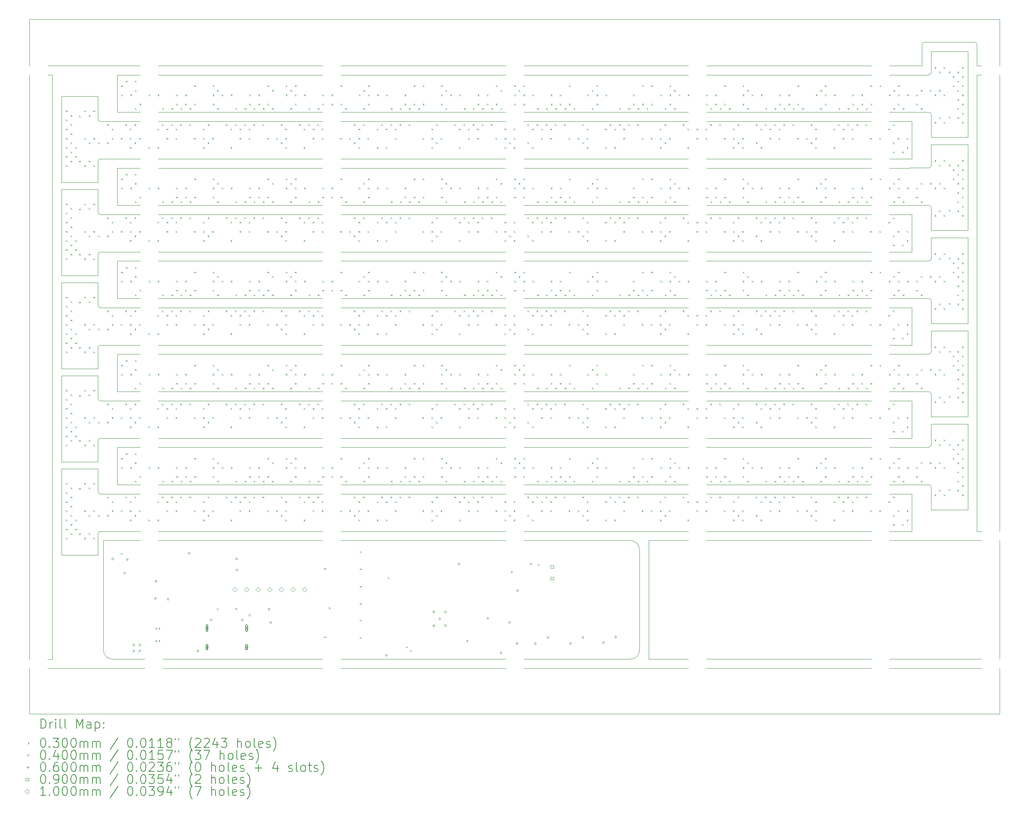
<source format=gbr>
%FSLAX45Y45*%
G04 Gerber Fmt 4.5, Leading zero omitted, Abs format (unit mm)*
G04 Created by KiCad (PCBNEW (6.0.2)) date 2022-08-31 10:54:56*
%MOMM*%
%LPD*%
G01*
G04 APERTURE LIST*
%TA.AperFunction,Profile*%
%ADD10C,0.050000*%
%TD*%
%TA.AperFunction,Profile*%
%ADD11C,0.038100*%
%TD*%
%ADD12C,0.200000*%
%ADD13C,0.030000*%
%ADD14C,0.040000*%
%ADD15C,0.060000*%
%ADD16C,0.090000*%
%ADD17C,0.100000*%
G04 APERTURE END LIST*
D10*
X18045000Y-8340000D02*
X21645000Y-8340000D01*
X5645000Y-9360000D02*
X5192500Y-9360000D01*
D11*
X10045000Y-16240000D02*
X13645000Y-16240000D01*
X3927500Y-5750000D02*
X3927500Y-7635000D01*
D10*
X6045000Y-7120000D02*
X9645000Y-7120000D01*
X6045000Y-3240000D02*
X9645000Y-3240000D01*
X21645000Y-5080000D02*
X18045000Y-5080000D01*
D11*
X22540000Y-13240000D02*
X22497500Y-13240000D01*
X4727855Y-7170355D02*
X4727500Y-7635000D01*
D10*
X10045000Y-8140000D02*
X13645000Y-8140000D01*
D11*
X4727855Y-13290355D02*
X4727500Y-13755000D01*
D10*
X13645000Y-4260000D02*
X10045000Y-4260000D01*
X17645000Y-8340000D02*
X14045000Y-8340000D01*
D11*
X3228000Y-3040000D02*
X3227500Y-2025000D01*
D10*
X10045000Y-6100000D02*
X13645000Y-6100000D01*
X13645000Y-7320000D02*
X10045000Y-7320000D01*
X18045000Y-6300000D02*
X21645000Y-6300000D01*
X22962145Y-12270355D02*
G75*
G03*
X22912145Y-12220355I-50000J0D01*
G01*
D11*
X13645000Y-3040000D02*
X10045000Y-3040000D01*
D10*
X18045000Y-4060000D02*
X21645000Y-4060000D01*
D11*
X22962500Y-10730000D02*
X23762500Y-10730000D01*
X22045000Y-16240000D02*
X24060000Y-16240000D01*
D10*
X17645000Y-5280000D02*
X14045000Y-5280000D01*
D11*
X17645000Y-3040000D02*
X14045000Y-3040000D01*
D10*
X18045000Y-6100000D02*
X21645000Y-6100000D01*
X5645000Y-7320000D02*
X5192500Y-7320000D01*
D11*
X9645000Y-3040000D02*
X6045000Y-3040000D01*
X3927500Y-7635000D02*
X4727500Y-7635000D01*
X22962500Y-6650000D02*
X23762500Y-6650000D01*
D10*
X6045000Y-9160000D02*
X9645000Y-9160000D01*
X21645000Y-7320000D02*
X18045000Y-7320000D01*
D11*
X22540000Y-9160000D02*
X22497500Y-9160000D01*
D10*
X22962145Y-8190355D02*
G75*
G03*
X22912145Y-8140355I-50000J0D01*
G01*
D11*
X5745000Y-16240000D02*
X3627000Y-16241000D01*
D10*
X14045000Y-7120000D02*
X17645000Y-7120000D01*
X4777855Y-11200355D02*
X5645000Y-11200000D01*
X10045000Y-11200000D02*
X13645000Y-11200000D01*
X9645000Y-4060000D02*
X6045000Y-4060000D01*
D11*
X22962145Y-9309645D02*
X22962500Y-8845000D01*
D10*
X4727855Y-8289645D02*
G75*
G03*
X4777855Y-8339645I50000J0D01*
G01*
X10045000Y-16040000D02*
X13645000Y-16040000D01*
X5150000Y-6100000D02*
X5645000Y-6100000D01*
X9645000Y-10380000D02*
X6045000Y-10380000D01*
X4777855Y-4259645D02*
X5645000Y-4260000D01*
X13645000Y-5280000D02*
X10045000Y-5280000D01*
D11*
X3927500Y-13755000D02*
X4727500Y-13755000D01*
X24460000Y-13240000D02*
X24462000Y-3240000D01*
D10*
X22540000Y-8340000D02*
X22045000Y-8340000D01*
X17645000Y-10380000D02*
X14045000Y-10380000D01*
D11*
X3927500Y-9830000D02*
X3927500Y-11715000D01*
X14045000Y-16240000D02*
X16778000Y-16240000D01*
D10*
X9645000Y-12220000D02*
X6045000Y-12220000D01*
X6045000Y-13240000D02*
X9645000Y-13240000D01*
X4777855Y-9160355D02*
X5645000Y-9160000D01*
X17645000Y-7320000D02*
X14045000Y-7320000D01*
D11*
X3927500Y-5595000D02*
X4727500Y-5595000D01*
X16577896Y-13640000D02*
G75*
G03*
X16377896Y-13440000I-200000J0D01*
G01*
D10*
X6045000Y-7320000D02*
X9645000Y-7320000D01*
X22912145Y-10180355D02*
X22045000Y-10180000D01*
D11*
X22812000Y-2525000D02*
G75*
G03*
X22762000Y-2575000I0J-50000D01*
G01*
X18045000Y-16040000D02*
X21645000Y-16040000D01*
X22962500Y-4610000D02*
X22962145Y-4110355D01*
X4727500Y-5750000D02*
X4727855Y-6249645D01*
X23762500Y-4610000D02*
X23762500Y-2725000D01*
X22540000Y-6300000D02*
X22540000Y-7120000D01*
X22045000Y-16040000D02*
X24060000Y-16040000D01*
D10*
X9645000Y-6300000D02*
X6045000Y-6300000D01*
D11*
X22962500Y-8690000D02*
X22962145Y-8190355D01*
X22540000Y-5080000D02*
X22497500Y-5080000D01*
D10*
X22912145Y-9359645D02*
X22045000Y-9360000D01*
X9645000Y-13440000D02*
X6045000Y-13440000D01*
X10045000Y-4060000D02*
X13645000Y-4060000D01*
D11*
X24460000Y-13440000D02*
X24460000Y-16040000D01*
D10*
X9645000Y-6100000D02*
X6045000Y-6100000D01*
D11*
X5150000Y-11400000D02*
X5192500Y-11400000D01*
X23762500Y-6650000D02*
X23762500Y-4765000D01*
X3627000Y-16041000D02*
X3728000Y-16041000D01*
D10*
X21645000Y-7120000D02*
X18045000Y-7120000D01*
X4727855Y-6249645D02*
G75*
G03*
X4777855Y-6299645I50000J0D01*
G01*
X16377896Y-13440000D02*
X14045000Y-13440000D01*
X6045000Y-5080000D02*
X9645000Y-5080000D01*
D11*
X22962145Y-5229645D02*
X22962500Y-4765000D01*
D10*
X13645000Y-11400000D02*
X10045000Y-11400000D01*
D11*
X3927500Y-11870000D02*
X3927500Y-13755000D01*
X5150000Y-3240000D02*
X5192500Y-3240000D01*
D10*
X4777855Y-6299645D02*
X5645000Y-6300000D01*
X22912145Y-12220355D02*
X22045000Y-12220000D01*
X5645000Y-5280000D02*
X5192500Y-5280000D01*
X18045000Y-10180000D02*
X21645000Y-10180000D01*
D11*
X24063000Y-3240000D02*
X23962000Y-3240000D01*
D10*
X18045000Y-10380000D02*
X21645000Y-10380000D01*
D11*
X23762500Y-10885000D02*
X22962500Y-10885000D01*
D10*
X9645000Y-4260000D02*
X6045000Y-4260000D01*
D11*
X4727500Y-7790000D02*
X3927500Y-7790000D01*
X3227500Y-17240000D02*
X3227000Y-16241000D01*
X22962145Y-7269645D02*
X22962500Y-6805000D01*
D10*
X21645000Y-9360000D02*
X18045000Y-9360000D01*
X17645000Y-3240000D02*
X14045000Y-3240000D01*
D11*
X18045000Y-16240000D02*
X21645000Y-16240000D01*
X22540000Y-10380000D02*
X22540000Y-11200000D01*
D10*
X14045000Y-11200000D02*
X17645000Y-11200000D01*
D11*
X4727500Y-5750000D02*
X3927500Y-5750000D01*
D10*
X17645000Y-6300000D02*
X14045000Y-6300000D01*
X5150000Y-12220000D02*
X5645000Y-12220000D01*
X9645000Y-12420000D02*
X6045000Y-12420000D01*
D11*
X22962500Y-12770000D02*
X22962145Y-12270355D01*
X24062000Y-3040000D02*
X23962000Y-3040000D01*
D10*
X22912145Y-7319645D02*
X22045000Y-7320000D01*
X13645000Y-10380000D02*
X10045000Y-10380000D01*
D11*
X17645000Y-16240000D02*
X16778000Y-16240000D01*
X22540000Y-8340000D02*
X22540000Y-9160000D01*
X3927500Y-3710000D02*
X3927500Y-5595000D01*
D10*
X17645000Y-11400000D02*
X14045000Y-11400000D01*
X22045000Y-11200000D02*
X22497500Y-11200000D01*
X4727855Y-10329645D02*
G75*
G03*
X4777855Y-10379645I50000J0D01*
G01*
D11*
X22962500Y-8690000D02*
X23762500Y-8690000D01*
D10*
X22912145Y-3239645D02*
G75*
G03*
X22962145Y-3189645I0J50000D01*
G01*
D11*
X22045000Y-3040000D02*
X22762000Y-3040000D01*
D10*
X14045000Y-5080000D02*
X17645000Y-5080000D01*
X10045000Y-9160000D02*
X13645000Y-9160000D01*
D11*
X3728000Y-16041000D02*
X3728000Y-3240000D01*
X24060000Y-13240000D02*
X23962000Y-13240000D01*
D10*
X21645000Y-5280000D02*
X18045000Y-5280000D01*
X22912145Y-11399645D02*
G75*
G03*
X22962145Y-11349645I0J50000D01*
G01*
D11*
X23762500Y-2725000D02*
X22962500Y-2725000D01*
D10*
X5150000Y-8140000D02*
X5645000Y-8140000D01*
X22540000Y-12420000D02*
X22045000Y-12420000D01*
X13645000Y-6300000D02*
X10045000Y-6300000D01*
D11*
X5150000Y-9360000D02*
X5192500Y-9360000D01*
D10*
X4777855Y-10379645D02*
X5645000Y-10380000D01*
D11*
X22045000Y-13440000D02*
X23962000Y-13440000D01*
D10*
X22962145Y-10230355D02*
G75*
G03*
X22912145Y-10180355I-50000J0D01*
G01*
D11*
X23962000Y-13240000D02*
X23962000Y-3240000D01*
D10*
X17645000Y-4260000D02*
X14045000Y-4260000D01*
D11*
X22962500Y-4610000D02*
X23762500Y-4610000D01*
D10*
X5045000Y-16040000D02*
X5745000Y-16040000D01*
D11*
X6145000Y-16240000D02*
X9645000Y-16240000D01*
D10*
X14045000Y-6100000D02*
X17645000Y-6100000D01*
X22045000Y-5080000D02*
X22497500Y-5080000D01*
D11*
X4727500Y-11870000D02*
X3927500Y-11870000D01*
X5150000Y-4060000D02*
X5150000Y-3240000D01*
D10*
X14045000Y-10180000D02*
X17645000Y-10180000D01*
D11*
X3227000Y-16041000D02*
X3228000Y-3240000D01*
X24463000Y-17240000D02*
X3227500Y-17240000D01*
D10*
X18045000Y-8140000D02*
X21645000Y-8140000D01*
D11*
X23762500Y-4765000D02*
X22962500Y-4765000D01*
X5150000Y-10180000D02*
X5150000Y-9360000D01*
X21645000Y-3040000D02*
X18045000Y-3040000D01*
D10*
X22962145Y-4110355D02*
G75*
G03*
X22912145Y-4060355I-50000J0D01*
G01*
X5645000Y-13440000D02*
X4845000Y-13440000D01*
D11*
X24462000Y-3040000D02*
X24462500Y-2025000D01*
X22962500Y-12770000D02*
X23762500Y-12770000D01*
X17645000Y-16040000D02*
X16778000Y-16040000D01*
D10*
X4777855Y-9160355D02*
G75*
G03*
X4727855Y-9210355I0J-50000D01*
G01*
D11*
X23762500Y-6805000D02*
X22962500Y-6805000D01*
D10*
X4727855Y-12369645D02*
G75*
G03*
X4777855Y-12419645I50000J0D01*
G01*
D11*
X4727855Y-5130355D02*
X4727500Y-5595000D01*
X4727500Y-7790000D02*
X4727855Y-8289645D01*
D10*
X5150000Y-4060000D02*
X5645000Y-4060000D01*
X22962145Y-6150355D02*
G75*
G03*
X22912145Y-6100355I-50000J0D01*
G01*
X10045000Y-13240000D02*
X13645000Y-13240000D01*
X13645000Y-13440000D02*
X10045000Y-13440000D01*
X21645000Y-13240000D02*
X18045000Y-13240000D01*
X6045000Y-9360000D02*
X9645000Y-9360000D01*
D11*
X4727500Y-9830000D02*
X3927500Y-9830000D01*
D10*
X14045000Y-13240000D02*
X17645000Y-13240000D01*
D11*
X5150000Y-8140000D02*
X5150000Y-7320000D01*
D10*
X13645000Y-9360000D02*
X10045000Y-9360000D01*
X4777855Y-7120355D02*
G75*
G03*
X4727855Y-7170355I0J-50000D01*
G01*
X22045000Y-9160000D02*
X22497500Y-9160000D01*
X22912145Y-7319645D02*
G75*
G03*
X22962145Y-7269645I0J50000D01*
G01*
X5645000Y-11400000D02*
X5192500Y-11400000D01*
D11*
X24463000Y-17240000D02*
X24460000Y-16240000D01*
D10*
X4777855Y-12419645D02*
X5645000Y-12420000D01*
X22912145Y-11399645D02*
X22045000Y-11400000D01*
X22912145Y-6100355D02*
X22045000Y-6100000D01*
D11*
X3628000Y-3240000D02*
X3728000Y-3240000D01*
X4727500Y-3710000D02*
X4727855Y-4209645D01*
D10*
X9645000Y-8340000D02*
X6045000Y-8340000D01*
D11*
X3927500Y-11715000D02*
X4727500Y-11715000D01*
D10*
X6045000Y-5280000D02*
X9645000Y-5280000D01*
D11*
X22762000Y-2575000D02*
X22762000Y-3040000D01*
D10*
X4777855Y-11200355D02*
G75*
G03*
X4727855Y-11250355I0J-50000D01*
G01*
D11*
X16577896Y-13640000D02*
X16577896Y-14935845D01*
D10*
X4777855Y-5080355D02*
G75*
G03*
X4727855Y-5130355I0J-50000D01*
G01*
D11*
X22962145Y-11349645D02*
X22962500Y-10885000D01*
D10*
X14045000Y-8140000D02*
X17645000Y-8140000D01*
D11*
X16778000Y-13440000D02*
X16778000Y-16040000D01*
D10*
X17645000Y-12420000D02*
X14045000Y-12420000D01*
X10045000Y-7120000D02*
X13645000Y-7120000D01*
X4777855Y-8339645D02*
X5645000Y-8340000D01*
X17645000Y-9360000D02*
X14045000Y-9360000D01*
D11*
X22540000Y-7120000D02*
X22497500Y-7120000D01*
X4845000Y-15840000D02*
G75*
G03*
X5045000Y-16040000I200000J0D01*
G01*
X5150000Y-12220000D02*
X5150000Y-11400000D01*
X4727855Y-11250355D02*
X4727500Y-11715000D01*
X23962000Y-3040000D02*
X23962000Y-2575000D01*
X22540000Y-12420000D02*
X22540000Y-13240000D01*
D10*
X13645000Y-12420000D02*
X10045000Y-12420000D01*
X9645000Y-10180000D02*
X6045000Y-10180000D01*
D11*
X22812000Y-2525000D02*
X23912000Y-2525000D01*
X3927500Y-9675000D02*
X4727500Y-9675000D01*
X23762500Y-8845000D02*
X22962500Y-8845000D01*
X3927500Y-7790000D02*
X3927500Y-9675000D01*
D10*
X4777855Y-5080355D02*
X5645000Y-5080000D01*
X4777855Y-13240355D02*
G75*
G03*
X4727855Y-13290355I0J-50000D01*
G01*
D11*
X5150000Y-5280000D02*
X5192500Y-5280000D01*
X5150000Y-7320000D02*
X5192500Y-7320000D01*
D10*
X10045000Y-5080000D02*
X13645000Y-5080000D01*
X13645000Y-3240000D02*
X10045000Y-3240000D01*
X22912145Y-5279645D02*
G75*
G03*
X22962145Y-5229645I0J50000D01*
G01*
X5150000Y-10180000D02*
X5645000Y-10180000D01*
X14045000Y-9160000D02*
X17645000Y-9160000D01*
D11*
X22962500Y-6650000D02*
X22962145Y-6150355D01*
D10*
X21645000Y-3240000D02*
X18045000Y-3240000D01*
X9645000Y-8140000D02*
X6045000Y-8140000D01*
X22912145Y-5279645D02*
X22045000Y-5280000D01*
D11*
X4727500Y-3710000D02*
X3927500Y-3710000D01*
D10*
X13645000Y-8340000D02*
X10045000Y-8340000D01*
X18045000Y-12420000D02*
X21645000Y-12420000D01*
D11*
X16577896Y-14935845D02*
X16577896Y-15840000D01*
X16377896Y-16040000D02*
G75*
G03*
X16577896Y-15840000I0J200000D01*
G01*
D10*
X6045000Y-11400000D02*
X9645000Y-11400000D01*
X22540000Y-6300000D02*
X22045000Y-6300000D01*
D11*
X23762500Y-10730000D02*
X23762500Y-8845000D01*
D10*
X10045000Y-12220000D02*
X13645000Y-12220000D01*
D11*
X5150000Y-6100000D02*
X5150000Y-5280000D01*
D10*
X22912145Y-4060355D02*
X22045000Y-4060000D01*
D11*
X23962000Y-2575000D02*
G75*
G03*
X23912000Y-2525000I-50000J0D01*
G01*
X4727855Y-9210355D02*
X4727500Y-9675000D01*
D10*
X21645000Y-9160000D02*
X18045000Y-9160000D01*
X22912145Y-3239645D02*
X22045000Y-3240000D01*
X5645000Y-3240000D02*
X5192500Y-3240000D01*
X22045000Y-13240000D02*
X22497500Y-13240000D01*
D11*
X22962500Y-10730000D02*
X22962145Y-10230355D01*
X24060000Y-13440000D02*
X23962000Y-13440000D01*
X4845000Y-13440000D02*
X4845000Y-15840000D01*
D10*
X18045000Y-12220000D02*
X21645000Y-12220000D01*
X4777855Y-13240355D02*
X5645000Y-13240000D01*
X22540000Y-4260000D02*
X22045000Y-4260000D01*
D11*
X4727500Y-9830000D02*
X4727855Y-10329645D01*
D10*
X22045000Y-7120000D02*
X22497500Y-7120000D01*
D11*
X17645000Y-13440000D02*
X16778000Y-13440000D01*
D10*
X18045000Y-4260000D02*
X21645000Y-4260000D01*
X14045000Y-12220000D02*
X17645000Y-12220000D01*
D11*
X22962145Y-3189645D02*
X22962500Y-2725000D01*
D10*
X14045000Y-16040000D02*
X16377896Y-16040000D01*
D11*
X22540000Y-11200000D02*
X22497500Y-11200000D01*
D10*
X22912145Y-9359645D02*
G75*
G03*
X22962145Y-9309645I0J50000D01*
G01*
D11*
X22540000Y-4260000D02*
X22540000Y-5080000D01*
X5645000Y-3040000D02*
X3628000Y-3040000D01*
D10*
X4777855Y-7120355D02*
X5645000Y-7120000D01*
D11*
X24462500Y-2025000D02*
X3227500Y-2025000D01*
D10*
X6145000Y-16040000D02*
X9645000Y-16040000D01*
D11*
X23762500Y-8690000D02*
X23762500Y-6805000D01*
X4727500Y-11870000D02*
X4727855Y-12369645D01*
D10*
X22540000Y-10380000D02*
X22045000Y-10380000D01*
X10045000Y-10180000D02*
X13645000Y-10180000D01*
D11*
X23762500Y-12770000D02*
X23762500Y-10885000D01*
D10*
X22912145Y-8140355D02*
X22045000Y-8140000D01*
X21645000Y-11400000D02*
X18045000Y-11400000D01*
X21645000Y-11200000D02*
X18045000Y-11200000D01*
X4727855Y-4209645D02*
G75*
G03*
X4777855Y-4259645I50000J0D01*
G01*
X6045000Y-11200000D02*
X9645000Y-11200000D01*
D11*
X18045000Y-13440000D02*
X21645000Y-13440000D01*
D10*
X14045000Y-4060000D02*
X17645000Y-4060000D01*
D12*
D13*
X4025000Y-4020000D02*
X4055000Y-4050000D01*
X4055000Y-4020000D02*
X4025000Y-4050000D01*
X4025000Y-4220000D02*
X4055000Y-4250000D01*
X4055000Y-4220000D02*
X4025000Y-4250000D01*
X4025000Y-4420000D02*
X4055000Y-4450000D01*
X4055000Y-4420000D02*
X4025000Y-4450000D01*
X4025000Y-4620000D02*
X4055000Y-4650000D01*
X4055000Y-4620000D02*
X4025000Y-4650000D01*
X4025000Y-4820000D02*
X4055000Y-4850000D01*
X4055000Y-4820000D02*
X4025000Y-4850000D01*
X4025000Y-5020000D02*
X4055000Y-5050000D01*
X4055000Y-5020000D02*
X4025000Y-5050000D01*
X4025000Y-5220000D02*
X4055000Y-5250000D01*
X4055000Y-5220000D02*
X4025000Y-5250000D01*
X4025000Y-6060000D02*
X4055000Y-6090000D01*
X4055000Y-6060000D02*
X4025000Y-6090000D01*
X4025000Y-6260000D02*
X4055000Y-6290000D01*
X4055000Y-6260000D02*
X4025000Y-6290000D01*
X4025000Y-6460000D02*
X4055000Y-6490000D01*
X4055000Y-6460000D02*
X4025000Y-6490000D01*
X4025000Y-6660000D02*
X4055000Y-6690000D01*
X4055000Y-6660000D02*
X4025000Y-6690000D01*
X4025000Y-6860000D02*
X4055000Y-6890000D01*
X4055000Y-6860000D02*
X4025000Y-6890000D01*
X4025000Y-7060000D02*
X4055000Y-7090000D01*
X4055000Y-7060000D02*
X4025000Y-7090000D01*
X4025000Y-7260000D02*
X4055000Y-7290000D01*
X4055000Y-7260000D02*
X4025000Y-7290000D01*
X4025000Y-8100000D02*
X4055000Y-8130000D01*
X4055000Y-8100000D02*
X4025000Y-8130000D01*
X4025000Y-8300000D02*
X4055000Y-8330000D01*
X4055000Y-8300000D02*
X4025000Y-8330000D01*
X4025000Y-8500000D02*
X4055000Y-8530000D01*
X4055000Y-8500000D02*
X4025000Y-8530000D01*
X4025000Y-8700000D02*
X4055000Y-8730000D01*
X4055000Y-8700000D02*
X4025000Y-8730000D01*
X4025000Y-8900000D02*
X4055000Y-8930000D01*
X4055000Y-8900000D02*
X4025000Y-8930000D01*
X4025000Y-9100000D02*
X4055000Y-9130000D01*
X4055000Y-9100000D02*
X4025000Y-9130000D01*
X4025000Y-9300000D02*
X4055000Y-9330000D01*
X4055000Y-9300000D02*
X4025000Y-9330000D01*
X4025000Y-10140000D02*
X4055000Y-10170000D01*
X4055000Y-10140000D02*
X4025000Y-10170000D01*
X4025000Y-10340000D02*
X4055000Y-10370000D01*
X4055000Y-10340000D02*
X4025000Y-10370000D01*
X4025000Y-10540000D02*
X4055000Y-10570000D01*
X4055000Y-10540000D02*
X4025000Y-10570000D01*
X4025000Y-10740000D02*
X4055000Y-10770000D01*
X4055000Y-10740000D02*
X4025000Y-10770000D01*
X4025000Y-10940000D02*
X4055000Y-10970000D01*
X4055000Y-10940000D02*
X4025000Y-10970000D01*
X4025000Y-11140000D02*
X4055000Y-11170000D01*
X4055000Y-11140000D02*
X4025000Y-11170000D01*
X4025000Y-11340000D02*
X4055000Y-11370000D01*
X4055000Y-11340000D02*
X4025000Y-11370000D01*
X4025000Y-12180000D02*
X4055000Y-12210000D01*
X4055000Y-12180000D02*
X4025000Y-12210000D01*
X4025000Y-12380000D02*
X4055000Y-12410000D01*
X4055000Y-12380000D02*
X4025000Y-12410000D01*
X4025000Y-12580000D02*
X4055000Y-12610000D01*
X4055000Y-12580000D02*
X4025000Y-12610000D01*
X4025000Y-12780000D02*
X4055000Y-12810000D01*
X4055000Y-12780000D02*
X4025000Y-12810000D01*
X4025000Y-12980000D02*
X4055000Y-13010000D01*
X4055000Y-12980000D02*
X4025000Y-13010000D01*
X4025000Y-13180000D02*
X4055000Y-13210000D01*
X4055000Y-13180000D02*
X4025000Y-13210000D01*
X4025000Y-13380000D02*
X4055000Y-13410000D01*
X4055000Y-13380000D02*
X4025000Y-13410000D01*
X4125000Y-4120000D02*
X4155000Y-4150000D01*
X4155000Y-4120000D02*
X4125000Y-4150000D01*
X4125000Y-4320000D02*
X4155000Y-4350000D01*
X4155000Y-4320000D02*
X4125000Y-4350000D01*
X4125000Y-4520000D02*
X4155000Y-4550000D01*
X4155000Y-4520000D02*
X4125000Y-4550000D01*
X4125000Y-4720000D02*
X4155000Y-4750000D01*
X4155000Y-4720000D02*
X4125000Y-4750000D01*
X4125000Y-4920000D02*
X4155000Y-4950000D01*
X4155000Y-4920000D02*
X4125000Y-4950000D01*
X4125000Y-5120000D02*
X4155000Y-5150000D01*
X4155000Y-5120000D02*
X4125000Y-5150000D01*
X4125000Y-6160000D02*
X4155000Y-6190000D01*
X4155000Y-6160000D02*
X4125000Y-6190000D01*
X4125000Y-6360000D02*
X4155000Y-6390000D01*
X4155000Y-6360000D02*
X4125000Y-6390000D01*
X4125000Y-6560000D02*
X4155000Y-6590000D01*
X4155000Y-6560000D02*
X4125000Y-6590000D01*
X4125000Y-6760000D02*
X4155000Y-6790000D01*
X4155000Y-6760000D02*
X4125000Y-6790000D01*
X4125000Y-6960000D02*
X4155000Y-6990000D01*
X4155000Y-6960000D02*
X4125000Y-6990000D01*
X4125000Y-7160000D02*
X4155000Y-7190000D01*
X4155000Y-7160000D02*
X4125000Y-7190000D01*
X4125000Y-8200000D02*
X4155000Y-8230000D01*
X4155000Y-8200000D02*
X4125000Y-8230000D01*
X4125000Y-8400000D02*
X4155000Y-8430000D01*
X4155000Y-8400000D02*
X4125000Y-8430000D01*
X4125000Y-8600000D02*
X4155000Y-8630000D01*
X4155000Y-8600000D02*
X4125000Y-8630000D01*
X4125000Y-8800000D02*
X4155000Y-8830000D01*
X4155000Y-8800000D02*
X4125000Y-8830000D01*
X4125000Y-9000000D02*
X4155000Y-9030000D01*
X4155000Y-9000000D02*
X4125000Y-9030000D01*
X4125000Y-9200000D02*
X4155000Y-9230000D01*
X4155000Y-9200000D02*
X4125000Y-9230000D01*
X4125000Y-10240000D02*
X4155000Y-10270000D01*
X4155000Y-10240000D02*
X4125000Y-10270000D01*
X4125000Y-10440000D02*
X4155000Y-10470000D01*
X4155000Y-10440000D02*
X4125000Y-10470000D01*
X4125000Y-10640000D02*
X4155000Y-10670000D01*
X4155000Y-10640000D02*
X4125000Y-10670000D01*
X4125000Y-10840000D02*
X4155000Y-10870000D01*
X4155000Y-10840000D02*
X4125000Y-10870000D01*
X4125000Y-11040000D02*
X4155000Y-11070000D01*
X4155000Y-11040000D02*
X4125000Y-11070000D01*
X4125000Y-11240000D02*
X4155000Y-11270000D01*
X4155000Y-11240000D02*
X4125000Y-11270000D01*
X4125000Y-12280000D02*
X4155000Y-12310000D01*
X4155000Y-12280000D02*
X4125000Y-12310000D01*
X4125000Y-12480000D02*
X4155000Y-12510000D01*
X4155000Y-12480000D02*
X4125000Y-12510000D01*
X4125000Y-12680000D02*
X4155000Y-12710000D01*
X4155000Y-12680000D02*
X4125000Y-12710000D01*
X4125000Y-12880000D02*
X4155000Y-12910000D01*
X4155000Y-12880000D02*
X4125000Y-12910000D01*
X4125000Y-13080000D02*
X4155000Y-13110000D01*
X4155000Y-13080000D02*
X4125000Y-13110000D01*
X4125000Y-13280000D02*
X4155000Y-13310000D01*
X4155000Y-13280000D02*
X4125000Y-13310000D01*
X4225000Y-4820000D02*
X4255000Y-4850000D01*
X4255000Y-4820000D02*
X4225000Y-4850000D01*
X4225000Y-5020000D02*
X4255000Y-5050000D01*
X4255000Y-5020000D02*
X4225000Y-5050000D01*
X4225000Y-6860000D02*
X4255000Y-6890000D01*
X4255000Y-6860000D02*
X4225000Y-6890000D01*
X4225000Y-7060000D02*
X4255000Y-7090000D01*
X4255000Y-7060000D02*
X4225000Y-7090000D01*
X4225000Y-8900000D02*
X4255000Y-8930000D01*
X4255000Y-8900000D02*
X4225000Y-8930000D01*
X4225000Y-9100000D02*
X4255000Y-9130000D01*
X4255000Y-9100000D02*
X4225000Y-9130000D01*
X4225000Y-10940000D02*
X4255000Y-10970000D01*
X4255000Y-10940000D02*
X4225000Y-10970000D01*
X4225000Y-11140000D02*
X4255000Y-11170000D01*
X4255000Y-11140000D02*
X4225000Y-11170000D01*
X4225000Y-12980000D02*
X4255000Y-13010000D01*
X4255000Y-12980000D02*
X4225000Y-13010000D01*
X4225000Y-13180000D02*
X4255000Y-13210000D01*
X4255000Y-13180000D02*
X4225000Y-13210000D01*
X4312500Y-4132500D02*
X4342500Y-4162500D01*
X4342500Y-4132500D02*
X4312500Y-4162500D01*
X4312500Y-5122500D02*
X4342500Y-5152500D01*
X4342500Y-5122500D02*
X4312500Y-5152500D01*
X4312500Y-6172500D02*
X4342500Y-6202500D01*
X4342500Y-6172500D02*
X4312500Y-6202500D01*
X4312500Y-7162500D02*
X4342500Y-7192500D01*
X4342500Y-7162500D02*
X4312500Y-7192500D01*
X4312500Y-8212500D02*
X4342500Y-8242500D01*
X4342500Y-8212500D02*
X4312500Y-8242500D01*
X4312500Y-9202500D02*
X4342500Y-9232500D01*
X4342500Y-9202500D02*
X4312500Y-9232500D01*
X4312500Y-10252500D02*
X4342500Y-10282500D01*
X4342500Y-10252500D02*
X4312500Y-10282500D01*
X4312500Y-11242500D02*
X4342500Y-11272500D01*
X4342500Y-11242500D02*
X4312500Y-11272500D01*
X4312500Y-12292500D02*
X4342500Y-12322500D01*
X4342500Y-12292500D02*
X4312500Y-12322500D01*
X4312500Y-13282500D02*
X4342500Y-13312500D01*
X4342500Y-13282500D02*
X4312500Y-13312500D01*
X4425000Y-4020000D02*
X4455000Y-4050000D01*
X4455000Y-4020000D02*
X4425000Y-4050000D01*
X4425000Y-4620000D02*
X4455000Y-4650000D01*
X4455000Y-4620000D02*
X4425000Y-4650000D01*
X4425000Y-5220000D02*
X4455000Y-5250000D01*
X4455000Y-5220000D02*
X4425000Y-5250000D01*
X4425000Y-6060000D02*
X4455000Y-6090000D01*
X4455000Y-6060000D02*
X4425000Y-6090000D01*
X4425000Y-6660000D02*
X4455000Y-6690000D01*
X4455000Y-6660000D02*
X4425000Y-6690000D01*
X4425000Y-7260000D02*
X4455000Y-7290000D01*
X4455000Y-7260000D02*
X4425000Y-7290000D01*
X4425000Y-8100000D02*
X4455000Y-8130000D01*
X4455000Y-8100000D02*
X4425000Y-8130000D01*
X4425000Y-8700000D02*
X4455000Y-8730000D01*
X4455000Y-8700000D02*
X4425000Y-8730000D01*
X4425000Y-9300000D02*
X4455000Y-9330000D01*
X4455000Y-9300000D02*
X4425000Y-9330000D01*
X4425000Y-10140000D02*
X4455000Y-10170000D01*
X4455000Y-10140000D02*
X4425000Y-10170000D01*
X4425000Y-10740000D02*
X4455000Y-10770000D01*
X4455000Y-10740000D02*
X4425000Y-10770000D01*
X4425000Y-11340000D02*
X4455000Y-11370000D01*
X4455000Y-11340000D02*
X4425000Y-11370000D01*
X4425000Y-12180000D02*
X4455000Y-12210000D01*
X4455000Y-12180000D02*
X4425000Y-12210000D01*
X4425000Y-12780000D02*
X4455000Y-12810000D01*
X4455000Y-12780000D02*
X4425000Y-12810000D01*
X4425000Y-13380000D02*
X4455000Y-13410000D01*
X4455000Y-13380000D02*
X4425000Y-13410000D01*
X4525000Y-4120000D02*
X4555000Y-4150000D01*
X4555000Y-4120000D02*
X4525000Y-4150000D01*
X4525000Y-4720000D02*
X4555000Y-4750000D01*
X4555000Y-4720000D02*
X4525000Y-4750000D01*
X4525000Y-5120000D02*
X4555000Y-5150000D01*
X4555000Y-5120000D02*
X4525000Y-5150000D01*
X4525000Y-6160000D02*
X4555000Y-6190000D01*
X4555000Y-6160000D02*
X4525000Y-6190000D01*
X4525000Y-6760000D02*
X4555000Y-6790000D01*
X4555000Y-6760000D02*
X4525000Y-6790000D01*
X4525000Y-7160000D02*
X4555000Y-7190000D01*
X4555000Y-7160000D02*
X4525000Y-7190000D01*
X4525000Y-8200000D02*
X4555000Y-8230000D01*
X4555000Y-8200000D02*
X4525000Y-8230000D01*
X4525000Y-8800000D02*
X4555000Y-8830000D01*
X4555000Y-8800000D02*
X4525000Y-8830000D01*
X4525000Y-9200000D02*
X4555000Y-9230000D01*
X4555000Y-9200000D02*
X4525000Y-9230000D01*
X4525000Y-10240000D02*
X4555000Y-10270000D01*
X4555000Y-10240000D02*
X4525000Y-10270000D01*
X4525000Y-10840000D02*
X4555000Y-10870000D01*
X4555000Y-10840000D02*
X4525000Y-10870000D01*
X4525000Y-11240000D02*
X4555000Y-11270000D01*
X4555000Y-11240000D02*
X4525000Y-11270000D01*
X4525000Y-12280000D02*
X4555000Y-12310000D01*
X4555000Y-12280000D02*
X4525000Y-12310000D01*
X4525000Y-12880000D02*
X4555000Y-12910000D01*
X4555000Y-12880000D02*
X4525000Y-12910000D01*
X4525000Y-13280000D02*
X4555000Y-13310000D01*
X4555000Y-13280000D02*
X4525000Y-13310000D01*
X4625000Y-4020000D02*
X4655000Y-4050000D01*
X4655000Y-4020000D02*
X4625000Y-4050000D01*
X4625000Y-4620000D02*
X4655000Y-4650000D01*
X4655000Y-4620000D02*
X4625000Y-4650000D01*
X4625000Y-5220000D02*
X4655000Y-5250000D01*
X4655000Y-5220000D02*
X4625000Y-5250000D01*
X4625000Y-6060000D02*
X4655000Y-6090000D01*
X4655000Y-6060000D02*
X4625000Y-6090000D01*
X4625000Y-6660000D02*
X4655000Y-6690000D01*
X4655000Y-6660000D02*
X4625000Y-6690000D01*
X4625000Y-7260000D02*
X4655000Y-7290000D01*
X4655000Y-7260000D02*
X4625000Y-7290000D01*
X4625000Y-8100000D02*
X4655000Y-8130000D01*
X4655000Y-8100000D02*
X4625000Y-8130000D01*
X4625000Y-8700000D02*
X4655000Y-8730000D01*
X4655000Y-8700000D02*
X4625000Y-8730000D01*
X4625000Y-9300000D02*
X4655000Y-9330000D01*
X4655000Y-9300000D02*
X4625000Y-9330000D01*
X4625000Y-10140000D02*
X4655000Y-10170000D01*
X4655000Y-10140000D02*
X4625000Y-10170000D01*
X4625000Y-10740000D02*
X4655000Y-10770000D01*
X4655000Y-10740000D02*
X4625000Y-10770000D01*
X4625000Y-11340000D02*
X4655000Y-11370000D01*
X4655000Y-11340000D02*
X4625000Y-11370000D01*
X4625000Y-12180000D02*
X4655000Y-12210000D01*
X4655000Y-12180000D02*
X4625000Y-12210000D01*
X4625000Y-12780000D02*
X4655000Y-12810000D01*
X4655000Y-12780000D02*
X4625000Y-12810000D01*
X4625000Y-13380000D02*
X4655000Y-13410000D01*
X4655000Y-13380000D02*
X4625000Y-13410000D01*
X4725000Y-4720000D02*
X4755000Y-4750000D01*
X4755000Y-4720000D02*
X4725000Y-4750000D01*
X4725000Y-6760000D02*
X4755000Y-6790000D01*
X4755000Y-6760000D02*
X4725000Y-6790000D01*
X4725000Y-8800000D02*
X4755000Y-8830000D01*
X4755000Y-8800000D02*
X4725000Y-8830000D01*
X4725000Y-10840000D02*
X4755000Y-10870000D01*
X4755000Y-10840000D02*
X4725000Y-10870000D01*
X4725000Y-12880000D02*
X4755000Y-12910000D01*
X4755000Y-12880000D02*
X4725000Y-12910000D01*
X4925000Y-4320000D02*
X4955000Y-4350000D01*
X4955000Y-4320000D02*
X4925000Y-4350000D01*
X4925000Y-4720000D02*
X4955000Y-4750000D01*
X4955000Y-4720000D02*
X4925000Y-4750000D01*
X4925000Y-6360000D02*
X4955000Y-6390000D01*
X4955000Y-6360000D02*
X4925000Y-6390000D01*
X4925000Y-6760000D02*
X4955000Y-6790000D01*
X4955000Y-6760000D02*
X4925000Y-6790000D01*
X4925000Y-8400000D02*
X4955000Y-8430000D01*
X4955000Y-8400000D02*
X4925000Y-8430000D01*
X4925000Y-8800000D02*
X4955000Y-8830000D01*
X4955000Y-8800000D02*
X4925000Y-8830000D01*
X4925000Y-10440000D02*
X4955000Y-10470000D01*
X4955000Y-10440000D02*
X4925000Y-10470000D01*
X4925000Y-10840000D02*
X4955000Y-10870000D01*
X4955000Y-10840000D02*
X4925000Y-10870000D01*
X4925000Y-12480000D02*
X4955000Y-12510000D01*
X4955000Y-12480000D02*
X4925000Y-12510000D01*
X4925000Y-12880000D02*
X4955000Y-12910000D01*
X4955000Y-12880000D02*
X4925000Y-12910000D01*
X5025000Y-4420000D02*
X5055000Y-4450000D01*
X5055000Y-4420000D02*
X5025000Y-4450000D01*
X5025000Y-4620000D02*
X5055000Y-4650000D01*
X5055000Y-4620000D02*
X5025000Y-4650000D01*
X5025000Y-6460000D02*
X5055000Y-6490000D01*
X5055000Y-6460000D02*
X5025000Y-6490000D01*
X5025000Y-6660000D02*
X5055000Y-6690000D01*
X5055000Y-6660000D02*
X5025000Y-6690000D01*
X5025000Y-8500000D02*
X5055000Y-8530000D01*
X5055000Y-8500000D02*
X5025000Y-8530000D01*
X5025000Y-8700000D02*
X5055000Y-8730000D01*
X5055000Y-8700000D02*
X5025000Y-8730000D01*
X5025000Y-10540000D02*
X5055000Y-10570000D01*
X5055000Y-10540000D02*
X5025000Y-10570000D01*
X5025000Y-10740000D02*
X5055000Y-10770000D01*
X5055000Y-10740000D02*
X5025000Y-10770000D01*
X5025000Y-12580000D02*
X5055000Y-12610000D01*
X5055000Y-12580000D02*
X5025000Y-12610000D01*
X5025000Y-12780000D02*
X5055000Y-12810000D01*
X5055000Y-12780000D02*
X5025000Y-12810000D01*
X5225000Y-4620000D02*
X5255000Y-4650000D01*
X5255000Y-4620000D02*
X5225000Y-4650000D01*
X5225000Y-6660000D02*
X5255000Y-6690000D01*
X5255000Y-6660000D02*
X5225000Y-6690000D01*
X5225000Y-8700000D02*
X5255000Y-8730000D01*
X5255000Y-8700000D02*
X5225000Y-8730000D01*
X5225000Y-10740000D02*
X5255000Y-10770000D01*
X5255000Y-10740000D02*
X5225000Y-10770000D01*
X5225000Y-12780000D02*
X5255000Y-12810000D01*
X5255000Y-12780000D02*
X5225000Y-12810000D01*
X5230000Y-13715000D02*
X5260000Y-13745000D01*
X5260000Y-13715000D02*
X5230000Y-13745000D01*
X5235000Y-3470000D02*
X5265000Y-3500000D01*
X5265000Y-3470000D02*
X5235000Y-3500000D01*
X5235000Y-3670000D02*
X5265000Y-3700000D01*
X5265000Y-3670000D02*
X5235000Y-3700000D01*
X5235000Y-5510000D02*
X5265000Y-5540000D01*
X5265000Y-5510000D02*
X5235000Y-5540000D01*
X5235000Y-5710000D02*
X5265000Y-5740000D01*
X5265000Y-5710000D02*
X5235000Y-5740000D01*
X5235000Y-7550000D02*
X5265000Y-7580000D01*
X5265000Y-7550000D02*
X5235000Y-7580000D01*
X5235000Y-7750000D02*
X5265000Y-7780000D01*
X5265000Y-7750000D02*
X5235000Y-7780000D01*
X5235000Y-9590000D02*
X5265000Y-9620000D01*
X5265000Y-9590000D02*
X5235000Y-9620000D01*
X5235000Y-9790000D02*
X5265000Y-9820000D01*
X5265000Y-9790000D02*
X5235000Y-9820000D01*
X5235000Y-11630000D02*
X5265000Y-11660000D01*
X5265000Y-11630000D02*
X5235000Y-11660000D01*
X5235000Y-11830000D02*
X5265000Y-11860000D01*
X5265000Y-11830000D02*
X5235000Y-11860000D01*
X5325000Y-4320000D02*
X5355000Y-4350000D01*
X5355000Y-4320000D02*
X5325000Y-4350000D01*
X5325000Y-6360000D02*
X5355000Y-6390000D01*
X5355000Y-6360000D02*
X5325000Y-6390000D01*
X5325000Y-8400000D02*
X5355000Y-8430000D01*
X5355000Y-8400000D02*
X5325000Y-8430000D01*
X5325000Y-10440000D02*
X5355000Y-10470000D01*
X5355000Y-10440000D02*
X5325000Y-10470000D01*
X5325000Y-12480000D02*
X5355000Y-12510000D01*
X5355000Y-12480000D02*
X5325000Y-12510000D01*
X5335000Y-3370000D02*
X5365000Y-3400000D01*
X5365000Y-3370000D02*
X5335000Y-3400000D01*
X5335000Y-5410000D02*
X5365000Y-5440000D01*
X5365000Y-5410000D02*
X5335000Y-5440000D01*
X5335000Y-7450000D02*
X5365000Y-7480000D01*
X5365000Y-7450000D02*
X5335000Y-7480000D01*
X5335000Y-9490000D02*
X5365000Y-9520000D01*
X5365000Y-9490000D02*
X5335000Y-9520000D01*
X5335000Y-11530000D02*
X5365000Y-11560000D01*
X5365000Y-11530000D02*
X5335000Y-11560000D01*
X5425000Y-4420000D02*
X5455000Y-4450000D01*
X5455000Y-4420000D02*
X5425000Y-4450000D01*
X5425000Y-4620000D02*
X5455000Y-4650000D01*
X5455000Y-4620000D02*
X5425000Y-4650000D01*
X5425000Y-4820000D02*
X5455000Y-4850000D01*
X5455000Y-4820000D02*
X5425000Y-4850000D01*
X5425000Y-6460000D02*
X5455000Y-6490000D01*
X5455000Y-6460000D02*
X5425000Y-6490000D01*
X5425000Y-6660000D02*
X5455000Y-6690000D01*
X5455000Y-6660000D02*
X5425000Y-6690000D01*
X5425000Y-6860000D02*
X5455000Y-6890000D01*
X5455000Y-6860000D02*
X5425000Y-6890000D01*
X5425000Y-8500000D02*
X5455000Y-8530000D01*
X5455000Y-8500000D02*
X5425000Y-8530000D01*
X5425000Y-8700000D02*
X5455000Y-8730000D01*
X5455000Y-8700000D02*
X5425000Y-8730000D01*
X5425000Y-8900000D02*
X5455000Y-8930000D01*
X5455000Y-8900000D02*
X5425000Y-8930000D01*
X5425000Y-10540000D02*
X5455000Y-10570000D01*
X5455000Y-10540000D02*
X5425000Y-10570000D01*
X5425000Y-10740000D02*
X5455000Y-10770000D01*
X5455000Y-10740000D02*
X5425000Y-10770000D01*
X5425000Y-10940000D02*
X5455000Y-10970000D01*
X5455000Y-10940000D02*
X5425000Y-10970000D01*
X5425000Y-12580000D02*
X5455000Y-12610000D01*
X5455000Y-12580000D02*
X5425000Y-12610000D01*
X5425000Y-12780000D02*
X5455000Y-12810000D01*
X5455000Y-12780000D02*
X5425000Y-12810000D01*
X5425000Y-12980000D02*
X5455000Y-13010000D01*
X5455000Y-12980000D02*
X5425000Y-13010000D01*
X5435000Y-3670000D02*
X5465000Y-3700000D01*
X5465000Y-3670000D02*
X5435000Y-3700000D01*
X5435000Y-5710000D02*
X5465000Y-5740000D01*
X5465000Y-5710000D02*
X5435000Y-5740000D01*
X5435000Y-7750000D02*
X5465000Y-7780000D01*
X5465000Y-7750000D02*
X5435000Y-7780000D01*
X5435000Y-9790000D02*
X5465000Y-9820000D01*
X5465000Y-9790000D02*
X5435000Y-9820000D01*
X5435000Y-11830000D02*
X5465000Y-11860000D01*
X5465000Y-11830000D02*
X5435000Y-11860000D01*
X5525000Y-4320000D02*
X5555000Y-4350000D01*
X5555000Y-4320000D02*
X5525000Y-4350000D01*
X5525000Y-4720000D02*
X5555000Y-4750000D01*
X5555000Y-4720000D02*
X5525000Y-4750000D01*
X5525000Y-6360000D02*
X5555000Y-6390000D01*
X5555000Y-6360000D02*
X5525000Y-6390000D01*
X5525000Y-6760000D02*
X5555000Y-6790000D01*
X5555000Y-6760000D02*
X5525000Y-6790000D01*
X5525000Y-8400000D02*
X5555000Y-8430000D01*
X5555000Y-8400000D02*
X5525000Y-8430000D01*
X5525000Y-8800000D02*
X5555000Y-8830000D01*
X5555000Y-8800000D02*
X5525000Y-8830000D01*
X5525000Y-10440000D02*
X5555000Y-10470000D01*
X5555000Y-10440000D02*
X5525000Y-10470000D01*
X5525000Y-10840000D02*
X5555000Y-10870000D01*
X5555000Y-10840000D02*
X5525000Y-10870000D01*
X5525000Y-12480000D02*
X5555000Y-12510000D01*
X5555000Y-12480000D02*
X5525000Y-12510000D01*
X5525000Y-12880000D02*
X5555000Y-12910000D01*
X5555000Y-12880000D02*
X5525000Y-12910000D01*
X5535000Y-3370000D02*
X5565000Y-3400000D01*
X5565000Y-3370000D02*
X5535000Y-3400000D01*
X5535000Y-3570000D02*
X5565000Y-3600000D01*
X5565000Y-3570000D02*
X5535000Y-3600000D01*
X5535000Y-3970000D02*
X5565000Y-4000000D01*
X5565000Y-3970000D02*
X5535000Y-4000000D01*
X5535000Y-5410000D02*
X5565000Y-5440000D01*
X5565000Y-5410000D02*
X5535000Y-5440000D01*
X5535000Y-5610000D02*
X5565000Y-5640000D01*
X5565000Y-5610000D02*
X5535000Y-5640000D01*
X5535000Y-6010000D02*
X5565000Y-6040000D01*
X5565000Y-6010000D02*
X5535000Y-6040000D01*
X5535000Y-7450000D02*
X5565000Y-7480000D01*
X5565000Y-7450000D02*
X5535000Y-7480000D01*
X5535000Y-7650000D02*
X5565000Y-7680000D01*
X5565000Y-7650000D02*
X5535000Y-7680000D01*
X5535000Y-8050000D02*
X5565000Y-8080000D01*
X5565000Y-8050000D02*
X5535000Y-8080000D01*
X5535000Y-9490000D02*
X5565000Y-9520000D01*
X5565000Y-9490000D02*
X5535000Y-9520000D01*
X5535000Y-9690000D02*
X5565000Y-9720000D01*
X5565000Y-9690000D02*
X5535000Y-9720000D01*
X5535000Y-10090000D02*
X5565000Y-10120000D01*
X5565000Y-10090000D02*
X5535000Y-10120000D01*
X5535000Y-11530000D02*
X5565000Y-11560000D01*
X5565000Y-11530000D02*
X5535000Y-11560000D01*
X5535000Y-11730000D02*
X5565000Y-11760000D01*
X5565000Y-11730000D02*
X5535000Y-11760000D01*
X5535000Y-12130000D02*
X5565000Y-12160000D01*
X5565000Y-12130000D02*
X5535000Y-12160000D01*
X5625000Y-4620000D02*
X5655000Y-4650000D01*
X5655000Y-4620000D02*
X5625000Y-4650000D01*
X5625000Y-6660000D02*
X5655000Y-6690000D01*
X5655000Y-6660000D02*
X5625000Y-6690000D01*
X5625000Y-8700000D02*
X5655000Y-8730000D01*
X5655000Y-8700000D02*
X5625000Y-8730000D01*
X5625000Y-10740000D02*
X5655000Y-10770000D01*
X5655000Y-10740000D02*
X5625000Y-10770000D01*
X5625000Y-12780000D02*
X5655000Y-12810000D01*
X5655000Y-12780000D02*
X5625000Y-12810000D01*
X5635000Y-3870000D02*
X5665000Y-3900000D01*
X5665000Y-3870000D02*
X5635000Y-3900000D01*
X5635000Y-5910000D02*
X5665000Y-5940000D01*
X5665000Y-5910000D02*
X5635000Y-5940000D01*
X5635000Y-7950000D02*
X5665000Y-7980000D01*
X5665000Y-7950000D02*
X5635000Y-7980000D01*
X5635000Y-9990000D02*
X5665000Y-10020000D01*
X5665000Y-9990000D02*
X5635000Y-10020000D01*
X5635000Y-12030000D02*
X5665000Y-12060000D01*
X5665000Y-12030000D02*
X5635000Y-12060000D01*
X5825000Y-4820000D02*
X5855000Y-4850000D01*
X5855000Y-4820000D02*
X5825000Y-4850000D01*
X5825000Y-6860000D02*
X5855000Y-6890000D01*
X5855000Y-6860000D02*
X5825000Y-6890000D01*
X5825000Y-8900000D02*
X5855000Y-8930000D01*
X5855000Y-8900000D02*
X5825000Y-8930000D01*
X5825000Y-10940000D02*
X5855000Y-10970000D01*
X5855000Y-10940000D02*
X5825000Y-10970000D01*
X5825000Y-12980000D02*
X5855000Y-13010000D01*
X5855000Y-12980000D02*
X5825000Y-13010000D01*
X5835000Y-3670000D02*
X5865000Y-3700000D01*
X5865000Y-3670000D02*
X5835000Y-3700000D01*
X5835000Y-5710000D02*
X5865000Y-5740000D01*
X5865000Y-5710000D02*
X5835000Y-5740000D01*
X5835000Y-7750000D02*
X5865000Y-7780000D01*
X5865000Y-7750000D02*
X5835000Y-7780000D01*
X5835000Y-9790000D02*
X5865000Y-9820000D01*
X5865000Y-9790000D02*
X5835000Y-9820000D01*
X5835000Y-11830000D02*
X5865000Y-11860000D01*
X5865000Y-11830000D02*
X5835000Y-11860000D01*
X5985000Y-15355000D02*
X6015000Y-15385000D01*
X6015000Y-15355000D02*
X5985000Y-15385000D01*
X5985000Y-15625000D02*
X6015000Y-15655000D01*
X6015000Y-15625000D02*
X5985000Y-15655000D01*
X6025000Y-4420000D02*
X6055000Y-4450000D01*
X6055000Y-4420000D02*
X6025000Y-4450000D01*
X6025000Y-4820000D02*
X6055000Y-4850000D01*
X6055000Y-4820000D02*
X6025000Y-4850000D01*
X6025000Y-6460000D02*
X6055000Y-6490000D01*
X6055000Y-6460000D02*
X6025000Y-6490000D01*
X6025000Y-6860000D02*
X6055000Y-6890000D01*
X6055000Y-6860000D02*
X6025000Y-6890000D01*
X6025000Y-8500000D02*
X6055000Y-8530000D01*
X6055000Y-8500000D02*
X6025000Y-8530000D01*
X6025000Y-8900000D02*
X6055000Y-8930000D01*
X6055000Y-8900000D02*
X6025000Y-8930000D01*
X6025000Y-10540000D02*
X6055000Y-10570000D01*
X6055000Y-10540000D02*
X6025000Y-10570000D01*
X6025000Y-10940000D02*
X6055000Y-10970000D01*
X6055000Y-10940000D02*
X6025000Y-10970000D01*
X6025000Y-12580000D02*
X6055000Y-12610000D01*
X6055000Y-12580000D02*
X6025000Y-12610000D01*
X6025000Y-12980000D02*
X6055000Y-13010000D01*
X6055000Y-12980000D02*
X6025000Y-13010000D01*
X6035000Y-3670000D02*
X6065000Y-3700000D01*
X6065000Y-3670000D02*
X6035000Y-3700000D01*
X6035000Y-5710000D02*
X6065000Y-5740000D01*
X6065000Y-5710000D02*
X6035000Y-5740000D01*
X6035000Y-7750000D02*
X6065000Y-7780000D01*
X6065000Y-7750000D02*
X6035000Y-7780000D01*
X6035000Y-9790000D02*
X6065000Y-9820000D01*
X6065000Y-9790000D02*
X6035000Y-9820000D01*
X6035000Y-11830000D02*
X6065000Y-11860000D01*
X6065000Y-11830000D02*
X6035000Y-11860000D01*
X6050000Y-15355000D02*
X6080000Y-15385000D01*
X6080000Y-15355000D02*
X6050000Y-15385000D01*
X6050000Y-15625000D02*
X6080000Y-15655000D01*
X6080000Y-15625000D02*
X6050000Y-15655000D01*
X6125000Y-4320000D02*
X6155000Y-4350000D01*
X6155000Y-4320000D02*
X6125000Y-4350000D01*
X6125000Y-6360000D02*
X6155000Y-6390000D01*
X6155000Y-6360000D02*
X6125000Y-6390000D01*
X6125000Y-8400000D02*
X6155000Y-8430000D01*
X6155000Y-8400000D02*
X6125000Y-8430000D01*
X6125000Y-10440000D02*
X6155000Y-10470000D01*
X6155000Y-10440000D02*
X6125000Y-10470000D01*
X6125000Y-12480000D02*
X6155000Y-12510000D01*
X6155000Y-12480000D02*
X6125000Y-12510000D01*
X6135000Y-3970000D02*
X6165000Y-4000000D01*
X6165000Y-3970000D02*
X6135000Y-4000000D01*
X6135000Y-6010000D02*
X6165000Y-6040000D01*
X6165000Y-6010000D02*
X6135000Y-6040000D01*
X6135000Y-8050000D02*
X6165000Y-8080000D01*
X6165000Y-8050000D02*
X6135000Y-8080000D01*
X6135000Y-10090000D02*
X6165000Y-10120000D01*
X6165000Y-10090000D02*
X6135000Y-10120000D01*
X6135000Y-12130000D02*
X6165000Y-12160000D01*
X6165000Y-12130000D02*
X6135000Y-12160000D01*
X6225000Y-4420000D02*
X6255000Y-4450000D01*
X6255000Y-4420000D02*
X6225000Y-4450000D01*
X6225000Y-4620000D02*
X6255000Y-4650000D01*
X6255000Y-4620000D02*
X6225000Y-4650000D01*
X6225000Y-6460000D02*
X6255000Y-6490000D01*
X6255000Y-6460000D02*
X6225000Y-6490000D01*
X6225000Y-6660000D02*
X6255000Y-6690000D01*
X6255000Y-6660000D02*
X6225000Y-6690000D01*
X6225000Y-8500000D02*
X6255000Y-8530000D01*
X6255000Y-8500000D02*
X6225000Y-8530000D01*
X6225000Y-8700000D02*
X6255000Y-8730000D01*
X6255000Y-8700000D02*
X6225000Y-8730000D01*
X6225000Y-10540000D02*
X6255000Y-10570000D01*
X6255000Y-10540000D02*
X6225000Y-10570000D01*
X6225000Y-10740000D02*
X6255000Y-10770000D01*
X6255000Y-10740000D02*
X6225000Y-10770000D01*
X6225000Y-12580000D02*
X6255000Y-12610000D01*
X6255000Y-12580000D02*
X6225000Y-12610000D01*
X6225000Y-12780000D02*
X6255000Y-12810000D01*
X6255000Y-12780000D02*
X6225000Y-12810000D01*
X6325000Y-4320000D02*
X6355000Y-4350000D01*
X6355000Y-4320000D02*
X6325000Y-4350000D01*
X6325000Y-6360000D02*
X6355000Y-6390000D01*
X6355000Y-6360000D02*
X6325000Y-6390000D01*
X6325000Y-8400000D02*
X6355000Y-8430000D01*
X6355000Y-8400000D02*
X6325000Y-8430000D01*
X6325000Y-10440000D02*
X6355000Y-10470000D01*
X6355000Y-10440000D02*
X6325000Y-10470000D01*
X6325000Y-12480000D02*
X6355000Y-12510000D01*
X6355000Y-12480000D02*
X6325000Y-12510000D01*
X6335000Y-3970000D02*
X6365000Y-4000000D01*
X6365000Y-3970000D02*
X6335000Y-4000000D01*
X6335000Y-6010000D02*
X6365000Y-6040000D01*
X6365000Y-6010000D02*
X6335000Y-6040000D01*
X6335000Y-8050000D02*
X6365000Y-8080000D01*
X6365000Y-8050000D02*
X6335000Y-8080000D01*
X6335000Y-10090000D02*
X6365000Y-10120000D01*
X6365000Y-10090000D02*
X6335000Y-10120000D01*
X6335000Y-12130000D02*
X6365000Y-12160000D01*
X6365000Y-12130000D02*
X6335000Y-12160000D01*
X6425000Y-4420000D02*
X6455000Y-4450000D01*
X6455000Y-4420000D02*
X6425000Y-4450000D01*
X6425000Y-4620000D02*
X6455000Y-4650000D01*
X6455000Y-4620000D02*
X6425000Y-4650000D01*
X6425000Y-6460000D02*
X6455000Y-6490000D01*
X6455000Y-6460000D02*
X6425000Y-6490000D01*
X6425000Y-6660000D02*
X6455000Y-6690000D01*
X6455000Y-6660000D02*
X6425000Y-6690000D01*
X6425000Y-8500000D02*
X6455000Y-8530000D01*
X6455000Y-8500000D02*
X6425000Y-8530000D01*
X6425000Y-8700000D02*
X6455000Y-8730000D01*
X6455000Y-8700000D02*
X6425000Y-8730000D01*
X6425000Y-10540000D02*
X6455000Y-10570000D01*
X6455000Y-10540000D02*
X6425000Y-10570000D01*
X6425000Y-10740000D02*
X6455000Y-10770000D01*
X6455000Y-10740000D02*
X6425000Y-10770000D01*
X6425000Y-12580000D02*
X6455000Y-12610000D01*
X6455000Y-12580000D02*
X6425000Y-12610000D01*
X6425000Y-12780000D02*
X6455000Y-12810000D01*
X6455000Y-12780000D02*
X6425000Y-12810000D01*
X6435000Y-3670000D02*
X6465000Y-3700000D01*
X6465000Y-3670000D02*
X6435000Y-3700000D01*
X6435000Y-3870000D02*
X6465000Y-3900000D01*
X6465000Y-3870000D02*
X6435000Y-3900000D01*
X6435000Y-5710000D02*
X6465000Y-5740000D01*
X6465000Y-5710000D02*
X6435000Y-5740000D01*
X6435000Y-5910000D02*
X6465000Y-5940000D01*
X6465000Y-5910000D02*
X6435000Y-5940000D01*
X6435000Y-7750000D02*
X6465000Y-7780000D01*
X6465000Y-7750000D02*
X6435000Y-7780000D01*
X6435000Y-7950000D02*
X6465000Y-7980000D01*
X6465000Y-7950000D02*
X6435000Y-7980000D01*
X6435000Y-9790000D02*
X6465000Y-9820000D01*
X6465000Y-9790000D02*
X6435000Y-9820000D01*
X6435000Y-9990000D02*
X6465000Y-10020000D01*
X6465000Y-9990000D02*
X6435000Y-10020000D01*
X6435000Y-11830000D02*
X6465000Y-11860000D01*
X6465000Y-11830000D02*
X6435000Y-11860000D01*
X6435000Y-12030000D02*
X6465000Y-12060000D01*
X6465000Y-12030000D02*
X6435000Y-12060000D01*
X6525000Y-4320000D02*
X6555000Y-4350000D01*
X6555000Y-4320000D02*
X6525000Y-4350000D01*
X6525000Y-6360000D02*
X6555000Y-6390000D01*
X6555000Y-6360000D02*
X6525000Y-6390000D01*
X6525000Y-8400000D02*
X6555000Y-8430000D01*
X6555000Y-8400000D02*
X6525000Y-8430000D01*
X6525000Y-10440000D02*
X6555000Y-10470000D01*
X6555000Y-10440000D02*
X6525000Y-10470000D01*
X6525000Y-12480000D02*
X6555000Y-12510000D01*
X6555000Y-12480000D02*
X6525000Y-12510000D01*
X6535000Y-3970000D02*
X6565000Y-4000000D01*
X6565000Y-3970000D02*
X6535000Y-4000000D01*
X6535000Y-6010000D02*
X6565000Y-6040000D01*
X6565000Y-6010000D02*
X6535000Y-6040000D01*
X6535000Y-8050000D02*
X6565000Y-8080000D01*
X6565000Y-8050000D02*
X6535000Y-8080000D01*
X6535000Y-10090000D02*
X6565000Y-10120000D01*
X6565000Y-10090000D02*
X6535000Y-10120000D01*
X6535000Y-12130000D02*
X6565000Y-12160000D01*
X6565000Y-12130000D02*
X6535000Y-12160000D01*
X6635000Y-3670000D02*
X6665000Y-3700000D01*
X6665000Y-3670000D02*
X6635000Y-3700000D01*
X6635000Y-3870000D02*
X6665000Y-3900000D01*
X6665000Y-3870000D02*
X6635000Y-3900000D01*
X6635000Y-5710000D02*
X6665000Y-5740000D01*
X6665000Y-5710000D02*
X6635000Y-5740000D01*
X6635000Y-5910000D02*
X6665000Y-5940000D01*
X6665000Y-5910000D02*
X6635000Y-5940000D01*
X6635000Y-7750000D02*
X6665000Y-7780000D01*
X6665000Y-7750000D02*
X6635000Y-7780000D01*
X6635000Y-7950000D02*
X6665000Y-7980000D01*
X6665000Y-7950000D02*
X6635000Y-7980000D01*
X6635000Y-9790000D02*
X6665000Y-9820000D01*
X6665000Y-9790000D02*
X6635000Y-9820000D01*
X6635000Y-9990000D02*
X6665000Y-10020000D01*
X6665000Y-9990000D02*
X6635000Y-10020000D01*
X6635000Y-11830000D02*
X6665000Y-11860000D01*
X6665000Y-11830000D02*
X6635000Y-11860000D01*
X6635000Y-12030000D02*
X6665000Y-12060000D01*
X6665000Y-12030000D02*
X6635000Y-12060000D01*
X6725000Y-4320000D02*
X6755000Y-4350000D01*
X6755000Y-4320000D02*
X6725000Y-4350000D01*
X6725000Y-6360000D02*
X6755000Y-6390000D01*
X6755000Y-6360000D02*
X6725000Y-6390000D01*
X6725000Y-8400000D02*
X6755000Y-8430000D01*
X6755000Y-8400000D02*
X6725000Y-8430000D01*
X6725000Y-10440000D02*
X6755000Y-10470000D01*
X6755000Y-10440000D02*
X6725000Y-10470000D01*
X6725000Y-12480000D02*
X6755000Y-12510000D01*
X6755000Y-12480000D02*
X6725000Y-12510000D01*
X6735000Y-3970000D02*
X6765000Y-4000000D01*
X6765000Y-3970000D02*
X6735000Y-4000000D01*
X6735000Y-6010000D02*
X6765000Y-6040000D01*
X6765000Y-6010000D02*
X6735000Y-6040000D01*
X6735000Y-8050000D02*
X6765000Y-8080000D01*
X6765000Y-8050000D02*
X6735000Y-8080000D01*
X6735000Y-10090000D02*
X6765000Y-10120000D01*
X6765000Y-10090000D02*
X6735000Y-10120000D01*
X6735000Y-12130000D02*
X6765000Y-12160000D01*
X6765000Y-12130000D02*
X6735000Y-12160000D01*
X6825000Y-4620000D02*
X6855000Y-4650000D01*
X6855000Y-4620000D02*
X6825000Y-4650000D01*
X6825000Y-6660000D02*
X6855000Y-6690000D01*
X6855000Y-6660000D02*
X6825000Y-6690000D01*
X6825000Y-8700000D02*
X6855000Y-8730000D01*
X6855000Y-8700000D02*
X6825000Y-8730000D01*
X6825000Y-10740000D02*
X6855000Y-10770000D01*
X6855000Y-10740000D02*
X6825000Y-10770000D01*
X6825000Y-12780000D02*
X6855000Y-12810000D01*
X6855000Y-12780000D02*
X6825000Y-12810000D01*
X6835000Y-3470000D02*
X6865000Y-3500000D01*
X6865000Y-3470000D02*
X6835000Y-3500000D01*
X6835000Y-3870000D02*
X6865000Y-3900000D01*
X6865000Y-3870000D02*
X6835000Y-3900000D01*
X6835000Y-5510000D02*
X6865000Y-5540000D01*
X6865000Y-5510000D02*
X6835000Y-5540000D01*
X6835000Y-5910000D02*
X6865000Y-5940000D01*
X6865000Y-5910000D02*
X6835000Y-5940000D01*
X6835000Y-7550000D02*
X6865000Y-7580000D01*
X6865000Y-7550000D02*
X6835000Y-7580000D01*
X6835000Y-7950000D02*
X6865000Y-7980000D01*
X6865000Y-7950000D02*
X6835000Y-7980000D01*
X6835000Y-9590000D02*
X6865000Y-9620000D01*
X6865000Y-9590000D02*
X6835000Y-9620000D01*
X6835000Y-9990000D02*
X6865000Y-10020000D01*
X6865000Y-9990000D02*
X6835000Y-10020000D01*
X6835000Y-11630000D02*
X6865000Y-11660000D01*
X6865000Y-11630000D02*
X6835000Y-11660000D01*
X6835000Y-12030000D02*
X6865000Y-12060000D01*
X6865000Y-12030000D02*
X6835000Y-12060000D01*
X7025000Y-4420000D02*
X7055000Y-4450000D01*
X7055000Y-4420000D02*
X7025000Y-4450000D01*
X7025000Y-4620000D02*
X7055000Y-4650000D01*
X7055000Y-4620000D02*
X7025000Y-4650000D01*
X7025000Y-4820000D02*
X7055000Y-4850000D01*
X7055000Y-4820000D02*
X7025000Y-4850000D01*
X7025000Y-6460000D02*
X7055000Y-6490000D01*
X7055000Y-6460000D02*
X7025000Y-6490000D01*
X7025000Y-6660000D02*
X7055000Y-6690000D01*
X7055000Y-6660000D02*
X7025000Y-6690000D01*
X7025000Y-6860000D02*
X7055000Y-6890000D01*
X7055000Y-6860000D02*
X7025000Y-6890000D01*
X7025000Y-8500000D02*
X7055000Y-8530000D01*
X7055000Y-8500000D02*
X7025000Y-8530000D01*
X7025000Y-8700000D02*
X7055000Y-8730000D01*
X7055000Y-8700000D02*
X7025000Y-8730000D01*
X7025000Y-8900000D02*
X7055000Y-8930000D01*
X7055000Y-8900000D02*
X7025000Y-8930000D01*
X7025000Y-10540000D02*
X7055000Y-10570000D01*
X7055000Y-10540000D02*
X7025000Y-10570000D01*
X7025000Y-10740000D02*
X7055000Y-10770000D01*
X7055000Y-10740000D02*
X7025000Y-10770000D01*
X7025000Y-10940000D02*
X7055000Y-10970000D01*
X7055000Y-10940000D02*
X7025000Y-10970000D01*
X7025000Y-12580000D02*
X7055000Y-12610000D01*
X7055000Y-12580000D02*
X7025000Y-12610000D01*
X7025000Y-12780000D02*
X7055000Y-12810000D01*
X7055000Y-12780000D02*
X7025000Y-12810000D01*
X7025000Y-12980000D02*
X7055000Y-13010000D01*
X7055000Y-12980000D02*
X7025000Y-13010000D01*
X7125000Y-4320000D02*
X7155000Y-4350000D01*
X7155000Y-4320000D02*
X7125000Y-4350000D01*
X7125000Y-4720000D02*
X7155000Y-4750000D01*
X7155000Y-4720000D02*
X7125000Y-4750000D01*
X7125000Y-6360000D02*
X7155000Y-6390000D01*
X7155000Y-6360000D02*
X7125000Y-6390000D01*
X7125000Y-6760000D02*
X7155000Y-6790000D01*
X7155000Y-6760000D02*
X7125000Y-6790000D01*
X7125000Y-8400000D02*
X7155000Y-8430000D01*
X7155000Y-8400000D02*
X7125000Y-8430000D01*
X7125000Y-8800000D02*
X7155000Y-8830000D01*
X7155000Y-8800000D02*
X7125000Y-8830000D01*
X7125000Y-10440000D02*
X7155000Y-10470000D01*
X7155000Y-10440000D02*
X7125000Y-10470000D01*
X7125000Y-10840000D02*
X7155000Y-10870000D01*
X7155000Y-10840000D02*
X7125000Y-10870000D01*
X7125000Y-12480000D02*
X7155000Y-12510000D01*
X7155000Y-12480000D02*
X7125000Y-12510000D01*
X7125000Y-12880000D02*
X7155000Y-12910000D01*
X7155000Y-12880000D02*
X7125000Y-12910000D01*
X7225000Y-4620000D02*
X7255000Y-4650000D01*
X7255000Y-4620000D02*
X7225000Y-4650000D01*
X7225000Y-6660000D02*
X7255000Y-6690000D01*
X7255000Y-6660000D02*
X7225000Y-6690000D01*
X7225000Y-8700000D02*
X7255000Y-8730000D01*
X7255000Y-8700000D02*
X7225000Y-8730000D01*
X7225000Y-10740000D02*
X7255000Y-10770000D01*
X7255000Y-10740000D02*
X7225000Y-10770000D01*
X7225000Y-12780000D02*
X7255000Y-12810000D01*
X7255000Y-12780000D02*
X7225000Y-12810000D01*
X7235000Y-3470000D02*
X7265000Y-3500000D01*
X7265000Y-3470000D02*
X7235000Y-3500000D01*
X7235000Y-3670000D02*
X7265000Y-3700000D01*
X7265000Y-3670000D02*
X7235000Y-3700000D01*
X7235000Y-3870000D02*
X7265000Y-3900000D01*
X7265000Y-3870000D02*
X7235000Y-3900000D01*
X7235000Y-5510000D02*
X7265000Y-5540000D01*
X7265000Y-5510000D02*
X7235000Y-5540000D01*
X7235000Y-5710000D02*
X7265000Y-5740000D01*
X7265000Y-5710000D02*
X7235000Y-5740000D01*
X7235000Y-5910000D02*
X7265000Y-5940000D01*
X7265000Y-5910000D02*
X7235000Y-5940000D01*
X7235000Y-7550000D02*
X7265000Y-7580000D01*
X7265000Y-7550000D02*
X7235000Y-7580000D01*
X7235000Y-7750000D02*
X7265000Y-7780000D01*
X7265000Y-7750000D02*
X7235000Y-7780000D01*
X7235000Y-7950000D02*
X7265000Y-7980000D01*
X7265000Y-7950000D02*
X7235000Y-7980000D01*
X7235000Y-9590000D02*
X7265000Y-9620000D01*
X7265000Y-9590000D02*
X7235000Y-9620000D01*
X7235000Y-9790000D02*
X7265000Y-9820000D01*
X7265000Y-9790000D02*
X7235000Y-9820000D01*
X7235000Y-9990000D02*
X7265000Y-10020000D01*
X7265000Y-9990000D02*
X7235000Y-10020000D01*
X7235000Y-11630000D02*
X7265000Y-11660000D01*
X7265000Y-11630000D02*
X7235000Y-11660000D01*
X7235000Y-11830000D02*
X7265000Y-11860000D01*
X7265000Y-11830000D02*
X7235000Y-11860000D01*
X7235000Y-12030000D02*
X7265000Y-12060000D01*
X7265000Y-12030000D02*
X7235000Y-12060000D01*
X7330000Y-14925000D02*
X7360000Y-14955000D01*
X7360000Y-14925000D02*
X7330000Y-14955000D01*
X7335000Y-3570000D02*
X7365000Y-3600000D01*
X7365000Y-3570000D02*
X7335000Y-3600000D01*
X7335000Y-3970000D02*
X7365000Y-4000000D01*
X7365000Y-3970000D02*
X7335000Y-4000000D01*
X7335000Y-5610000D02*
X7365000Y-5640000D01*
X7365000Y-5610000D02*
X7335000Y-5640000D01*
X7335000Y-6010000D02*
X7365000Y-6040000D01*
X7365000Y-6010000D02*
X7335000Y-6040000D01*
X7335000Y-7650000D02*
X7365000Y-7680000D01*
X7365000Y-7650000D02*
X7335000Y-7680000D01*
X7335000Y-8050000D02*
X7365000Y-8080000D01*
X7365000Y-8050000D02*
X7335000Y-8080000D01*
X7335000Y-9690000D02*
X7365000Y-9720000D01*
X7365000Y-9690000D02*
X7335000Y-9720000D01*
X7335000Y-10090000D02*
X7365000Y-10120000D01*
X7365000Y-10090000D02*
X7335000Y-10120000D01*
X7335000Y-11730000D02*
X7365000Y-11760000D01*
X7365000Y-11730000D02*
X7335000Y-11760000D01*
X7335000Y-12130000D02*
X7365000Y-12160000D01*
X7365000Y-12130000D02*
X7335000Y-12160000D01*
X7435000Y-3670000D02*
X7465000Y-3700000D01*
X7465000Y-3670000D02*
X7435000Y-3700000D01*
X7435000Y-5710000D02*
X7465000Y-5740000D01*
X7465000Y-5710000D02*
X7435000Y-5740000D01*
X7435000Y-7750000D02*
X7465000Y-7780000D01*
X7465000Y-7750000D02*
X7435000Y-7780000D01*
X7435000Y-9790000D02*
X7465000Y-9820000D01*
X7465000Y-9790000D02*
X7435000Y-9820000D01*
X7435000Y-11830000D02*
X7465000Y-11860000D01*
X7465000Y-11830000D02*
X7435000Y-11860000D01*
X7525000Y-4320000D02*
X7555000Y-4350000D01*
X7555000Y-4320000D02*
X7525000Y-4350000D01*
X7525000Y-6360000D02*
X7555000Y-6390000D01*
X7555000Y-6360000D02*
X7525000Y-6390000D01*
X7525000Y-8400000D02*
X7555000Y-8430000D01*
X7555000Y-8400000D02*
X7525000Y-8430000D01*
X7525000Y-10440000D02*
X7555000Y-10470000D01*
X7555000Y-10440000D02*
X7525000Y-10470000D01*
X7525000Y-12480000D02*
X7555000Y-12510000D01*
X7555000Y-12480000D02*
X7525000Y-12510000D01*
X7625000Y-4420000D02*
X7655000Y-4450000D01*
X7655000Y-4420000D02*
X7625000Y-4450000D01*
X7625000Y-4820000D02*
X7655000Y-4850000D01*
X7655000Y-4820000D02*
X7625000Y-4850000D01*
X7625000Y-6460000D02*
X7655000Y-6490000D01*
X7655000Y-6460000D02*
X7625000Y-6490000D01*
X7625000Y-6860000D02*
X7655000Y-6890000D01*
X7655000Y-6860000D02*
X7625000Y-6890000D01*
X7625000Y-8500000D02*
X7655000Y-8530000D01*
X7655000Y-8500000D02*
X7625000Y-8530000D01*
X7625000Y-8900000D02*
X7655000Y-8930000D01*
X7655000Y-8900000D02*
X7625000Y-8930000D01*
X7625000Y-10540000D02*
X7655000Y-10570000D01*
X7655000Y-10540000D02*
X7625000Y-10570000D01*
X7625000Y-10940000D02*
X7655000Y-10970000D01*
X7655000Y-10940000D02*
X7625000Y-10970000D01*
X7625000Y-12580000D02*
X7655000Y-12610000D01*
X7655000Y-12580000D02*
X7625000Y-12610000D01*
X7625000Y-12980000D02*
X7655000Y-13010000D01*
X7655000Y-12980000D02*
X7625000Y-13010000D01*
X7635000Y-3670000D02*
X7665000Y-3700000D01*
X7665000Y-3670000D02*
X7635000Y-3700000D01*
X7635000Y-5710000D02*
X7665000Y-5740000D01*
X7665000Y-5710000D02*
X7635000Y-5740000D01*
X7635000Y-7750000D02*
X7665000Y-7780000D01*
X7665000Y-7750000D02*
X7635000Y-7780000D01*
X7635000Y-9790000D02*
X7665000Y-9820000D01*
X7665000Y-9790000D02*
X7635000Y-9820000D01*
X7635000Y-11830000D02*
X7665000Y-11860000D01*
X7665000Y-11830000D02*
X7635000Y-11860000D01*
X7725000Y-4320000D02*
X7755000Y-4350000D01*
X7755000Y-4320000D02*
X7725000Y-4350000D01*
X7725000Y-6360000D02*
X7755000Y-6390000D01*
X7755000Y-6360000D02*
X7725000Y-6390000D01*
X7725000Y-8400000D02*
X7755000Y-8430000D01*
X7755000Y-8400000D02*
X7725000Y-8430000D01*
X7725000Y-10440000D02*
X7755000Y-10470000D01*
X7755000Y-10440000D02*
X7725000Y-10470000D01*
X7725000Y-12480000D02*
X7755000Y-12510000D01*
X7755000Y-12480000D02*
X7725000Y-12510000D01*
X7730000Y-14925000D02*
X7760000Y-14955000D01*
X7760000Y-14925000D02*
X7730000Y-14955000D01*
X7735000Y-3970000D02*
X7765000Y-4000000D01*
X7765000Y-3970000D02*
X7735000Y-4000000D01*
X7735000Y-6010000D02*
X7765000Y-6040000D01*
X7765000Y-6010000D02*
X7735000Y-6040000D01*
X7735000Y-8050000D02*
X7765000Y-8080000D01*
X7765000Y-8050000D02*
X7735000Y-8080000D01*
X7735000Y-10090000D02*
X7765000Y-10120000D01*
X7765000Y-10090000D02*
X7735000Y-10120000D01*
X7735000Y-12130000D02*
X7765000Y-12160000D01*
X7765000Y-12130000D02*
X7735000Y-12160000D01*
X7825000Y-4420000D02*
X7855000Y-4450000D01*
X7855000Y-4420000D02*
X7825000Y-4450000D01*
X7825000Y-4620000D02*
X7855000Y-4650000D01*
X7855000Y-4620000D02*
X7825000Y-4650000D01*
X7825000Y-6460000D02*
X7855000Y-6490000D01*
X7855000Y-6460000D02*
X7825000Y-6490000D01*
X7825000Y-6660000D02*
X7855000Y-6690000D01*
X7855000Y-6660000D02*
X7825000Y-6690000D01*
X7825000Y-8500000D02*
X7855000Y-8530000D01*
X7855000Y-8500000D02*
X7825000Y-8530000D01*
X7825000Y-8700000D02*
X7855000Y-8730000D01*
X7855000Y-8700000D02*
X7825000Y-8730000D01*
X7825000Y-10540000D02*
X7855000Y-10570000D01*
X7855000Y-10540000D02*
X7825000Y-10570000D01*
X7825000Y-10740000D02*
X7855000Y-10770000D01*
X7855000Y-10740000D02*
X7825000Y-10770000D01*
X7825000Y-12580000D02*
X7855000Y-12610000D01*
X7855000Y-12580000D02*
X7825000Y-12610000D01*
X7825000Y-12780000D02*
X7855000Y-12810000D01*
X7855000Y-12780000D02*
X7825000Y-12810000D01*
X7925000Y-4320000D02*
X7955000Y-4350000D01*
X7955000Y-4320000D02*
X7925000Y-4350000D01*
X7925000Y-6360000D02*
X7955000Y-6390000D01*
X7955000Y-6360000D02*
X7925000Y-6390000D01*
X7925000Y-8400000D02*
X7955000Y-8430000D01*
X7955000Y-8400000D02*
X7925000Y-8430000D01*
X7925000Y-10440000D02*
X7955000Y-10470000D01*
X7955000Y-10440000D02*
X7925000Y-10470000D01*
X7925000Y-12480000D02*
X7955000Y-12510000D01*
X7955000Y-12480000D02*
X7925000Y-12510000D01*
X7935000Y-3970000D02*
X7965000Y-4000000D01*
X7965000Y-3970000D02*
X7935000Y-4000000D01*
X7935000Y-6010000D02*
X7965000Y-6040000D01*
X7965000Y-6010000D02*
X7935000Y-6040000D01*
X7935000Y-8050000D02*
X7965000Y-8080000D01*
X7965000Y-8050000D02*
X7935000Y-8080000D01*
X7935000Y-10090000D02*
X7965000Y-10120000D01*
X7965000Y-10090000D02*
X7935000Y-10120000D01*
X7935000Y-12130000D02*
X7965000Y-12160000D01*
X7965000Y-12130000D02*
X7935000Y-12160000D01*
X8025000Y-4420000D02*
X8055000Y-4450000D01*
X8055000Y-4420000D02*
X8025000Y-4450000D01*
X8025000Y-4620000D02*
X8055000Y-4650000D01*
X8055000Y-4620000D02*
X8025000Y-4650000D01*
X8025000Y-6460000D02*
X8055000Y-6490000D01*
X8055000Y-6460000D02*
X8025000Y-6490000D01*
X8025000Y-6660000D02*
X8055000Y-6690000D01*
X8055000Y-6660000D02*
X8025000Y-6690000D01*
X8025000Y-8500000D02*
X8055000Y-8530000D01*
X8055000Y-8500000D02*
X8025000Y-8530000D01*
X8025000Y-8700000D02*
X8055000Y-8730000D01*
X8055000Y-8700000D02*
X8025000Y-8730000D01*
X8025000Y-10540000D02*
X8055000Y-10570000D01*
X8055000Y-10540000D02*
X8025000Y-10570000D01*
X8025000Y-10740000D02*
X8055000Y-10770000D01*
X8055000Y-10740000D02*
X8025000Y-10770000D01*
X8025000Y-12580000D02*
X8055000Y-12610000D01*
X8055000Y-12580000D02*
X8025000Y-12610000D01*
X8025000Y-12780000D02*
X8055000Y-12810000D01*
X8055000Y-12780000D02*
X8025000Y-12810000D01*
X8035000Y-3670000D02*
X8065000Y-3700000D01*
X8065000Y-3670000D02*
X8035000Y-3700000D01*
X8035000Y-3870000D02*
X8065000Y-3900000D01*
X8065000Y-3870000D02*
X8035000Y-3900000D01*
X8035000Y-5710000D02*
X8065000Y-5740000D01*
X8065000Y-5710000D02*
X8035000Y-5740000D01*
X8035000Y-5910000D02*
X8065000Y-5940000D01*
X8065000Y-5910000D02*
X8035000Y-5940000D01*
X8035000Y-7750000D02*
X8065000Y-7780000D01*
X8065000Y-7750000D02*
X8035000Y-7780000D01*
X8035000Y-7950000D02*
X8065000Y-7980000D01*
X8065000Y-7950000D02*
X8035000Y-7980000D01*
X8035000Y-9790000D02*
X8065000Y-9820000D01*
X8065000Y-9790000D02*
X8035000Y-9820000D01*
X8035000Y-9990000D02*
X8065000Y-10020000D01*
X8065000Y-9990000D02*
X8035000Y-10020000D01*
X8035000Y-11830000D02*
X8065000Y-11860000D01*
X8065000Y-11830000D02*
X8035000Y-11860000D01*
X8035000Y-12030000D02*
X8065000Y-12060000D01*
X8065000Y-12030000D02*
X8035000Y-12060000D01*
X8125000Y-4320000D02*
X8155000Y-4350000D01*
X8155000Y-4320000D02*
X8125000Y-4350000D01*
X8125000Y-6360000D02*
X8155000Y-6390000D01*
X8155000Y-6360000D02*
X8125000Y-6390000D01*
X8125000Y-8400000D02*
X8155000Y-8430000D01*
X8155000Y-8400000D02*
X8125000Y-8430000D01*
X8125000Y-10440000D02*
X8155000Y-10470000D01*
X8155000Y-10440000D02*
X8125000Y-10470000D01*
X8125000Y-12480000D02*
X8155000Y-12510000D01*
X8155000Y-12480000D02*
X8125000Y-12510000D01*
X8135000Y-3970000D02*
X8165000Y-4000000D01*
X8165000Y-3970000D02*
X8135000Y-4000000D01*
X8135000Y-6010000D02*
X8165000Y-6040000D01*
X8165000Y-6010000D02*
X8135000Y-6040000D01*
X8135000Y-8050000D02*
X8165000Y-8080000D01*
X8165000Y-8050000D02*
X8135000Y-8080000D01*
X8135000Y-10090000D02*
X8165000Y-10120000D01*
X8165000Y-10090000D02*
X8135000Y-10120000D01*
X8135000Y-12130000D02*
X8165000Y-12160000D01*
X8165000Y-12130000D02*
X8135000Y-12160000D01*
X8235000Y-3670000D02*
X8265000Y-3700000D01*
X8265000Y-3670000D02*
X8235000Y-3700000D01*
X8235000Y-3870000D02*
X8265000Y-3900000D01*
X8265000Y-3870000D02*
X8235000Y-3900000D01*
X8235000Y-5710000D02*
X8265000Y-5740000D01*
X8265000Y-5710000D02*
X8235000Y-5740000D01*
X8235000Y-5910000D02*
X8265000Y-5940000D01*
X8265000Y-5910000D02*
X8235000Y-5940000D01*
X8235000Y-7750000D02*
X8265000Y-7780000D01*
X8265000Y-7750000D02*
X8235000Y-7780000D01*
X8235000Y-7950000D02*
X8265000Y-7980000D01*
X8265000Y-7950000D02*
X8235000Y-7980000D01*
X8235000Y-9790000D02*
X8265000Y-9820000D01*
X8265000Y-9790000D02*
X8235000Y-9820000D01*
X8235000Y-9990000D02*
X8265000Y-10020000D01*
X8265000Y-9990000D02*
X8235000Y-10020000D01*
X8235000Y-11830000D02*
X8265000Y-11860000D01*
X8265000Y-11830000D02*
X8235000Y-11860000D01*
X8235000Y-12030000D02*
X8265000Y-12060000D01*
X8265000Y-12030000D02*
X8235000Y-12060000D01*
X8325000Y-4320000D02*
X8355000Y-4350000D01*
X8355000Y-4320000D02*
X8325000Y-4350000D01*
X8325000Y-6360000D02*
X8355000Y-6390000D01*
X8355000Y-6360000D02*
X8325000Y-6390000D01*
X8325000Y-8400000D02*
X8355000Y-8430000D01*
X8355000Y-8400000D02*
X8325000Y-8430000D01*
X8325000Y-10440000D02*
X8355000Y-10470000D01*
X8355000Y-10440000D02*
X8325000Y-10470000D01*
X8325000Y-12480000D02*
X8355000Y-12510000D01*
X8355000Y-12480000D02*
X8325000Y-12510000D01*
X8335000Y-3970000D02*
X8365000Y-4000000D01*
X8365000Y-3970000D02*
X8335000Y-4000000D01*
X8335000Y-6010000D02*
X8365000Y-6040000D01*
X8365000Y-6010000D02*
X8335000Y-6040000D01*
X8335000Y-8050000D02*
X8365000Y-8080000D01*
X8365000Y-8050000D02*
X8335000Y-8080000D01*
X8335000Y-10090000D02*
X8365000Y-10120000D01*
X8365000Y-10090000D02*
X8335000Y-10120000D01*
X8335000Y-12130000D02*
X8365000Y-12160000D01*
X8365000Y-12130000D02*
X8335000Y-12160000D01*
X8425000Y-4620000D02*
X8455000Y-4650000D01*
X8455000Y-4620000D02*
X8425000Y-4650000D01*
X8425000Y-6660000D02*
X8455000Y-6690000D01*
X8455000Y-6660000D02*
X8425000Y-6690000D01*
X8425000Y-8700000D02*
X8455000Y-8730000D01*
X8455000Y-8700000D02*
X8425000Y-8730000D01*
X8425000Y-10740000D02*
X8455000Y-10770000D01*
X8455000Y-10740000D02*
X8425000Y-10770000D01*
X8425000Y-12780000D02*
X8455000Y-12810000D01*
X8455000Y-12780000D02*
X8425000Y-12810000D01*
X8435000Y-3470000D02*
X8465000Y-3500000D01*
X8465000Y-3470000D02*
X8435000Y-3500000D01*
X8435000Y-3870000D02*
X8465000Y-3900000D01*
X8465000Y-3870000D02*
X8435000Y-3900000D01*
X8435000Y-5510000D02*
X8465000Y-5540000D01*
X8465000Y-5510000D02*
X8435000Y-5540000D01*
X8435000Y-5910000D02*
X8465000Y-5940000D01*
X8465000Y-5910000D02*
X8435000Y-5940000D01*
X8435000Y-7550000D02*
X8465000Y-7580000D01*
X8465000Y-7550000D02*
X8435000Y-7580000D01*
X8435000Y-7950000D02*
X8465000Y-7980000D01*
X8465000Y-7950000D02*
X8435000Y-7980000D01*
X8435000Y-9590000D02*
X8465000Y-9620000D01*
X8465000Y-9590000D02*
X8435000Y-9620000D01*
X8435000Y-9990000D02*
X8465000Y-10020000D01*
X8465000Y-9990000D02*
X8435000Y-10020000D01*
X8435000Y-11630000D02*
X8465000Y-11660000D01*
X8465000Y-11630000D02*
X8435000Y-11660000D01*
X8435000Y-12030000D02*
X8465000Y-12060000D01*
X8465000Y-12030000D02*
X8435000Y-12060000D01*
X8535000Y-3570000D02*
X8565000Y-3600000D01*
X8565000Y-3570000D02*
X8535000Y-3600000D01*
X8535000Y-3970000D02*
X8565000Y-4000000D01*
X8565000Y-3970000D02*
X8535000Y-4000000D01*
X8535000Y-5610000D02*
X8565000Y-5640000D01*
X8565000Y-5610000D02*
X8535000Y-5640000D01*
X8535000Y-6010000D02*
X8565000Y-6040000D01*
X8565000Y-6010000D02*
X8535000Y-6040000D01*
X8535000Y-7650000D02*
X8565000Y-7680000D01*
X8565000Y-7650000D02*
X8535000Y-7680000D01*
X8535000Y-8050000D02*
X8565000Y-8080000D01*
X8565000Y-8050000D02*
X8535000Y-8080000D01*
X8535000Y-9690000D02*
X8565000Y-9720000D01*
X8565000Y-9690000D02*
X8535000Y-9720000D01*
X8535000Y-10090000D02*
X8565000Y-10120000D01*
X8565000Y-10090000D02*
X8535000Y-10120000D01*
X8535000Y-11730000D02*
X8565000Y-11760000D01*
X8565000Y-11730000D02*
X8535000Y-11760000D01*
X8535000Y-12130000D02*
X8565000Y-12160000D01*
X8565000Y-12130000D02*
X8535000Y-12160000D01*
X8625000Y-4620000D02*
X8655000Y-4650000D01*
X8655000Y-4620000D02*
X8625000Y-4650000D01*
X8625000Y-6660000D02*
X8655000Y-6690000D01*
X8655000Y-6660000D02*
X8625000Y-6690000D01*
X8625000Y-8700000D02*
X8655000Y-8730000D01*
X8655000Y-8700000D02*
X8625000Y-8730000D01*
X8625000Y-10740000D02*
X8655000Y-10770000D01*
X8655000Y-10740000D02*
X8625000Y-10770000D01*
X8625000Y-12780000D02*
X8655000Y-12810000D01*
X8655000Y-12780000D02*
X8625000Y-12810000D01*
X8725000Y-4320000D02*
X8755000Y-4350000D01*
X8755000Y-4320000D02*
X8725000Y-4350000D01*
X8725000Y-4720000D02*
X8755000Y-4750000D01*
X8755000Y-4720000D02*
X8725000Y-4750000D01*
X8725000Y-6360000D02*
X8755000Y-6390000D01*
X8755000Y-6360000D02*
X8725000Y-6390000D01*
X8725000Y-6760000D02*
X8755000Y-6790000D01*
X8755000Y-6760000D02*
X8725000Y-6790000D01*
X8725000Y-8400000D02*
X8755000Y-8430000D01*
X8755000Y-8400000D02*
X8725000Y-8430000D01*
X8725000Y-8800000D02*
X8755000Y-8830000D01*
X8755000Y-8800000D02*
X8725000Y-8830000D01*
X8725000Y-10440000D02*
X8755000Y-10470000D01*
X8755000Y-10440000D02*
X8725000Y-10470000D01*
X8725000Y-10840000D02*
X8755000Y-10870000D01*
X8755000Y-10840000D02*
X8725000Y-10870000D01*
X8725000Y-12480000D02*
X8755000Y-12510000D01*
X8755000Y-12480000D02*
X8725000Y-12510000D01*
X8725000Y-12880000D02*
X8755000Y-12910000D01*
X8755000Y-12880000D02*
X8725000Y-12910000D01*
X8825000Y-4420000D02*
X8855000Y-4450000D01*
X8855000Y-4420000D02*
X8825000Y-4450000D01*
X8825000Y-4620000D02*
X8855000Y-4650000D01*
X8855000Y-4620000D02*
X8825000Y-4650000D01*
X8825000Y-4820000D02*
X8855000Y-4850000D01*
X8855000Y-4820000D02*
X8825000Y-4850000D01*
X8825000Y-6460000D02*
X8855000Y-6490000D01*
X8855000Y-6460000D02*
X8825000Y-6490000D01*
X8825000Y-6660000D02*
X8855000Y-6690000D01*
X8855000Y-6660000D02*
X8825000Y-6690000D01*
X8825000Y-6860000D02*
X8855000Y-6890000D01*
X8855000Y-6860000D02*
X8825000Y-6890000D01*
X8825000Y-8500000D02*
X8855000Y-8530000D01*
X8855000Y-8500000D02*
X8825000Y-8530000D01*
X8825000Y-8700000D02*
X8855000Y-8730000D01*
X8855000Y-8700000D02*
X8825000Y-8730000D01*
X8825000Y-8900000D02*
X8855000Y-8930000D01*
X8855000Y-8900000D02*
X8825000Y-8930000D01*
X8825000Y-10540000D02*
X8855000Y-10570000D01*
X8855000Y-10540000D02*
X8825000Y-10570000D01*
X8825000Y-10740000D02*
X8855000Y-10770000D01*
X8855000Y-10740000D02*
X8825000Y-10770000D01*
X8825000Y-10940000D02*
X8855000Y-10970000D01*
X8855000Y-10940000D02*
X8825000Y-10970000D01*
X8825000Y-12580000D02*
X8855000Y-12610000D01*
X8855000Y-12580000D02*
X8825000Y-12610000D01*
X8825000Y-12780000D02*
X8855000Y-12810000D01*
X8855000Y-12780000D02*
X8825000Y-12810000D01*
X8825000Y-12980000D02*
X8855000Y-13010000D01*
X8855000Y-12980000D02*
X8825000Y-13010000D01*
X8835000Y-3470000D02*
X8865000Y-3500000D01*
X8865000Y-3470000D02*
X8835000Y-3500000D01*
X8835000Y-3670000D02*
X8865000Y-3700000D01*
X8865000Y-3670000D02*
X8835000Y-3700000D01*
X8835000Y-5510000D02*
X8865000Y-5540000D01*
X8865000Y-5510000D02*
X8835000Y-5540000D01*
X8835000Y-5710000D02*
X8865000Y-5740000D01*
X8865000Y-5710000D02*
X8835000Y-5740000D01*
X8835000Y-7550000D02*
X8865000Y-7580000D01*
X8865000Y-7550000D02*
X8835000Y-7580000D01*
X8835000Y-7750000D02*
X8865000Y-7780000D01*
X8865000Y-7750000D02*
X8835000Y-7780000D01*
X8835000Y-9590000D02*
X8865000Y-9620000D01*
X8865000Y-9590000D02*
X8835000Y-9620000D01*
X8835000Y-9790000D02*
X8865000Y-9820000D01*
X8865000Y-9790000D02*
X8835000Y-9820000D01*
X8835000Y-11630000D02*
X8865000Y-11660000D01*
X8865000Y-11630000D02*
X8835000Y-11660000D01*
X8835000Y-11830000D02*
X8865000Y-11860000D01*
X8865000Y-11830000D02*
X8835000Y-11860000D01*
X8935000Y-3570000D02*
X8965000Y-3600000D01*
X8965000Y-3570000D02*
X8935000Y-3600000D01*
X8935000Y-3970000D02*
X8965000Y-4000000D01*
X8965000Y-3970000D02*
X8935000Y-4000000D01*
X8935000Y-5610000D02*
X8965000Y-5640000D01*
X8965000Y-5610000D02*
X8935000Y-5640000D01*
X8935000Y-6010000D02*
X8965000Y-6040000D01*
X8965000Y-6010000D02*
X8935000Y-6040000D01*
X8935000Y-7650000D02*
X8965000Y-7680000D01*
X8965000Y-7650000D02*
X8935000Y-7680000D01*
X8935000Y-8050000D02*
X8965000Y-8080000D01*
X8965000Y-8050000D02*
X8935000Y-8080000D01*
X8935000Y-9690000D02*
X8965000Y-9720000D01*
X8965000Y-9690000D02*
X8935000Y-9720000D01*
X8935000Y-10090000D02*
X8965000Y-10120000D01*
X8965000Y-10090000D02*
X8935000Y-10120000D01*
X8935000Y-11730000D02*
X8965000Y-11760000D01*
X8965000Y-11730000D02*
X8935000Y-11760000D01*
X8935000Y-12130000D02*
X8965000Y-12160000D01*
X8965000Y-12130000D02*
X8935000Y-12160000D01*
X9035000Y-3470000D02*
X9065000Y-3500000D01*
X9065000Y-3470000D02*
X9035000Y-3500000D01*
X9035000Y-3670000D02*
X9065000Y-3700000D01*
X9065000Y-3670000D02*
X9035000Y-3700000D01*
X9035000Y-3870000D02*
X9065000Y-3900000D01*
X9065000Y-3870000D02*
X9035000Y-3900000D01*
X9035000Y-5510000D02*
X9065000Y-5540000D01*
X9065000Y-5510000D02*
X9035000Y-5540000D01*
X9035000Y-5710000D02*
X9065000Y-5740000D01*
X9065000Y-5710000D02*
X9035000Y-5740000D01*
X9035000Y-5910000D02*
X9065000Y-5940000D01*
X9065000Y-5910000D02*
X9035000Y-5940000D01*
X9035000Y-7550000D02*
X9065000Y-7580000D01*
X9065000Y-7550000D02*
X9035000Y-7580000D01*
X9035000Y-7750000D02*
X9065000Y-7780000D01*
X9065000Y-7750000D02*
X9035000Y-7780000D01*
X9035000Y-7950000D02*
X9065000Y-7980000D01*
X9065000Y-7950000D02*
X9035000Y-7980000D01*
X9035000Y-9590000D02*
X9065000Y-9620000D01*
X9065000Y-9590000D02*
X9035000Y-9620000D01*
X9035000Y-9790000D02*
X9065000Y-9820000D01*
X9065000Y-9790000D02*
X9035000Y-9820000D01*
X9035000Y-9990000D02*
X9065000Y-10020000D01*
X9065000Y-9990000D02*
X9035000Y-10020000D01*
X9035000Y-11630000D02*
X9065000Y-11660000D01*
X9065000Y-11630000D02*
X9035000Y-11660000D01*
X9035000Y-11830000D02*
X9065000Y-11860000D01*
X9065000Y-11830000D02*
X9035000Y-11860000D01*
X9035000Y-12030000D02*
X9065000Y-12060000D01*
X9065000Y-12030000D02*
X9035000Y-12060000D01*
X9125000Y-4320000D02*
X9155000Y-4350000D01*
X9155000Y-4320000D02*
X9125000Y-4350000D01*
X9125000Y-6360000D02*
X9155000Y-6390000D01*
X9155000Y-6360000D02*
X9125000Y-6390000D01*
X9125000Y-8400000D02*
X9155000Y-8430000D01*
X9155000Y-8400000D02*
X9125000Y-8430000D01*
X9125000Y-10440000D02*
X9155000Y-10470000D01*
X9155000Y-10440000D02*
X9125000Y-10470000D01*
X9125000Y-12480000D02*
X9155000Y-12510000D01*
X9155000Y-12480000D02*
X9125000Y-12510000D01*
X9225000Y-4420000D02*
X9255000Y-4450000D01*
X9255000Y-4420000D02*
X9225000Y-4450000D01*
X9225000Y-4820000D02*
X9255000Y-4850000D01*
X9255000Y-4820000D02*
X9225000Y-4850000D01*
X9225000Y-6460000D02*
X9255000Y-6490000D01*
X9255000Y-6460000D02*
X9225000Y-6490000D01*
X9225000Y-6860000D02*
X9255000Y-6890000D01*
X9255000Y-6860000D02*
X9225000Y-6890000D01*
X9225000Y-8500000D02*
X9255000Y-8530000D01*
X9255000Y-8500000D02*
X9225000Y-8530000D01*
X9225000Y-8900000D02*
X9255000Y-8930000D01*
X9255000Y-8900000D02*
X9225000Y-8930000D01*
X9225000Y-10540000D02*
X9255000Y-10570000D01*
X9255000Y-10540000D02*
X9225000Y-10570000D01*
X9225000Y-10940000D02*
X9255000Y-10970000D01*
X9255000Y-10940000D02*
X9225000Y-10970000D01*
X9225000Y-12580000D02*
X9255000Y-12610000D01*
X9255000Y-12580000D02*
X9225000Y-12610000D01*
X9225000Y-12980000D02*
X9255000Y-13010000D01*
X9255000Y-12980000D02*
X9225000Y-13010000D01*
X9235000Y-3670000D02*
X9265000Y-3700000D01*
X9265000Y-3670000D02*
X9235000Y-3700000D01*
X9235000Y-5710000D02*
X9265000Y-5740000D01*
X9265000Y-5710000D02*
X9235000Y-5740000D01*
X9235000Y-7750000D02*
X9265000Y-7780000D01*
X9265000Y-7750000D02*
X9235000Y-7780000D01*
X9235000Y-9790000D02*
X9265000Y-9820000D01*
X9265000Y-9790000D02*
X9235000Y-9820000D01*
X9235000Y-11830000D02*
X9265000Y-11860000D01*
X9265000Y-11830000D02*
X9235000Y-11860000D01*
X9325000Y-4320000D02*
X9355000Y-4350000D01*
X9355000Y-4320000D02*
X9325000Y-4350000D01*
X9325000Y-6360000D02*
X9355000Y-6390000D01*
X9355000Y-6360000D02*
X9325000Y-6390000D01*
X9325000Y-8400000D02*
X9355000Y-8430000D01*
X9355000Y-8400000D02*
X9325000Y-8430000D01*
X9325000Y-10440000D02*
X9355000Y-10470000D01*
X9355000Y-10440000D02*
X9325000Y-10470000D01*
X9325000Y-12480000D02*
X9355000Y-12510000D01*
X9355000Y-12480000D02*
X9325000Y-12510000D01*
X9335000Y-3970000D02*
X9365000Y-4000000D01*
X9365000Y-3970000D02*
X9335000Y-4000000D01*
X9335000Y-6010000D02*
X9365000Y-6040000D01*
X9365000Y-6010000D02*
X9335000Y-6040000D01*
X9335000Y-8050000D02*
X9365000Y-8080000D01*
X9365000Y-8050000D02*
X9335000Y-8080000D01*
X9335000Y-10090000D02*
X9365000Y-10120000D01*
X9365000Y-10090000D02*
X9335000Y-10120000D01*
X9335000Y-12130000D02*
X9365000Y-12160000D01*
X9365000Y-12130000D02*
X9335000Y-12160000D01*
X9425000Y-4420000D02*
X9455000Y-4450000D01*
X9455000Y-4420000D02*
X9425000Y-4450000D01*
X9425000Y-4620000D02*
X9455000Y-4650000D01*
X9455000Y-4620000D02*
X9425000Y-4650000D01*
X9425000Y-6460000D02*
X9455000Y-6490000D01*
X9455000Y-6460000D02*
X9425000Y-6490000D01*
X9425000Y-6660000D02*
X9455000Y-6690000D01*
X9455000Y-6660000D02*
X9425000Y-6690000D01*
X9425000Y-8500000D02*
X9455000Y-8530000D01*
X9455000Y-8500000D02*
X9425000Y-8530000D01*
X9425000Y-8700000D02*
X9455000Y-8730000D01*
X9455000Y-8700000D02*
X9425000Y-8730000D01*
X9425000Y-10540000D02*
X9455000Y-10570000D01*
X9455000Y-10540000D02*
X9425000Y-10570000D01*
X9425000Y-10740000D02*
X9455000Y-10770000D01*
X9455000Y-10740000D02*
X9425000Y-10770000D01*
X9425000Y-12580000D02*
X9455000Y-12610000D01*
X9455000Y-12580000D02*
X9425000Y-12610000D01*
X9425000Y-12780000D02*
X9455000Y-12810000D01*
X9455000Y-12780000D02*
X9425000Y-12810000D01*
X9525000Y-4320000D02*
X9555000Y-4350000D01*
X9555000Y-4320000D02*
X9525000Y-4350000D01*
X9525000Y-6360000D02*
X9555000Y-6390000D01*
X9555000Y-6360000D02*
X9525000Y-6390000D01*
X9525000Y-8400000D02*
X9555000Y-8430000D01*
X9555000Y-8400000D02*
X9525000Y-8430000D01*
X9525000Y-10440000D02*
X9555000Y-10470000D01*
X9555000Y-10440000D02*
X9525000Y-10470000D01*
X9525000Y-12480000D02*
X9555000Y-12510000D01*
X9555000Y-12480000D02*
X9525000Y-12510000D01*
X9535000Y-3970000D02*
X9565000Y-4000000D01*
X9565000Y-3970000D02*
X9535000Y-4000000D01*
X9535000Y-6010000D02*
X9565000Y-6040000D01*
X9565000Y-6010000D02*
X9535000Y-6040000D01*
X9535000Y-8050000D02*
X9565000Y-8080000D01*
X9565000Y-8050000D02*
X9535000Y-8080000D01*
X9535000Y-10090000D02*
X9565000Y-10120000D01*
X9565000Y-10090000D02*
X9535000Y-10120000D01*
X9535000Y-12130000D02*
X9565000Y-12160000D01*
X9565000Y-12130000D02*
X9535000Y-12160000D01*
X9625000Y-4420000D02*
X9655000Y-4450000D01*
X9655000Y-4420000D02*
X9625000Y-4450000D01*
X9625000Y-4620000D02*
X9655000Y-4650000D01*
X9655000Y-4620000D02*
X9625000Y-4650000D01*
X9625000Y-6460000D02*
X9655000Y-6490000D01*
X9655000Y-6460000D02*
X9625000Y-6490000D01*
X9625000Y-6660000D02*
X9655000Y-6690000D01*
X9655000Y-6660000D02*
X9625000Y-6690000D01*
X9625000Y-8500000D02*
X9655000Y-8530000D01*
X9655000Y-8500000D02*
X9625000Y-8530000D01*
X9625000Y-8700000D02*
X9655000Y-8730000D01*
X9655000Y-8700000D02*
X9625000Y-8730000D01*
X9625000Y-10540000D02*
X9655000Y-10570000D01*
X9655000Y-10540000D02*
X9625000Y-10570000D01*
X9625000Y-10740000D02*
X9655000Y-10770000D01*
X9655000Y-10740000D02*
X9625000Y-10770000D01*
X9625000Y-12580000D02*
X9655000Y-12610000D01*
X9655000Y-12580000D02*
X9625000Y-12610000D01*
X9625000Y-12780000D02*
X9655000Y-12810000D01*
X9655000Y-12780000D02*
X9625000Y-12810000D01*
X9635000Y-3670000D02*
X9665000Y-3700000D01*
X9665000Y-3670000D02*
X9635000Y-3700000D01*
X9635000Y-3870000D02*
X9665000Y-3900000D01*
X9665000Y-3870000D02*
X9635000Y-3900000D01*
X9635000Y-5710000D02*
X9665000Y-5740000D01*
X9665000Y-5710000D02*
X9635000Y-5740000D01*
X9635000Y-5910000D02*
X9665000Y-5940000D01*
X9665000Y-5910000D02*
X9635000Y-5940000D01*
X9635000Y-7750000D02*
X9665000Y-7780000D01*
X9665000Y-7750000D02*
X9635000Y-7780000D01*
X9635000Y-7950000D02*
X9665000Y-7980000D01*
X9665000Y-7950000D02*
X9635000Y-7980000D01*
X9635000Y-9790000D02*
X9665000Y-9820000D01*
X9665000Y-9790000D02*
X9635000Y-9820000D01*
X9635000Y-9990000D02*
X9665000Y-10020000D01*
X9665000Y-9990000D02*
X9635000Y-10020000D01*
X9635000Y-11830000D02*
X9665000Y-11860000D01*
X9665000Y-11830000D02*
X9635000Y-11860000D01*
X9635000Y-12030000D02*
X9665000Y-12060000D01*
X9665000Y-12030000D02*
X9635000Y-12060000D01*
X9680000Y-14045000D02*
X9710000Y-14075000D01*
X9710000Y-14045000D02*
X9680000Y-14075000D01*
X9680000Y-15545000D02*
X9710000Y-15575000D01*
X9710000Y-15545000D02*
X9680000Y-15575000D01*
X9775000Y-14905000D02*
X9805000Y-14935000D01*
X9805000Y-14905000D02*
X9775000Y-14935000D01*
X9835000Y-3670000D02*
X9865000Y-3700000D01*
X9865000Y-3670000D02*
X9835000Y-3700000D01*
X9835000Y-3870000D02*
X9865000Y-3900000D01*
X9865000Y-3870000D02*
X9835000Y-3900000D01*
X9835000Y-5710000D02*
X9865000Y-5740000D01*
X9865000Y-5710000D02*
X9835000Y-5740000D01*
X9835000Y-5910000D02*
X9865000Y-5940000D01*
X9865000Y-5910000D02*
X9835000Y-5940000D01*
X9835000Y-7750000D02*
X9865000Y-7780000D01*
X9865000Y-7750000D02*
X9835000Y-7780000D01*
X9835000Y-7950000D02*
X9865000Y-7980000D01*
X9865000Y-7950000D02*
X9835000Y-7980000D01*
X9835000Y-9790000D02*
X9865000Y-9820000D01*
X9865000Y-9790000D02*
X9835000Y-9820000D01*
X9835000Y-9990000D02*
X9865000Y-10020000D01*
X9865000Y-9990000D02*
X9835000Y-10020000D01*
X9835000Y-11830000D02*
X9865000Y-11860000D01*
X9865000Y-11830000D02*
X9835000Y-11860000D01*
X9835000Y-12030000D02*
X9865000Y-12060000D01*
X9865000Y-12030000D02*
X9835000Y-12060000D01*
X10025000Y-4620000D02*
X10055000Y-4650000D01*
X10055000Y-4620000D02*
X10025000Y-4650000D01*
X10025000Y-6660000D02*
X10055000Y-6690000D01*
X10055000Y-6660000D02*
X10025000Y-6690000D01*
X10025000Y-8700000D02*
X10055000Y-8730000D01*
X10055000Y-8700000D02*
X10025000Y-8730000D01*
X10025000Y-10740000D02*
X10055000Y-10770000D01*
X10055000Y-10740000D02*
X10025000Y-10770000D01*
X10025000Y-12780000D02*
X10055000Y-12810000D01*
X10055000Y-12780000D02*
X10025000Y-12810000D01*
X10035000Y-3470000D02*
X10065000Y-3500000D01*
X10065000Y-3470000D02*
X10035000Y-3500000D01*
X10035000Y-3870000D02*
X10065000Y-3900000D01*
X10065000Y-3870000D02*
X10035000Y-3900000D01*
X10035000Y-5510000D02*
X10065000Y-5540000D01*
X10065000Y-5510000D02*
X10035000Y-5540000D01*
X10035000Y-5910000D02*
X10065000Y-5940000D01*
X10065000Y-5910000D02*
X10035000Y-5940000D01*
X10035000Y-7550000D02*
X10065000Y-7580000D01*
X10065000Y-7550000D02*
X10035000Y-7580000D01*
X10035000Y-7950000D02*
X10065000Y-7980000D01*
X10065000Y-7950000D02*
X10035000Y-7980000D01*
X10035000Y-9590000D02*
X10065000Y-9620000D01*
X10065000Y-9590000D02*
X10035000Y-9620000D01*
X10035000Y-9990000D02*
X10065000Y-10020000D01*
X10065000Y-9990000D02*
X10035000Y-10020000D01*
X10035000Y-11630000D02*
X10065000Y-11660000D01*
X10065000Y-11630000D02*
X10035000Y-11660000D01*
X10035000Y-12030000D02*
X10065000Y-12060000D01*
X10065000Y-12030000D02*
X10035000Y-12060000D01*
X10135000Y-3970000D02*
X10165000Y-4000000D01*
X10165000Y-3970000D02*
X10135000Y-4000000D01*
X10135000Y-6010000D02*
X10165000Y-6040000D01*
X10165000Y-6010000D02*
X10135000Y-6040000D01*
X10135000Y-8050000D02*
X10165000Y-8080000D01*
X10165000Y-8050000D02*
X10135000Y-8080000D01*
X10135000Y-10090000D02*
X10165000Y-10120000D01*
X10165000Y-10090000D02*
X10135000Y-10120000D01*
X10135000Y-12130000D02*
X10165000Y-12160000D01*
X10165000Y-12130000D02*
X10135000Y-12160000D01*
X10225000Y-4620000D02*
X10255000Y-4650000D01*
X10255000Y-4620000D02*
X10225000Y-4650000D01*
X10225000Y-6660000D02*
X10255000Y-6690000D01*
X10255000Y-6660000D02*
X10225000Y-6690000D01*
X10225000Y-8700000D02*
X10255000Y-8730000D01*
X10255000Y-8700000D02*
X10225000Y-8730000D01*
X10225000Y-10740000D02*
X10255000Y-10770000D01*
X10255000Y-10740000D02*
X10225000Y-10770000D01*
X10225000Y-12780000D02*
X10255000Y-12810000D01*
X10255000Y-12780000D02*
X10225000Y-12810000D01*
X10325000Y-4320000D02*
X10355000Y-4350000D01*
X10355000Y-4320000D02*
X10325000Y-4350000D01*
X10325000Y-4720000D02*
X10355000Y-4750000D01*
X10355000Y-4720000D02*
X10325000Y-4750000D01*
X10325000Y-6360000D02*
X10355000Y-6390000D01*
X10355000Y-6360000D02*
X10325000Y-6390000D01*
X10325000Y-6760000D02*
X10355000Y-6790000D01*
X10355000Y-6760000D02*
X10325000Y-6790000D01*
X10325000Y-8400000D02*
X10355000Y-8430000D01*
X10355000Y-8400000D02*
X10325000Y-8430000D01*
X10325000Y-8800000D02*
X10355000Y-8830000D01*
X10355000Y-8800000D02*
X10325000Y-8830000D01*
X10325000Y-10440000D02*
X10355000Y-10470000D01*
X10355000Y-10440000D02*
X10325000Y-10470000D01*
X10325000Y-10840000D02*
X10355000Y-10870000D01*
X10355000Y-10840000D02*
X10325000Y-10870000D01*
X10325000Y-12480000D02*
X10355000Y-12510000D01*
X10355000Y-12480000D02*
X10325000Y-12510000D01*
X10325000Y-12880000D02*
X10355000Y-12910000D01*
X10355000Y-12880000D02*
X10325000Y-12910000D01*
X10425000Y-4420000D02*
X10455000Y-4450000D01*
X10455000Y-4420000D02*
X10425000Y-4450000D01*
X10425000Y-4620000D02*
X10455000Y-4650000D01*
X10455000Y-4620000D02*
X10425000Y-4650000D01*
X10425000Y-4820000D02*
X10455000Y-4850000D01*
X10455000Y-4820000D02*
X10425000Y-4850000D01*
X10425000Y-6460000D02*
X10455000Y-6490000D01*
X10455000Y-6460000D02*
X10425000Y-6490000D01*
X10425000Y-6660000D02*
X10455000Y-6690000D01*
X10455000Y-6660000D02*
X10425000Y-6690000D01*
X10425000Y-6860000D02*
X10455000Y-6890000D01*
X10455000Y-6860000D02*
X10425000Y-6890000D01*
X10425000Y-8500000D02*
X10455000Y-8530000D01*
X10455000Y-8500000D02*
X10425000Y-8530000D01*
X10425000Y-8700000D02*
X10455000Y-8730000D01*
X10455000Y-8700000D02*
X10425000Y-8730000D01*
X10425000Y-8900000D02*
X10455000Y-8930000D01*
X10455000Y-8900000D02*
X10425000Y-8930000D01*
X10425000Y-10540000D02*
X10455000Y-10570000D01*
X10455000Y-10540000D02*
X10425000Y-10570000D01*
X10425000Y-10740000D02*
X10455000Y-10770000D01*
X10455000Y-10740000D02*
X10425000Y-10770000D01*
X10425000Y-10940000D02*
X10455000Y-10970000D01*
X10455000Y-10940000D02*
X10425000Y-10970000D01*
X10425000Y-12580000D02*
X10455000Y-12610000D01*
X10455000Y-12580000D02*
X10425000Y-12610000D01*
X10425000Y-12780000D02*
X10455000Y-12810000D01*
X10455000Y-12780000D02*
X10425000Y-12810000D01*
X10425000Y-12980000D02*
X10455000Y-13010000D01*
X10455000Y-12980000D02*
X10425000Y-13010000D01*
X10435000Y-3670000D02*
X10465000Y-3700000D01*
X10465000Y-3670000D02*
X10435000Y-3700000D01*
X10435000Y-5710000D02*
X10465000Y-5740000D01*
X10465000Y-5710000D02*
X10435000Y-5740000D01*
X10435000Y-7750000D02*
X10465000Y-7780000D01*
X10465000Y-7750000D02*
X10435000Y-7780000D01*
X10435000Y-9790000D02*
X10465000Y-9820000D01*
X10465000Y-9790000D02*
X10435000Y-9820000D01*
X10435000Y-11830000D02*
X10465000Y-11860000D01*
X10465000Y-11830000D02*
X10435000Y-11860000D01*
X10458741Y-13675000D02*
X10488741Y-13705000D01*
X10488741Y-13675000D02*
X10458741Y-13705000D01*
X10458741Y-14055000D02*
X10488741Y-14085000D01*
X10488741Y-14055000D02*
X10458741Y-14085000D01*
X10458741Y-14435000D02*
X10488741Y-14465000D01*
X10488741Y-14435000D02*
X10458741Y-14465000D01*
X10458741Y-14815000D02*
X10488741Y-14845000D01*
X10488741Y-14815000D02*
X10458741Y-14845000D01*
X10458741Y-15175000D02*
X10488741Y-15205000D01*
X10488741Y-15175000D02*
X10458741Y-15205000D01*
X10458741Y-15555000D02*
X10488741Y-15585000D01*
X10488741Y-15555000D02*
X10458741Y-15585000D01*
X10525000Y-4320000D02*
X10555000Y-4350000D01*
X10555000Y-4320000D02*
X10525000Y-4350000D01*
X10525000Y-6360000D02*
X10555000Y-6390000D01*
X10555000Y-6360000D02*
X10525000Y-6390000D01*
X10525000Y-8400000D02*
X10555000Y-8430000D01*
X10555000Y-8400000D02*
X10525000Y-8430000D01*
X10525000Y-10440000D02*
X10555000Y-10470000D01*
X10555000Y-10440000D02*
X10525000Y-10470000D01*
X10525000Y-12480000D02*
X10555000Y-12510000D01*
X10555000Y-12480000D02*
X10525000Y-12510000D01*
X10535000Y-3570000D02*
X10565000Y-3600000D01*
X10565000Y-3570000D02*
X10535000Y-3600000D01*
X10535000Y-3970000D02*
X10565000Y-4000000D01*
X10565000Y-3970000D02*
X10535000Y-4000000D01*
X10535000Y-5610000D02*
X10565000Y-5640000D01*
X10565000Y-5610000D02*
X10535000Y-5640000D01*
X10535000Y-6010000D02*
X10565000Y-6040000D01*
X10565000Y-6010000D02*
X10535000Y-6040000D01*
X10535000Y-7650000D02*
X10565000Y-7680000D01*
X10565000Y-7650000D02*
X10535000Y-7680000D01*
X10535000Y-8050000D02*
X10565000Y-8080000D01*
X10565000Y-8050000D02*
X10535000Y-8080000D01*
X10535000Y-9690000D02*
X10565000Y-9720000D01*
X10565000Y-9690000D02*
X10535000Y-9720000D01*
X10535000Y-10090000D02*
X10565000Y-10120000D01*
X10565000Y-10090000D02*
X10535000Y-10120000D01*
X10535000Y-11730000D02*
X10565000Y-11760000D01*
X10565000Y-11730000D02*
X10535000Y-11760000D01*
X10535000Y-12130000D02*
X10565000Y-12160000D01*
X10565000Y-12130000D02*
X10535000Y-12160000D01*
X10625000Y-4620000D02*
X10655000Y-4650000D01*
X10655000Y-4620000D02*
X10625000Y-4650000D01*
X10625000Y-6660000D02*
X10655000Y-6690000D01*
X10655000Y-6660000D02*
X10625000Y-6690000D01*
X10625000Y-8700000D02*
X10655000Y-8730000D01*
X10655000Y-8700000D02*
X10625000Y-8730000D01*
X10625000Y-10740000D02*
X10655000Y-10770000D01*
X10655000Y-10740000D02*
X10625000Y-10770000D01*
X10625000Y-12780000D02*
X10655000Y-12810000D01*
X10655000Y-12780000D02*
X10625000Y-12810000D01*
X10635000Y-3470000D02*
X10665000Y-3500000D01*
X10665000Y-3470000D02*
X10635000Y-3500000D01*
X10635000Y-3670000D02*
X10665000Y-3700000D01*
X10665000Y-3670000D02*
X10635000Y-3700000D01*
X10635000Y-3870000D02*
X10665000Y-3900000D01*
X10665000Y-3870000D02*
X10635000Y-3900000D01*
X10635000Y-5510000D02*
X10665000Y-5540000D01*
X10665000Y-5510000D02*
X10635000Y-5540000D01*
X10635000Y-5710000D02*
X10665000Y-5740000D01*
X10665000Y-5710000D02*
X10635000Y-5740000D01*
X10635000Y-5910000D02*
X10665000Y-5940000D01*
X10665000Y-5910000D02*
X10635000Y-5940000D01*
X10635000Y-7550000D02*
X10665000Y-7580000D01*
X10665000Y-7550000D02*
X10635000Y-7580000D01*
X10635000Y-7750000D02*
X10665000Y-7780000D01*
X10665000Y-7750000D02*
X10635000Y-7780000D01*
X10635000Y-7950000D02*
X10665000Y-7980000D01*
X10665000Y-7950000D02*
X10635000Y-7980000D01*
X10635000Y-9590000D02*
X10665000Y-9620000D01*
X10665000Y-9590000D02*
X10635000Y-9620000D01*
X10635000Y-9790000D02*
X10665000Y-9820000D01*
X10665000Y-9790000D02*
X10635000Y-9820000D01*
X10635000Y-9990000D02*
X10665000Y-10020000D01*
X10665000Y-9990000D02*
X10635000Y-10020000D01*
X10635000Y-11630000D02*
X10665000Y-11660000D01*
X10665000Y-11630000D02*
X10635000Y-11660000D01*
X10635000Y-11830000D02*
X10665000Y-11860000D01*
X10665000Y-11830000D02*
X10635000Y-11860000D01*
X10635000Y-12030000D02*
X10665000Y-12060000D01*
X10665000Y-12030000D02*
X10635000Y-12060000D01*
X10825000Y-4420000D02*
X10855000Y-4450000D01*
X10855000Y-4420000D02*
X10825000Y-4450000D01*
X10825000Y-4820000D02*
X10855000Y-4850000D01*
X10855000Y-4820000D02*
X10825000Y-4850000D01*
X10825000Y-6460000D02*
X10855000Y-6490000D01*
X10855000Y-6460000D02*
X10825000Y-6490000D01*
X10825000Y-6860000D02*
X10855000Y-6890000D01*
X10855000Y-6860000D02*
X10825000Y-6890000D01*
X10825000Y-8500000D02*
X10855000Y-8530000D01*
X10855000Y-8500000D02*
X10825000Y-8530000D01*
X10825000Y-8900000D02*
X10855000Y-8930000D01*
X10855000Y-8900000D02*
X10825000Y-8930000D01*
X10825000Y-10540000D02*
X10855000Y-10570000D01*
X10855000Y-10540000D02*
X10825000Y-10570000D01*
X10825000Y-10940000D02*
X10855000Y-10970000D01*
X10855000Y-10940000D02*
X10825000Y-10970000D01*
X10825000Y-12580000D02*
X10855000Y-12610000D01*
X10855000Y-12580000D02*
X10825000Y-12610000D01*
X10825000Y-12980000D02*
X10855000Y-13010000D01*
X10855000Y-12980000D02*
X10825000Y-13010000D01*
X10835000Y-3670000D02*
X10865000Y-3700000D01*
X10865000Y-3670000D02*
X10835000Y-3700000D01*
X10835000Y-5710000D02*
X10865000Y-5740000D01*
X10865000Y-5710000D02*
X10835000Y-5740000D01*
X10835000Y-7750000D02*
X10865000Y-7780000D01*
X10865000Y-7750000D02*
X10835000Y-7780000D01*
X10835000Y-9790000D02*
X10865000Y-9820000D01*
X10865000Y-9790000D02*
X10835000Y-9820000D01*
X10835000Y-11830000D02*
X10865000Y-11860000D01*
X10865000Y-11830000D02*
X10835000Y-11860000D01*
X10925000Y-4320000D02*
X10955000Y-4350000D01*
X10955000Y-4320000D02*
X10925000Y-4350000D01*
X10925000Y-6360000D02*
X10955000Y-6390000D01*
X10955000Y-6360000D02*
X10925000Y-6390000D01*
X10925000Y-8400000D02*
X10955000Y-8430000D01*
X10955000Y-8400000D02*
X10925000Y-8430000D01*
X10925000Y-10440000D02*
X10955000Y-10470000D01*
X10955000Y-10440000D02*
X10925000Y-10470000D01*
X10925000Y-12480000D02*
X10955000Y-12510000D01*
X10955000Y-12480000D02*
X10925000Y-12510000D01*
X11025000Y-4420000D02*
X11055000Y-4450000D01*
X11055000Y-4420000D02*
X11025000Y-4450000D01*
X11025000Y-4820000D02*
X11055000Y-4850000D01*
X11055000Y-4820000D02*
X11025000Y-4850000D01*
X11025000Y-6460000D02*
X11055000Y-6490000D01*
X11055000Y-6460000D02*
X11025000Y-6490000D01*
X11025000Y-6860000D02*
X11055000Y-6890000D01*
X11055000Y-6860000D02*
X11025000Y-6890000D01*
X11025000Y-8500000D02*
X11055000Y-8530000D01*
X11055000Y-8500000D02*
X11025000Y-8530000D01*
X11025000Y-8900000D02*
X11055000Y-8930000D01*
X11055000Y-8900000D02*
X11025000Y-8930000D01*
X11025000Y-10540000D02*
X11055000Y-10570000D01*
X11055000Y-10540000D02*
X11025000Y-10570000D01*
X11025000Y-10940000D02*
X11055000Y-10970000D01*
X11055000Y-10940000D02*
X11025000Y-10970000D01*
X11025000Y-12580000D02*
X11055000Y-12610000D01*
X11055000Y-12580000D02*
X11025000Y-12610000D01*
X11025000Y-12980000D02*
X11055000Y-13010000D01*
X11055000Y-12980000D02*
X11025000Y-13010000D01*
X11035000Y-3670000D02*
X11065000Y-3700000D01*
X11065000Y-3670000D02*
X11035000Y-3700000D01*
X11035000Y-5710000D02*
X11065000Y-5740000D01*
X11065000Y-5710000D02*
X11035000Y-5740000D01*
X11035000Y-7750000D02*
X11065000Y-7780000D01*
X11065000Y-7750000D02*
X11035000Y-7780000D01*
X11035000Y-9790000D02*
X11065000Y-9820000D01*
X11065000Y-9790000D02*
X11035000Y-9820000D01*
X11035000Y-11830000D02*
X11065000Y-11860000D01*
X11065000Y-11830000D02*
X11035000Y-11860000D01*
X11070000Y-14245000D02*
X11100000Y-14275000D01*
X11100000Y-14245000D02*
X11070000Y-14275000D01*
X11125000Y-4320000D02*
X11155000Y-4350000D01*
X11155000Y-4320000D02*
X11125000Y-4350000D01*
X11125000Y-6360000D02*
X11155000Y-6390000D01*
X11155000Y-6360000D02*
X11125000Y-6390000D01*
X11125000Y-8400000D02*
X11155000Y-8430000D01*
X11155000Y-8400000D02*
X11125000Y-8430000D01*
X11125000Y-10440000D02*
X11155000Y-10470000D01*
X11155000Y-10440000D02*
X11125000Y-10470000D01*
X11125000Y-12480000D02*
X11155000Y-12510000D01*
X11155000Y-12480000D02*
X11125000Y-12510000D01*
X11135000Y-3970000D02*
X11165000Y-4000000D01*
X11165000Y-3970000D02*
X11135000Y-4000000D01*
X11135000Y-6010000D02*
X11165000Y-6040000D01*
X11165000Y-6010000D02*
X11135000Y-6040000D01*
X11135000Y-8050000D02*
X11165000Y-8080000D01*
X11165000Y-8050000D02*
X11135000Y-8080000D01*
X11135000Y-10090000D02*
X11165000Y-10120000D01*
X11165000Y-10090000D02*
X11135000Y-10120000D01*
X11135000Y-12130000D02*
X11165000Y-12160000D01*
X11165000Y-12130000D02*
X11135000Y-12160000D01*
X11225000Y-4420000D02*
X11255000Y-4450000D01*
X11255000Y-4420000D02*
X11225000Y-4450000D01*
X11225000Y-4620000D02*
X11255000Y-4650000D01*
X11255000Y-4620000D02*
X11225000Y-4650000D01*
X11225000Y-6460000D02*
X11255000Y-6490000D01*
X11255000Y-6460000D02*
X11225000Y-6490000D01*
X11225000Y-6660000D02*
X11255000Y-6690000D01*
X11255000Y-6660000D02*
X11225000Y-6690000D01*
X11225000Y-8500000D02*
X11255000Y-8530000D01*
X11255000Y-8500000D02*
X11225000Y-8530000D01*
X11225000Y-8700000D02*
X11255000Y-8730000D01*
X11255000Y-8700000D02*
X11225000Y-8730000D01*
X11225000Y-10540000D02*
X11255000Y-10570000D01*
X11255000Y-10540000D02*
X11225000Y-10570000D01*
X11225000Y-10740000D02*
X11255000Y-10770000D01*
X11255000Y-10740000D02*
X11225000Y-10770000D01*
X11225000Y-12580000D02*
X11255000Y-12610000D01*
X11255000Y-12580000D02*
X11225000Y-12610000D01*
X11225000Y-12780000D02*
X11255000Y-12810000D01*
X11255000Y-12780000D02*
X11225000Y-12810000D01*
X11325000Y-4320000D02*
X11355000Y-4350000D01*
X11355000Y-4320000D02*
X11325000Y-4350000D01*
X11325000Y-6360000D02*
X11355000Y-6390000D01*
X11355000Y-6360000D02*
X11325000Y-6390000D01*
X11325000Y-8400000D02*
X11355000Y-8430000D01*
X11355000Y-8400000D02*
X11325000Y-8430000D01*
X11325000Y-10440000D02*
X11355000Y-10470000D01*
X11355000Y-10440000D02*
X11325000Y-10470000D01*
X11325000Y-12480000D02*
X11355000Y-12510000D01*
X11355000Y-12480000D02*
X11325000Y-12510000D01*
X11335000Y-3970000D02*
X11365000Y-4000000D01*
X11365000Y-3970000D02*
X11335000Y-4000000D01*
X11335000Y-6010000D02*
X11365000Y-6040000D01*
X11365000Y-6010000D02*
X11335000Y-6040000D01*
X11335000Y-8050000D02*
X11365000Y-8080000D01*
X11365000Y-8050000D02*
X11335000Y-8080000D01*
X11335000Y-10090000D02*
X11365000Y-10120000D01*
X11365000Y-10090000D02*
X11335000Y-10120000D01*
X11335000Y-12130000D02*
X11365000Y-12160000D01*
X11365000Y-12130000D02*
X11335000Y-12160000D01*
X11435000Y-3670000D02*
X11465000Y-3700000D01*
X11465000Y-3670000D02*
X11435000Y-3700000D01*
X11435000Y-3870000D02*
X11465000Y-3900000D01*
X11465000Y-3870000D02*
X11435000Y-3900000D01*
X11435000Y-5710000D02*
X11465000Y-5740000D01*
X11465000Y-5710000D02*
X11435000Y-5740000D01*
X11435000Y-5910000D02*
X11465000Y-5940000D01*
X11465000Y-5910000D02*
X11435000Y-5940000D01*
X11435000Y-7750000D02*
X11465000Y-7780000D01*
X11465000Y-7750000D02*
X11435000Y-7780000D01*
X11435000Y-7950000D02*
X11465000Y-7980000D01*
X11465000Y-7950000D02*
X11435000Y-7980000D01*
X11435000Y-9790000D02*
X11465000Y-9820000D01*
X11465000Y-9790000D02*
X11435000Y-9820000D01*
X11435000Y-9990000D02*
X11465000Y-10020000D01*
X11465000Y-9990000D02*
X11435000Y-10020000D01*
X11435000Y-11830000D02*
X11465000Y-11860000D01*
X11465000Y-11830000D02*
X11435000Y-11860000D01*
X11435000Y-12030000D02*
X11465000Y-12060000D01*
X11465000Y-12030000D02*
X11435000Y-12060000D01*
X11470000Y-15765000D02*
X11500000Y-15795000D01*
X11500000Y-15765000D02*
X11470000Y-15795000D01*
X11525000Y-4320000D02*
X11555000Y-4350000D01*
X11555000Y-4320000D02*
X11525000Y-4350000D01*
X11525000Y-6360000D02*
X11555000Y-6390000D01*
X11555000Y-6360000D02*
X11525000Y-6390000D01*
X11525000Y-8400000D02*
X11555000Y-8430000D01*
X11555000Y-8400000D02*
X11525000Y-8430000D01*
X11525000Y-10440000D02*
X11555000Y-10470000D01*
X11555000Y-10440000D02*
X11525000Y-10470000D01*
X11525000Y-12480000D02*
X11555000Y-12510000D01*
X11555000Y-12480000D02*
X11525000Y-12510000D01*
X11535000Y-3970000D02*
X11565000Y-4000000D01*
X11565000Y-3970000D02*
X11535000Y-4000000D01*
X11535000Y-6010000D02*
X11565000Y-6040000D01*
X11565000Y-6010000D02*
X11535000Y-6040000D01*
X11535000Y-8050000D02*
X11565000Y-8080000D01*
X11565000Y-8050000D02*
X11535000Y-8080000D01*
X11535000Y-10090000D02*
X11565000Y-10120000D01*
X11565000Y-10090000D02*
X11535000Y-10120000D01*
X11535000Y-12130000D02*
X11565000Y-12160000D01*
X11565000Y-12130000D02*
X11535000Y-12160000D01*
X11555000Y-15840000D02*
X11585000Y-15870000D01*
X11585000Y-15840000D02*
X11555000Y-15870000D01*
X11635000Y-3470000D02*
X11665000Y-3500000D01*
X11665000Y-3470000D02*
X11635000Y-3500000D01*
X11635000Y-3870000D02*
X11665000Y-3900000D01*
X11665000Y-3870000D02*
X11635000Y-3900000D01*
X11635000Y-5510000D02*
X11665000Y-5540000D01*
X11665000Y-5510000D02*
X11635000Y-5540000D01*
X11635000Y-5910000D02*
X11665000Y-5940000D01*
X11665000Y-5910000D02*
X11635000Y-5940000D01*
X11635000Y-7550000D02*
X11665000Y-7580000D01*
X11665000Y-7550000D02*
X11635000Y-7580000D01*
X11635000Y-7950000D02*
X11665000Y-7980000D01*
X11665000Y-7950000D02*
X11635000Y-7980000D01*
X11635000Y-9590000D02*
X11665000Y-9620000D01*
X11665000Y-9590000D02*
X11635000Y-9620000D01*
X11635000Y-9990000D02*
X11665000Y-10020000D01*
X11665000Y-9990000D02*
X11635000Y-10020000D01*
X11635000Y-11630000D02*
X11665000Y-11660000D01*
X11665000Y-11630000D02*
X11635000Y-11660000D01*
X11635000Y-12030000D02*
X11665000Y-12060000D01*
X11665000Y-12030000D02*
X11635000Y-12060000D01*
X11735000Y-3970000D02*
X11765000Y-4000000D01*
X11765000Y-3970000D02*
X11735000Y-4000000D01*
X11735000Y-6010000D02*
X11765000Y-6040000D01*
X11765000Y-6010000D02*
X11735000Y-6040000D01*
X11735000Y-8050000D02*
X11765000Y-8080000D01*
X11765000Y-8050000D02*
X11735000Y-8080000D01*
X11735000Y-10090000D02*
X11765000Y-10120000D01*
X11765000Y-10090000D02*
X11735000Y-10120000D01*
X11735000Y-12130000D02*
X11765000Y-12160000D01*
X11765000Y-12130000D02*
X11735000Y-12160000D01*
X11825000Y-4620000D02*
X11855000Y-4650000D01*
X11855000Y-4620000D02*
X11825000Y-4650000D01*
X11825000Y-6660000D02*
X11855000Y-6690000D01*
X11855000Y-6660000D02*
X11825000Y-6690000D01*
X11825000Y-8700000D02*
X11855000Y-8730000D01*
X11855000Y-8700000D02*
X11825000Y-8730000D01*
X11825000Y-10740000D02*
X11855000Y-10770000D01*
X11855000Y-10740000D02*
X11825000Y-10770000D01*
X11825000Y-12780000D02*
X11855000Y-12810000D01*
X11855000Y-12780000D02*
X11825000Y-12810000D01*
X11835000Y-3470000D02*
X11865000Y-3500000D01*
X11865000Y-3470000D02*
X11835000Y-3500000D01*
X11835000Y-3870000D02*
X11865000Y-3900000D01*
X11865000Y-3870000D02*
X11835000Y-3900000D01*
X11835000Y-5510000D02*
X11865000Y-5540000D01*
X11865000Y-5510000D02*
X11835000Y-5540000D01*
X11835000Y-5910000D02*
X11865000Y-5940000D01*
X11865000Y-5910000D02*
X11835000Y-5940000D01*
X11835000Y-7550000D02*
X11865000Y-7580000D01*
X11865000Y-7550000D02*
X11835000Y-7580000D01*
X11835000Y-7950000D02*
X11865000Y-7980000D01*
X11865000Y-7950000D02*
X11835000Y-7980000D01*
X11835000Y-9590000D02*
X11865000Y-9620000D01*
X11865000Y-9590000D02*
X11835000Y-9620000D01*
X11835000Y-9990000D02*
X11865000Y-10020000D01*
X11865000Y-9990000D02*
X11835000Y-10020000D01*
X11835000Y-11630000D02*
X11865000Y-11660000D01*
X11865000Y-11630000D02*
X11835000Y-11660000D01*
X11835000Y-12030000D02*
X11865000Y-12060000D01*
X11865000Y-12030000D02*
X11835000Y-12060000D01*
X12025000Y-4420000D02*
X12055000Y-4450000D01*
X12055000Y-4420000D02*
X12025000Y-4450000D01*
X12025000Y-4620000D02*
X12055000Y-4650000D01*
X12055000Y-4620000D02*
X12025000Y-4650000D01*
X12025000Y-4820000D02*
X12055000Y-4850000D01*
X12055000Y-4820000D02*
X12025000Y-4850000D01*
X12025000Y-6460000D02*
X12055000Y-6490000D01*
X12055000Y-6460000D02*
X12025000Y-6490000D01*
X12025000Y-6660000D02*
X12055000Y-6690000D01*
X12055000Y-6660000D02*
X12025000Y-6690000D01*
X12025000Y-6860000D02*
X12055000Y-6890000D01*
X12055000Y-6860000D02*
X12025000Y-6890000D01*
X12025000Y-8500000D02*
X12055000Y-8530000D01*
X12055000Y-8500000D02*
X12025000Y-8530000D01*
X12025000Y-8700000D02*
X12055000Y-8730000D01*
X12055000Y-8700000D02*
X12025000Y-8730000D01*
X12025000Y-8900000D02*
X12055000Y-8930000D01*
X12055000Y-8900000D02*
X12025000Y-8930000D01*
X12025000Y-10540000D02*
X12055000Y-10570000D01*
X12055000Y-10540000D02*
X12025000Y-10570000D01*
X12025000Y-10740000D02*
X12055000Y-10770000D01*
X12055000Y-10740000D02*
X12025000Y-10770000D01*
X12025000Y-10940000D02*
X12055000Y-10970000D01*
X12055000Y-10940000D02*
X12025000Y-10970000D01*
X12025000Y-12580000D02*
X12055000Y-12610000D01*
X12055000Y-12580000D02*
X12025000Y-12610000D01*
X12025000Y-12780000D02*
X12055000Y-12810000D01*
X12055000Y-12780000D02*
X12025000Y-12810000D01*
X12025000Y-12980000D02*
X12055000Y-13010000D01*
X12055000Y-12980000D02*
X12025000Y-13010000D01*
X12125000Y-4320000D02*
X12155000Y-4350000D01*
X12155000Y-4320000D02*
X12125000Y-4350000D01*
X12125000Y-4720000D02*
X12155000Y-4750000D01*
X12155000Y-4720000D02*
X12125000Y-4750000D01*
X12125000Y-6360000D02*
X12155000Y-6390000D01*
X12155000Y-6360000D02*
X12125000Y-6390000D01*
X12125000Y-6760000D02*
X12155000Y-6790000D01*
X12155000Y-6760000D02*
X12125000Y-6790000D01*
X12125000Y-8400000D02*
X12155000Y-8430000D01*
X12155000Y-8400000D02*
X12125000Y-8430000D01*
X12125000Y-8800000D02*
X12155000Y-8830000D01*
X12155000Y-8800000D02*
X12125000Y-8830000D01*
X12125000Y-10440000D02*
X12155000Y-10470000D01*
X12155000Y-10440000D02*
X12125000Y-10470000D01*
X12125000Y-10840000D02*
X12155000Y-10870000D01*
X12155000Y-10840000D02*
X12125000Y-10870000D01*
X12125000Y-12480000D02*
X12155000Y-12510000D01*
X12155000Y-12480000D02*
X12125000Y-12510000D01*
X12125000Y-12880000D02*
X12155000Y-12910000D01*
X12155000Y-12880000D02*
X12125000Y-12910000D01*
X12225000Y-4620000D02*
X12255000Y-4650000D01*
X12255000Y-4620000D02*
X12225000Y-4650000D01*
X12225000Y-6660000D02*
X12255000Y-6690000D01*
X12255000Y-6660000D02*
X12225000Y-6690000D01*
X12225000Y-8700000D02*
X12255000Y-8730000D01*
X12255000Y-8700000D02*
X12225000Y-8730000D01*
X12225000Y-10740000D02*
X12255000Y-10770000D01*
X12255000Y-10740000D02*
X12225000Y-10770000D01*
X12225000Y-12780000D02*
X12255000Y-12810000D01*
X12255000Y-12780000D02*
X12225000Y-12810000D01*
X12235000Y-3470000D02*
X12265000Y-3500000D01*
X12265000Y-3470000D02*
X12235000Y-3500000D01*
X12235000Y-3670000D02*
X12265000Y-3700000D01*
X12265000Y-3670000D02*
X12235000Y-3700000D01*
X12235000Y-3870000D02*
X12265000Y-3900000D01*
X12265000Y-3870000D02*
X12235000Y-3900000D01*
X12235000Y-5510000D02*
X12265000Y-5540000D01*
X12265000Y-5510000D02*
X12235000Y-5540000D01*
X12235000Y-5710000D02*
X12265000Y-5740000D01*
X12265000Y-5710000D02*
X12235000Y-5740000D01*
X12235000Y-5910000D02*
X12265000Y-5940000D01*
X12265000Y-5910000D02*
X12235000Y-5940000D01*
X12235000Y-7550000D02*
X12265000Y-7580000D01*
X12265000Y-7550000D02*
X12235000Y-7580000D01*
X12235000Y-7750000D02*
X12265000Y-7780000D01*
X12265000Y-7750000D02*
X12235000Y-7780000D01*
X12235000Y-7950000D02*
X12265000Y-7980000D01*
X12265000Y-7950000D02*
X12235000Y-7980000D01*
X12235000Y-9590000D02*
X12265000Y-9620000D01*
X12265000Y-9590000D02*
X12235000Y-9620000D01*
X12235000Y-9790000D02*
X12265000Y-9820000D01*
X12265000Y-9790000D02*
X12235000Y-9820000D01*
X12235000Y-9990000D02*
X12265000Y-10020000D01*
X12265000Y-9990000D02*
X12235000Y-10020000D01*
X12235000Y-11630000D02*
X12265000Y-11660000D01*
X12265000Y-11630000D02*
X12235000Y-11660000D01*
X12235000Y-11830000D02*
X12265000Y-11860000D01*
X12265000Y-11830000D02*
X12235000Y-11860000D01*
X12235000Y-12030000D02*
X12265000Y-12060000D01*
X12265000Y-12030000D02*
X12235000Y-12060000D01*
X12335000Y-3570000D02*
X12365000Y-3600000D01*
X12365000Y-3570000D02*
X12335000Y-3600000D01*
X12335000Y-3970000D02*
X12365000Y-4000000D01*
X12365000Y-3970000D02*
X12335000Y-4000000D01*
X12335000Y-5610000D02*
X12365000Y-5640000D01*
X12365000Y-5610000D02*
X12335000Y-5640000D01*
X12335000Y-6010000D02*
X12365000Y-6040000D01*
X12365000Y-6010000D02*
X12335000Y-6040000D01*
X12335000Y-7650000D02*
X12365000Y-7680000D01*
X12365000Y-7650000D02*
X12335000Y-7680000D01*
X12335000Y-8050000D02*
X12365000Y-8080000D01*
X12365000Y-8050000D02*
X12335000Y-8080000D01*
X12335000Y-9690000D02*
X12365000Y-9720000D01*
X12365000Y-9690000D02*
X12335000Y-9720000D01*
X12335000Y-10090000D02*
X12365000Y-10120000D01*
X12365000Y-10090000D02*
X12335000Y-10120000D01*
X12335000Y-11730000D02*
X12365000Y-11760000D01*
X12365000Y-11730000D02*
X12335000Y-11760000D01*
X12335000Y-12130000D02*
X12365000Y-12160000D01*
X12365000Y-12130000D02*
X12335000Y-12160000D01*
X12435000Y-3670000D02*
X12465000Y-3700000D01*
X12465000Y-3670000D02*
X12435000Y-3700000D01*
X12435000Y-5710000D02*
X12465000Y-5740000D01*
X12465000Y-5710000D02*
X12435000Y-5740000D01*
X12435000Y-7750000D02*
X12465000Y-7780000D01*
X12465000Y-7750000D02*
X12435000Y-7780000D01*
X12435000Y-9790000D02*
X12465000Y-9820000D01*
X12465000Y-9790000D02*
X12435000Y-9820000D01*
X12435000Y-11830000D02*
X12465000Y-11860000D01*
X12465000Y-11830000D02*
X12435000Y-11860000D01*
X12525000Y-4320000D02*
X12555000Y-4350000D01*
X12555000Y-4320000D02*
X12525000Y-4350000D01*
X12525000Y-6360000D02*
X12555000Y-6390000D01*
X12555000Y-6360000D02*
X12525000Y-6390000D01*
X12525000Y-8400000D02*
X12555000Y-8430000D01*
X12555000Y-8400000D02*
X12525000Y-8430000D01*
X12525000Y-10440000D02*
X12555000Y-10470000D01*
X12555000Y-10440000D02*
X12525000Y-10470000D01*
X12525000Y-12480000D02*
X12555000Y-12510000D01*
X12555000Y-12480000D02*
X12525000Y-12510000D01*
X12625000Y-4420000D02*
X12655000Y-4450000D01*
X12655000Y-4420000D02*
X12625000Y-4450000D01*
X12625000Y-4820000D02*
X12655000Y-4850000D01*
X12655000Y-4820000D02*
X12625000Y-4850000D01*
X12625000Y-6460000D02*
X12655000Y-6490000D01*
X12655000Y-6460000D02*
X12625000Y-6490000D01*
X12625000Y-6860000D02*
X12655000Y-6890000D01*
X12655000Y-6860000D02*
X12625000Y-6890000D01*
X12625000Y-8500000D02*
X12655000Y-8530000D01*
X12655000Y-8500000D02*
X12625000Y-8530000D01*
X12625000Y-8900000D02*
X12655000Y-8930000D01*
X12655000Y-8900000D02*
X12625000Y-8930000D01*
X12625000Y-10540000D02*
X12655000Y-10570000D01*
X12655000Y-10540000D02*
X12625000Y-10570000D01*
X12625000Y-10940000D02*
X12655000Y-10970000D01*
X12655000Y-10940000D02*
X12625000Y-10970000D01*
X12625000Y-12580000D02*
X12655000Y-12610000D01*
X12655000Y-12580000D02*
X12625000Y-12610000D01*
X12625000Y-12980000D02*
X12655000Y-13010000D01*
X12655000Y-12980000D02*
X12625000Y-13010000D01*
X12635000Y-3670000D02*
X12665000Y-3700000D01*
X12665000Y-3670000D02*
X12635000Y-3700000D01*
X12635000Y-5710000D02*
X12665000Y-5740000D01*
X12665000Y-5710000D02*
X12635000Y-5740000D01*
X12635000Y-7750000D02*
X12665000Y-7780000D01*
X12665000Y-7750000D02*
X12635000Y-7780000D01*
X12635000Y-9790000D02*
X12665000Y-9820000D01*
X12665000Y-9790000D02*
X12635000Y-9820000D01*
X12635000Y-11830000D02*
X12665000Y-11860000D01*
X12665000Y-11830000D02*
X12635000Y-11860000D01*
X12725000Y-4320000D02*
X12755000Y-4350000D01*
X12755000Y-4320000D02*
X12725000Y-4350000D01*
X12725000Y-6360000D02*
X12755000Y-6390000D01*
X12755000Y-6360000D02*
X12725000Y-6390000D01*
X12725000Y-8400000D02*
X12755000Y-8430000D01*
X12755000Y-8400000D02*
X12725000Y-8430000D01*
X12725000Y-10440000D02*
X12755000Y-10470000D01*
X12755000Y-10440000D02*
X12725000Y-10470000D01*
X12725000Y-12480000D02*
X12755000Y-12510000D01*
X12755000Y-12480000D02*
X12725000Y-12510000D01*
X12735000Y-3970000D02*
X12765000Y-4000000D01*
X12765000Y-3970000D02*
X12735000Y-4000000D01*
X12735000Y-6010000D02*
X12765000Y-6040000D01*
X12765000Y-6010000D02*
X12735000Y-6040000D01*
X12735000Y-8050000D02*
X12765000Y-8080000D01*
X12765000Y-8050000D02*
X12735000Y-8080000D01*
X12735000Y-10090000D02*
X12765000Y-10120000D01*
X12765000Y-10090000D02*
X12735000Y-10120000D01*
X12735000Y-12130000D02*
X12765000Y-12160000D01*
X12765000Y-12130000D02*
X12735000Y-12160000D01*
X12790000Y-15625000D02*
X12820000Y-15655000D01*
X12820000Y-15625000D02*
X12790000Y-15655000D01*
X12825000Y-4420000D02*
X12855000Y-4450000D01*
X12855000Y-4420000D02*
X12825000Y-4450000D01*
X12825000Y-4620000D02*
X12855000Y-4650000D01*
X12855000Y-4620000D02*
X12825000Y-4650000D01*
X12825000Y-6460000D02*
X12855000Y-6490000D01*
X12855000Y-6460000D02*
X12825000Y-6490000D01*
X12825000Y-6660000D02*
X12855000Y-6690000D01*
X12855000Y-6660000D02*
X12825000Y-6690000D01*
X12825000Y-8500000D02*
X12855000Y-8530000D01*
X12855000Y-8500000D02*
X12825000Y-8530000D01*
X12825000Y-8700000D02*
X12855000Y-8730000D01*
X12855000Y-8700000D02*
X12825000Y-8730000D01*
X12825000Y-10540000D02*
X12855000Y-10570000D01*
X12855000Y-10540000D02*
X12825000Y-10570000D01*
X12825000Y-10740000D02*
X12855000Y-10770000D01*
X12855000Y-10740000D02*
X12825000Y-10770000D01*
X12825000Y-12580000D02*
X12855000Y-12610000D01*
X12855000Y-12580000D02*
X12825000Y-12610000D01*
X12825000Y-12780000D02*
X12855000Y-12810000D01*
X12855000Y-12780000D02*
X12825000Y-12810000D01*
X12925000Y-4320000D02*
X12955000Y-4350000D01*
X12955000Y-4320000D02*
X12925000Y-4350000D01*
X12925000Y-6360000D02*
X12955000Y-6390000D01*
X12955000Y-6360000D02*
X12925000Y-6390000D01*
X12925000Y-8400000D02*
X12955000Y-8430000D01*
X12955000Y-8400000D02*
X12925000Y-8430000D01*
X12925000Y-10440000D02*
X12955000Y-10470000D01*
X12955000Y-10440000D02*
X12925000Y-10470000D01*
X12925000Y-12480000D02*
X12955000Y-12510000D01*
X12955000Y-12480000D02*
X12925000Y-12510000D01*
X12935000Y-3970000D02*
X12965000Y-4000000D01*
X12965000Y-3970000D02*
X12935000Y-4000000D01*
X12935000Y-6010000D02*
X12965000Y-6040000D01*
X12965000Y-6010000D02*
X12935000Y-6040000D01*
X12935000Y-8050000D02*
X12965000Y-8080000D01*
X12965000Y-8050000D02*
X12935000Y-8080000D01*
X12935000Y-10090000D02*
X12965000Y-10120000D01*
X12965000Y-10090000D02*
X12935000Y-10120000D01*
X12935000Y-12130000D02*
X12965000Y-12160000D01*
X12965000Y-12130000D02*
X12935000Y-12160000D01*
X13025000Y-4420000D02*
X13055000Y-4450000D01*
X13055000Y-4420000D02*
X13025000Y-4450000D01*
X13025000Y-4620000D02*
X13055000Y-4650000D01*
X13055000Y-4620000D02*
X13025000Y-4650000D01*
X13025000Y-6460000D02*
X13055000Y-6490000D01*
X13055000Y-6460000D02*
X13025000Y-6490000D01*
X13025000Y-6660000D02*
X13055000Y-6690000D01*
X13055000Y-6660000D02*
X13025000Y-6690000D01*
X13025000Y-8500000D02*
X13055000Y-8530000D01*
X13055000Y-8500000D02*
X13025000Y-8530000D01*
X13025000Y-8700000D02*
X13055000Y-8730000D01*
X13055000Y-8700000D02*
X13025000Y-8730000D01*
X13025000Y-10540000D02*
X13055000Y-10570000D01*
X13055000Y-10540000D02*
X13025000Y-10570000D01*
X13025000Y-10740000D02*
X13055000Y-10770000D01*
X13055000Y-10740000D02*
X13025000Y-10770000D01*
X13025000Y-12580000D02*
X13055000Y-12610000D01*
X13055000Y-12580000D02*
X13025000Y-12610000D01*
X13025000Y-12780000D02*
X13055000Y-12810000D01*
X13055000Y-12780000D02*
X13025000Y-12810000D01*
X13035000Y-3670000D02*
X13065000Y-3700000D01*
X13065000Y-3670000D02*
X13035000Y-3700000D01*
X13035000Y-3870000D02*
X13065000Y-3900000D01*
X13065000Y-3870000D02*
X13035000Y-3900000D01*
X13035000Y-5710000D02*
X13065000Y-5740000D01*
X13065000Y-5710000D02*
X13035000Y-5740000D01*
X13035000Y-5910000D02*
X13065000Y-5940000D01*
X13065000Y-5910000D02*
X13035000Y-5940000D01*
X13035000Y-7750000D02*
X13065000Y-7780000D01*
X13065000Y-7750000D02*
X13035000Y-7780000D01*
X13035000Y-7950000D02*
X13065000Y-7980000D01*
X13065000Y-7950000D02*
X13035000Y-7980000D01*
X13035000Y-9790000D02*
X13065000Y-9820000D01*
X13065000Y-9790000D02*
X13035000Y-9820000D01*
X13035000Y-9990000D02*
X13065000Y-10020000D01*
X13065000Y-9990000D02*
X13035000Y-10020000D01*
X13035000Y-11830000D02*
X13065000Y-11860000D01*
X13065000Y-11830000D02*
X13035000Y-11860000D01*
X13035000Y-12030000D02*
X13065000Y-12060000D01*
X13065000Y-12030000D02*
X13035000Y-12060000D01*
X13125000Y-4320000D02*
X13155000Y-4350000D01*
X13155000Y-4320000D02*
X13125000Y-4350000D01*
X13125000Y-6360000D02*
X13155000Y-6390000D01*
X13155000Y-6360000D02*
X13125000Y-6390000D01*
X13125000Y-8400000D02*
X13155000Y-8430000D01*
X13155000Y-8400000D02*
X13125000Y-8430000D01*
X13125000Y-10440000D02*
X13155000Y-10470000D01*
X13155000Y-10440000D02*
X13125000Y-10470000D01*
X13125000Y-12480000D02*
X13155000Y-12510000D01*
X13155000Y-12480000D02*
X13125000Y-12510000D01*
X13135000Y-3970000D02*
X13165000Y-4000000D01*
X13165000Y-3970000D02*
X13135000Y-4000000D01*
X13135000Y-6010000D02*
X13165000Y-6040000D01*
X13165000Y-6010000D02*
X13135000Y-6040000D01*
X13135000Y-8050000D02*
X13165000Y-8080000D01*
X13165000Y-8050000D02*
X13135000Y-8080000D01*
X13135000Y-10090000D02*
X13165000Y-10120000D01*
X13165000Y-10090000D02*
X13135000Y-10120000D01*
X13135000Y-12130000D02*
X13165000Y-12160000D01*
X13165000Y-12130000D02*
X13135000Y-12160000D01*
X13235000Y-3670000D02*
X13265000Y-3700000D01*
X13265000Y-3670000D02*
X13235000Y-3700000D01*
X13235000Y-3870000D02*
X13265000Y-3900000D01*
X13265000Y-3870000D02*
X13235000Y-3900000D01*
X13235000Y-5710000D02*
X13265000Y-5740000D01*
X13265000Y-5710000D02*
X13235000Y-5740000D01*
X13235000Y-5910000D02*
X13265000Y-5940000D01*
X13265000Y-5910000D02*
X13235000Y-5940000D01*
X13235000Y-7750000D02*
X13265000Y-7780000D01*
X13265000Y-7750000D02*
X13235000Y-7780000D01*
X13235000Y-7950000D02*
X13265000Y-7980000D01*
X13265000Y-7950000D02*
X13235000Y-7980000D01*
X13235000Y-9790000D02*
X13265000Y-9820000D01*
X13265000Y-9790000D02*
X13235000Y-9820000D01*
X13235000Y-9990000D02*
X13265000Y-10020000D01*
X13265000Y-9990000D02*
X13235000Y-10020000D01*
X13235000Y-11830000D02*
X13265000Y-11860000D01*
X13265000Y-11830000D02*
X13235000Y-11860000D01*
X13235000Y-12030000D02*
X13265000Y-12060000D01*
X13265000Y-12030000D02*
X13235000Y-12060000D01*
X13325000Y-4320000D02*
X13355000Y-4350000D01*
X13355000Y-4320000D02*
X13325000Y-4350000D01*
X13325000Y-6360000D02*
X13355000Y-6390000D01*
X13355000Y-6360000D02*
X13325000Y-6390000D01*
X13325000Y-8400000D02*
X13355000Y-8430000D01*
X13355000Y-8400000D02*
X13325000Y-8430000D01*
X13325000Y-10440000D02*
X13355000Y-10470000D01*
X13355000Y-10440000D02*
X13325000Y-10470000D01*
X13325000Y-12480000D02*
X13355000Y-12510000D01*
X13355000Y-12480000D02*
X13325000Y-12510000D01*
X13335000Y-3970000D02*
X13365000Y-4000000D01*
X13365000Y-3970000D02*
X13335000Y-4000000D01*
X13335000Y-6010000D02*
X13365000Y-6040000D01*
X13365000Y-6010000D02*
X13335000Y-6040000D01*
X13335000Y-8050000D02*
X13365000Y-8080000D01*
X13365000Y-8050000D02*
X13335000Y-8080000D01*
X13335000Y-10090000D02*
X13365000Y-10120000D01*
X13365000Y-10090000D02*
X13335000Y-10120000D01*
X13335000Y-12130000D02*
X13365000Y-12160000D01*
X13365000Y-12130000D02*
X13335000Y-12160000D01*
X13425000Y-4620000D02*
X13455000Y-4650000D01*
X13455000Y-4620000D02*
X13425000Y-4650000D01*
X13425000Y-6660000D02*
X13455000Y-6690000D01*
X13455000Y-6660000D02*
X13425000Y-6690000D01*
X13425000Y-8700000D02*
X13455000Y-8730000D01*
X13455000Y-8700000D02*
X13425000Y-8730000D01*
X13425000Y-10740000D02*
X13455000Y-10770000D01*
X13455000Y-10740000D02*
X13425000Y-10770000D01*
X13425000Y-12780000D02*
X13455000Y-12810000D01*
X13455000Y-12780000D02*
X13425000Y-12810000D01*
X13435000Y-3470000D02*
X13465000Y-3500000D01*
X13465000Y-3470000D02*
X13435000Y-3500000D01*
X13435000Y-3870000D02*
X13465000Y-3900000D01*
X13465000Y-3870000D02*
X13435000Y-3900000D01*
X13435000Y-5510000D02*
X13465000Y-5540000D01*
X13465000Y-5510000D02*
X13435000Y-5540000D01*
X13435000Y-5910000D02*
X13465000Y-5940000D01*
X13465000Y-5910000D02*
X13435000Y-5940000D01*
X13435000Y-7550000D02*
X13465000Y-7580000D01*
X13465000Y-7550000D02*
X13435000Y-7580000D01*
X13435000Y-7950000D02*
X13465000Y-7980000D01*
X13465000Y-7950000D02*
X13435000Y-7980000D01*
X13435000Y-9590000D02*
X13465000Y-9620000D01*
X13465000Y-9590000D02*
X13435000Y-9620000D01*
X13435000Y-9990000D02*
X13465000Y-10020000D01*
X13465000Y-9990000D02*
X13435000Y-10020000D01*
X13435000Y-11630000D02*
X13465000Y-11660000D01*
X13465000Y-11630000D02*
X13435000Y-11660000D01*
X13435000Y-12030000D02*
X13465000Y-12060000D01*
X13465000Y-12030000D02*
X13435000Y-12060000D01*
X13535000Y-3570000D02*
X13565000Y-3600000D01*
X13565000Y-3570000D02*
X13535000Y-3600000D01*
X13535000Y-3970000D02*
X13565000Y-4000000D01*
X13565000Y-3970000D02*
X13535000Y-4000000D01*
X13535000Y-5610000D02*
X13565000Y-5640000D01*
X13565000Y-5610000D02*
X13535000Y-5640000D01*
X13535000Y-6010000D02*
X13565000Y-6040000D01*
X13565000Y-6010000D02*
X13535000Y-6040000D01*
X13535000Y-7650000D02*
X13565000Y-7680000D01*
X13565000Y-7650000D02*
X13535000Y-7680000D01*
X13535000Y-8050000D02*
X13565000Y-8080000D01*
X13565000Y-8050000D02*
X13535000Y-8080000D01*
X13535000Y-9690000D02*
X13565000Y-9720000D01*
X13565000Y-9690000D02*
X13535000Y-9720000D01*
X13535000Y-10090000D02*
X13565000Y-10120000D01*
X13565000Y-10090000D02*
X13535000Y-10120000D01*
X13535000Y-11730000D02*
X13565000Y-11760000D01*
X13565000Y-11730000D02*
X13535000Y-11760000D01*
X13535000Y-12130000D02*
X13565000Y-12160000D01*
X13565000Y-12130000D02*
X13535000Y-12160000D01*
X13625000Y-4420000D02*
X13655000Y-4450000D01*
X13655000Y-4420000D02*
X13625000Y-4450000D01*
X13625000Y-4620000D02*
X13655000Y-4650000D01*
X13655000Y-4620000D02*
X13625000Y-4650000D01*
X13625000Y-4820000D02*
X13655000Y-4850000D01*
X13655000Y-4820000D02*
X13625000Y-4850000D01*
X13625000Y-6460000D02*
X13655000Y-6490000D01*
X13655000Y-6460000D02*
X13625000Y-6490000D01*
X13625000Y-6660000D02*
X13655000Y-6690000D01*
X13655000Y-6660000D02*
X13625000Y-6690000D01*
X13625000Y-6860000D02*
X13655000Y-6890000D01*
X13655000Y-6860000D02*
X13625000Y-6890000D01*
X13625000Y-8500000D02*
X13655000Y-8530000D01*
X13655000Y-8500000D02*
X13625000Y-8530000D01*
X13625000Y-8700000D02*
X13655000Y-8730000D01*
X13655000Y-8700000D02*
X13625000Y-8730000D01*
X13625000Y-8900000D02*
X13655000Y-8930000D01*
X13655000Y-8900000D02*
X13625000Y-8930000D01*
X13625000Y-10540000D02*
X13655000Y-10570000D01*
X13655000Y-10540000D02*
X13625000Y-10570000D01*
X13625000Y-10740000D02*
X13655000Y-10770000D01*
X13655000Y-10740000D02*
X13625000Y-10770000D01*
X13625000Y-10940000D02*
X13655000Y-10970000D01*
X13655000Y-10940000D02*
X13625000Y-10970000D01*
X13625000Y-12580000D02*
X13655000Y-12610000D01*
X13655000Y-12580000D02*
X13625000Y-12610000D01*
X13625000Y-12780000D02*
X13655000Y-12810000D01*
X13655000Y-12780000D02*
X13625000Y-12810000D01*
X13625000Y-12980000D02*
X13655000Y-13010000D01*
X13655000Y-12980000D02*
X13625000Y-13010000D01*
X13725000Y-4720000D02*
X13755000Y-4750000D01*
X13755000Y-4720000D02*
X13725000Y-4750000D01*
X13725000Y-6760000D02*
X13755000Y-6790000D01*
X13755000Y-6760000D02*
X13725000Y-6790000D01*
X13725000Y-8800000D02*
X13755000Y-8830000D01*
X13755000Y-8800000D02*
X13725000Y-8830000D01*
X13725000Y-10840000D02*
X13755000Y-10870000D01*
X13755000Y-10840000D02*
X13725000Y-10870000D01*
X13725000Y-12880000D02*
X13755000Y-12910000D01*
X13755000Y-12880000D02*
X13725000Y-12910000D01*
X13762896Y-14115845D02*
X13792896Y-14145845D01*
X13792896Y-14115845D02*
X13762896Y-14145845D01*
X13825000Y-4420000D02*
X13855000Y-4450000D01*
X13855000Y-4420000D02*
X13825000Y-4450000D01*
X13825000Y-4620000D02*
X13855000Y-4650000D01*
X13855000Y-4620000D02*
X13825000Y-4650000D01*
X13825000Y-4820000D02*
X13855000Y-4850000D01*
X13855000Y-4820000D02*
X13825000Y-4850000D01*
X13825000Y-6460000D02*
X13855000Y-6490000D01*
X13855000Y-6460000D02*
X13825000Y-6490000D01*
X13825000Y-6660000D02*
X13855000Y-6690000D01*
X13855000Y-6660000D02*
X13825000Y-6690000D01*
X13825000Y-6860000D02*
X13855000Y-6890000D01*
X13855000Y-6860000D02*
X13825000Y-6890000D01*
X13825000Y-8500000D02*
X13855000Y-8530000D01*
X13855000Y-8500000D02*
X13825000Y-8530000D01*
X13825000Y-8700000D02*
X13855000Y-8730000D01*
X13855000Y-8700000D02*
X13825000Y-8730000D01*
X13825000Y-8900000D02*
X13855000Y-8930000D01*
X13855000Y-8900000D02*
X13825000Y-8930000D01*
X13825000Y-10540000D02*
X13855000Y-10570000D01*
X13855000Y-10540000D02*
X13825000Y-10570000D01*
X13825000Y-10740000D02*
X13855000Y-10770000D01*
X13855000Y-10740000D02*
X13825000Y-10770000D01*
X13825000Y-10940000D02*
X13855000Y-10970000D01*
X13855000Y-10940000D02*
X13825000Y-10970000D01*
X13825000Y-12580000D02*
X13855000Y-12610000D01*
X13855000Y-12580000D02*
X13825000Y-12610000D01*
X13825000Y-12780000D02*
X13855000Y-12810000D01*
X13855000Y-12780000D02*
X13825000Y-12810000D01*
X13825000Y-12980000D02*
X13855000Y-13010000D01*
X13855000Y-12980000D02*
X13825000Y-13010000D01*
X13835000Y-3470000D02*
X13865000Y-3500000D01*
X13865000Y-3470000D02*
X13835000Y-3500000D01*
X13835000Y-3670000D02*
X13865000Y-3700000D01*
X13865000Y-3670000D02*
X13835000Y-3700000D01*
X13835000Y-3870000D02*
X13865000Y-3900000D01*
X13865000Y-3870000D02*
X13835000Y-3900000D01*
X13835000Y-5510000D02*
X13865000Y-5540000D01*
X13865000Y-5510000D02*
X13835000Y-5540000D01*
X13835000Y-5710000D02*
X13865000Y-5740000D01*
X13865000Y-5710000D02*
X13835000Y-5740000D01*
X13835000Y-5910000D02*
X13865000Y-5940000D01*
X13865000Y-5910000D02*
X13835000Y-5940000D01*
X13835000Y-7550000D02*
X13865000Y-7580000D01*
X13865000Y-7550000D02*
X13835000Y-7580000D01*
X13835000Y-7750000D02*
X13865000Y-7780000D01*
X13865000Y-7750000D02*
X13835000Y-7780000D01*
X13835000Y-7950000D02*
X13865000Y-7980000D01*
X13865000Y-7950000D02*
X13835000Y-7980000D01*
X13835000Y-9590000D02*
X13865000Y-9620000D01*
X13865000Y-9590000D02*
X13835000Y-9620000D01*
X13835000Y-9790000D02*
X13865000Y-9820000D01*
X13865000Y-9790000D02*
X13835000Y-9820000D01*
X13835000Y-9990000D02*
X13865000Y-10020000D01*
X13865000Y-9990000D02*
X13835000Y-10020000D01*
X13835000Y-11630000D02*
X13865000Y-11660000D01*
X13865000Y-11630000D02*
X13835000Y-11660000D01*
X13835000Y-11830000D02*
X13865000Y-11860000D01*
X13865000Y-11830000D02*
X13835000Y-11860000D01*
X13835000Y-12030000D02*
X13865000Y-12060000D01*
X13865000Y-12030000D02*
X13835000Y-12060000D01*
X13935000Y-3570000D02*
X13965000Y-3600000D01*
X13965000Y-3570000D02*
X13935000Y-3600000D01*
X13935000Y-5610000D02*
X13965000Y-5640000D01*
X13965000Y-5610000D02*
X13935000Y-5640000D01*
X13935000Y-7650000D02*
X13965000Y-7680000D01*
X13965000Y-7650000D02*
X13935000Y-7680000D01*
X13935000Y-9690000D02*
X13965000Y-9720000D01*
X13965000Y-9690000D02*
X13935000Y-9720000D01*
X13935000Y-11730000D02*
X13965000Y-11760000D01*
X13965000Y-11730000D02*
X13935000Y-11760000D01*
X14035000Y-3470000D02*
X14065000Y-3500000D01*
X14065000Y-3470000D02*
X14035000Y-3500000D01*
X14035000Y-3670000D02*
X14065000Y-3700000D01*
X14065000Y-3670000D02*
X14035000Y-3700000D01*
X14035000Y-3870000D02*
X14065000Y-3900000D01*
X14065000Y-3870000D02*
X14035000Y-3900000D01*
X14035000Y-5510000D02*
X14065000Y-5540000D01*
X14065000Y-5510000D02*
X14035000Y-5540000D01*
X14035000Y-5710000D02*
X14065000Y-5740000D01*
X14065000Y-5710000D02*
X14035000Y-5740000D01*
X14035000Y-5910000D02*
X14065000Y-5940000D01*
X14065000Y-5910000D02*
X14035000Y-5940000D01*
X14035000Y-7550000D02*
X14065000Y-7580000D01*
X14065000Y-7550000D02*
X14035000Y-7580000D01*
X14035000Y-7750000D02*
X14065000Y-7780000D01*
X14065000Y-7750000D02*
X14035000Y-7780000D01*
X14035000Y-7950000D02*
X14065000Y-7980000D01*
X14065000Y-7950000D02*
X14035000Y-7980000D01*
X14035000Y-9590000D02*
X14065000Y-9620000D01*
X14065000Y-9590000D02*
X14035000Y-9620000D01*
X14035000Y-9790000D02*
X14065000Y-9820000D01*
X14065000Y-9790000D02*
X14035000Y-9820000D01*
X14035000Y-9990000D02*
X14065000Y-10020000D01*
X14065000Y-9990000D02*
X14035000Y-10020000D01*
X14035000Y-11630000D02*
X14065000Y-11660000D01*
X14065000Y-11630000D02*
X14035000Y-11660000D01*
X14035000Y-11830000D02*
X14065000Y-11860000D01*
X14065000Y-11830000D02*
X14035000Y-11860000D01*
X14035000Y-12030000D02*
X14065000Y-12060000D01*
X14065000Y-12030000D02*
X14035000Y-12060000D01*
X14125000Y-4320000D02*
X14155000Y-4350000D01*
X14155000Y-4320000D02*
X14125000Y-4350000D01*
X14125000Y-4720000D02*
X14155000Y-4750000D01*
X14155000Y-4720000D02*
X14125000Y-4750000D01*
X14125000Y-6360000D02*
X14155000Y-6390000D01*
X14155000Y-6360000D02*
X14125000Y-6390000D01*
X14125000Y-6760000D02*
X14155000Y-6790000D01*
X14155000Y-6760000D02*
X14125000Y-6790000D01*
X14125000Y-8400000D02*
X14155000Y-8430000D01*
X14155000Y-8400000D02*
X14125000Y-8430000D01*
X14125000Y-8800000D02*
X14155000Y-8830000D01*
X14155000Y-8800000D02*
X14125000Y-8830000D01*
X14125000Y-10440000D02*
X14155000Y-10470000D01*
X14155000Y-10440000D02*
X14125000Y-10470000D01*
X14125000Y-10840000D02*
X14155000Y-10870000D01*
X14155000Y-10840000D02*
X14125000Y-10870000D01*
X14125000Y-12480000D02*
X14155000Y-12510000D01*
X14155000Y-12480000D02*
X14125000Y-12510000D01*
X14125000Y-12880000D02*
X14155000Y-12910000D01*
X14155000Y-12880000D02*
X14125000Y-12910000D01*
X14182896Y-13935845D02*
X14212896Y-13965845D01*
X14212896Y-13935845D02*
X14182896Y-13965845D01*
X14225000Y-4420000D02*
X14255000Y-4450000D01*
X14255000Y-4420000D02*
X14225000Y-4450000D01*
X14225000Y-4820000D02*
X14255000Y-4850000D01*
X14255000Y-4820000D02*
X14225000Y-4850000D01*
X14225000Y-6460000D02*
X14255000Y-6490000D01*
X14255000Y-6460000D02*
X14225000Y-6490000D01*
X14225000Y-6860000D02*
X14255000Y-6890000D01*
X14255000Y-6860000D02*
X14225000Y-6890000D01*
X14225000Y-8500000D02*
X14255000Y-8530000D01*
X14255000Y-8500000D02*
X14225000Y-8530000D01*
X14225000Y-8900000D02*
X14255000Y-8930000D01*
X14255000Y-8900000D02*
X14225000Y-8930000D01*
X14225000Y-10540000D02*
X14255000Y-10570000D01*
X14255000Y-10540000D02*
X14225000Y-10570000D01*
X14225000Y-10940000D02*
X14255000Y-10970000D01*
X14255000Y-10940000D02*
X14225000Y-10970000D01*
X14225000Y-12580000D02*
X14255000Y-12610000D01*
X14255000Y-12580000D02*
X14225000Y-12610000D01*
X14225000Y-12980000D02*
X14255000Y-13010000D01*
X14255000Y-12980000D02*
X14225000Y-13010000D01*
X14235000Y-3670000D02*
X14265000Y-3700000D01*
X14265000Y-3670000D02*
X14235000Y-3700000D01*
X14235000Y-5710000D02*
X14265000Y-5740000D01*
X14265000Y-5710000D02*
X14235000Y-5740000D01*
X14235000Y-7750000D02*
X14265000Y-7780000D01*
X14265000Y-7750000D02*
X14235000Y-7780000D01*
X14235000Y-9790000D02*
X14265000Y-9820000D01*
X14265000Y-9790000D02*
X14235000Y-9820000D01*
X14235000Y-11830000D02*
X14265000Y-11860000D01*
X14265000Y-11830000D02*
X14235000Y-11860000D01*
X14325000Y-4320000D02*
X14355000Y-4350000D01*
X14355000Y-4320000D02*
X14325000Y-4350000D01*
X14325000Y-6360000D02*
X14355000Y-6390000D01*
X14355000Y-6360000D02*
X14325000Y-6390000D01*
X14325000Y-8400000D02*
X14355000Y-8430000D01*
X14355000Y-8400000D02*
X14325000Y-8430000D01*
X14325000Y-10440000D02*
X14355000Y-10470000D01*
X14355000Y-10440000D02*
X14325000Y-10470000D01*
X14325000Y-12480000D02*
X14355000Y-12510000D01*
X14355000Y-12480000D02*
X14325000Y-12510000D01*
X14335000Y-3970000D02*
X14365000Y-4000000D01*
X14365000Y-3970000D02*
X14335000Y-4000000D01*
X14335000Y-6010000D02*
X14365000Y-6040000D01*
X14365000Y-6010000D02*
X14335000Y-6040000D01*
X14335000Y-8050000D02*
X14365000Y-8080000D01*
X14365000Y-8050000D02*
X14335000Y-8080000D01*
X14335000Y-10090000D02*
X14365000Y-10120000D01*
X14365000Y-10090000D02*
X14335000Y-10120000D01*
X14335000Y-12130000D02*
X14365000Y-12160000D01*
X14365000Y-12130000D02*
X14335000Y-12160000D01*
X14352896Y-13955845D02*
X14382896Y-13985845D01*
X14382896Y-13955845D02*
X14352896Y-13985845D01*
X14425000Y-4420000D02*
X14455000Y-4450000D01*
X14455000Y-4420000D02*
X14425000Y-4450000D01*
X14425000Y-4620000D02*
X14455000Y-4650000D01*
X14455000Y-4620000D02*
X14425000Y-4650000D01*
X14425000Y-6460000D02*
X14455000Y-6490000D01*
X14455000Y-6460000D02*
X14425000Y-6490000D01*
X14425000Y-6660000D02*
X14455000Y-6690000D01*
X14455000Y-6660000D02*
X14425000Y-6690000D01*
X14425000Y-8500000D02*
X14455000Y-8530000D01*
X14455000Y-8500000D02*
X14425000Y-8530000D01*
X14425000Y-8700000D02*
X14455000Y-8730000D01*
X14455000Y-8700000D02*
X14425000Y-8730000D01*
X14425000Y-10540000D02*
X14455000Y-10570000D01*
X14455000Y-10540000D02*
X14425000Y-10570000D01*
X14425000Y-10740000D02*
X14455000Y-10770000D01*
X14455000Y-10740000D02*
X14425000Y-10770000D01*
X14425000Y-12580000D02*
X14455000Y-12610000D01*
X14455000Y-12580000D02*
X14425000Y-12610000D01*
X14425000Y-12780000D02*
X14455000Y-12810000D01*
X14455000Y-12780000D02*
X14425000Y-12810000D01*
X14525000Y-4320000D02*
X14555000Y-4350000D01*
X14555000Y-4320000D02*
X14525000Y-4350000D01*
X14525000Y-6360000D02*
X14555000Y-6390000D01*
X14555000Y-6360000D02*
X14525000Y-6390000D01*
X14525000Y-8400000D02*
X14555000Y-8430000D01*
X14555000Y-8400000D02*
X14525000Y-8430000D01*
X14525000Y-10440000D02*
X14555000Y-10470000D01*
X14555000Y-10440000D02*
X14525000Y-10470000D01*
X14525000Y-12480000D02*
X14555000Y-12510000D01*
X14555000Y-12480000D02*
X14525000Y-12510000D01*
X14535000Y-3970000D02*
X14565000Y-4000000D01*
X14565000Y-3970000D02*
X14535000Y-4000000D01*
X14535000Y-6010000D02*
X14565000Y-6040000D01*
X14565000Y-6010000D02*
X14535000Y-6040000D01*
X14535000Y-8050000D02*
X14565000Y-8080000D01*
X14565000Y-8050000D02*
X14535000Y-8080000D01*
X14535000Y-10090000D02*
X14565000Y-10120000D01*
X14565000Y-10090000D02*
X14535000Y-10120000D01*
X14535000Y-12130000D02*
X14565000Y-12160000D01*
X14565000Y-12130000D02*
X14535000Y-12160000D01*
X14625000Y-4420000D02*
X14655000Y-4450000D01*
X14655000Y-4420000D02*
X14625000Y-4450000D01*
X14625000Y-4620000D02*
X14655000Y-4650000D01*
X14655000Y-4620000D02*
X14625000Y-4650000D01*
X14625000Y-6460000D02*
X14655000Y-6490000D01*
X14655000Y-6460000D02*
X14625000Y-6490000D01*
X14625000Y-6660000D02*
X14655000Y-6690000D01*
X14655000Y-6660000D02*
X14625000Y-6690000D01*
X14625000Y-8500000D02*
X14655000Y-8530000D01*
X14655000Y-8500000D02*
X14625000Y-8530000D01*
X14625000Y-8700000D02*
X14655000Y-8730000D01*
X14655000Y-8700000D02*
X14625000Y-8730000D01*
X14625000Y-10540000D02*
X14655000Y-10570000D01*
X14655000Y-10540000D02*
X14625000Y-10570000D01*
X14625000Y-10740000D02*
X14655000Y-10770000D01*
X14655000Y-10740000D02*
X14625000Y-10770000D01*
X14625000Y-12580000D02*
X14655000Y-12610000D01*
X14655000Y-12580000D02*
X14625000Y-12610000D01*
X14625000Y-12780000D02*
X14655000Y-12810000D01*
X14655000Y-12780000D02*
X14625000Y-12810000D01*
X14635000Y-3670000D02*
X14665000Y-3700000D01*
X14665000Y-3670000D02*
X14635000Y-3700000D01*
X14635000Y-3870000D02*
X14665000Y-3900000D01*
X14665000Y-3870000D02*
X14635000Y-3900000D01*
X14635000Y-5710000D02*
X14665000Y-5740000D01*
X14665000Y-5710000D02*
X14635000Y-5740000D01*
X14635000Y-5910000D02*
X14665000Y-5940000D01*
X14665000Y-5910000D02*
X14635000Y-5940000D01*
X14635000Y-7750000D02*
X14665000Y-7780000D01*
X14665000Y-7750000D02*
X14635000Y-7780000D01*
X14635000Y-7950000D02*
X14665000Y-7980000D01*
X14665000Y-7950000D02*
X14635000Y-7980000D01*
X14635000Y-9790000D02*
X14665000Y-9820000D01*
X14665000Y-9790000D02*
X14635000Y-9820000D01*
X14635000Y-9990000D02*
X14665000Y-10020000D01*
X14665000Y-9990000D02*
X14635000Y-10020000D01*
X14635000Y-11830000D02*
X14665000Y-11860000D01*
X14665000Y-11830000D02*
X14635000Y-11860000D01*
X14635000Y-12030000D02*
X14665000Y-12060000D01*
X14665000Y-12030000D02*
X14635000Y-12060000D01*
X14725000Y-4320000D02*
X14755000Y-4350000D01*
X14755000Y-4320000D02*
X14725000Y-4350000D01*
X14725000Y-6360000D02*
X14755000Y-6390000D01*
X14755000Y-6360000D02*
X14725000Y-6390000D01*
X14725000Y-8400000D02*
X14755000Y-8430000D01*
X14755000Y-8400000D02*
X14725000Y-8430000D01*
X14725000Y-10440000D02*
X14755000Y-10470000D01*
X14755000Y-10440000D02*
X14725000Y-10470000D01*
X14725000Y-12480000D02*
X14755000Y-12510000D01*
X14755000Y-12480000D02*
X14725000Y-12510000D01*
X14735000Y-3970000D02*
X14765000Y-4000000D01*
X14765000Y-3970000D02*
X14735000Y-4000000D01*
X14735000Y-6010000D02*
X14765000Y-6040000D01*
X14765000Y-6010000D02*
X14735000Y-6040000D01*
X14735000Y-8050000D02*
X14765000Y-8080000D01*
X14765000Y-8050000D02*
X14735000Y-8080000D01*
X14735000Y-10090000D02*
X14765000Y-10120000D01*
X14765000Y-10090000D02*
X14735000Y-10120000D01*
X14735000Y-12130000D02*
X14765000Y-12160000D01*
X14765000Y-12130000D02*
X14735000Y-12160000D01*
X14835000Y-3670000D02*
X14865000Y-3700000D01*
X14865000Y-3670000D02*
X14835000Y-3700000D01*
X14835000Y-3870000D02*
X14865000Y-3900000D01*
X14865000Y-3870000D02*
X14835000Y-3900000D01*
X14835000Y-5710000D02*
X14865000Y-5740000D01*
X14865000Y-5710000D02*
X14835000Y-5740000D01*
X14835000Y-5910000D02*
X14865000Y-5940000D01*
X14865000Y-5910000D02*
X14835000Y-5940000D01*
X14835000Y-7750000D02*
X14865000Y-7780000D01*
X14865000Y-7750000D02*
X14835000Y-7780000D01*
X14835000Y-7950000D02*
X14865000Y-7980000D01*
X14865000Y-7950000D02*
X14835000Y-7980000D01*
X14835000Y-9790000D02*
X14865000Y-9820000D01*
X14865000Y-9790000D02*
X14835000Y-9820000D01*
X14835000Y-9990000D02*
X14865000Y-10020000D01*
X14865000Y-9990000D02*
X14835000Y-10020000D01*
X14835000Y-11830000D02*
X14865000Y-11860000D01*
X14865000Y-11830000D02*
X14835000Y-11860000D01*
X14835000Y-12030000D02*
X14865000Y-12060000D01*
X14865000Y-12030000D02*
X14835000Y-12060000D01*
X14925000Y-4320000D02*
X14955000Y-4350000D01*
X14955000Y-4320000D02*
X14925000Y-4350000D01*
X14925000Y-6360000D02*
X14955000Y-6390000D01*
X14955000Y-6360000D02*
X14925000Y-6390000D01*
X14925000Y-8400000D02*
X14955000Y-8430000D01*
X14955000Y-8400000D02*
X14925000Y-8430000D01*
X14925000Y-10440000D02*
X14955000Y-10470000D01*
X14955000Y-10440000D02*
X14925000Y-10470000D01*
X14925000Y-12480000D02*
X14955000Y-12510000D01*
X14955000Y-12480000D02*
X14925000Y-12510000D01*
X14935000Y-3970000D02*
X14965000Y-4000000D01*
X14965000Y-3970000D02*
X14935000Y-4000000D01*
X14935000Y-6010000D02*
X14965000Y-6040000D01*
X14965000Y-6010000D02*
X14935000Y-6040000D01*
X14935000Y-8050000D02*
X14965000Y-8080000D01*
X14965000Y-8050000D02*
X14935000Y-8080000D01*
X14935000Y-10090000D02*
X14965000Y-10120000D01*
X14965000Y-10090000D02*
X14935000Y-10120000D01*
X14935000Y-12130000D02*
X14965000Y-12160000D01*
X14965000Y-12130000D02*
X14935000Y-12160000D01*
X15025000Y-4620000D02*
X15055000Y-4650000D01*
X15055000Y-4620000D02*
X15025000Y-4650000D01*
X15025000Y-6660000D02*
X15055000Y-6690000D01*
X15055000Y-6660000D02*
X15025000Y-6690000D01*
X15025000Y-8700000D02*
X15055000Y-8730000D01*
X15055000Y-8700000D02*
X15025000Y-8730000D01*
X15025000Y-10740000D02*
X15055000Y-10770000D01*
X15055000Y-10740000D02*
X15025000Y-10770000D01*
X15025000Y-12780000D02*
X15055000Y-12810000D01*
X15055000Y-12780000D02*
X15025000Y-12810000D01*
X15035000Y-3470000D02*
X15065000Y-3500000D01*
X15065000Y-3470000D02*
X15035000Y-3500000D01*
X15035000Y-3870000D02*
X15065000Y-3900000D01*
X15065000Y-3870000D02*
X15035000Y-3900000D01*
X15035000Y-5510000D02*
X15065000Y-5540000D01*
X15065000Y-5510000D02*
X15035000Y-5540000D01*
X15035000Y-5910000D02*
X15065000Y-5940000D01*
X15065000Y-5910000D02*
X15035000Y-5940000D01*
X15035000Y-7550000D02*
X15065000Y-7580000D01*
X15065000Y-7550000D02*
X15035000Y-7580000D01*
X15035000Y-7950000D02*
X15065000Y-7980000D01*
X15065000Y-7950000D02*
X15035000Y-7980000D01*
X15035000Y-9590000D02*
X15065000Y-9620000D01*
X15065000Y-9590000D02*
X15035000Y-9620000D01*
X15035000Y-9990000D02*
X15065000Y-10020000D01*
X15065000Y-9990000D02*
X15035000Y-10020000D01*
X15035000Y-11630000D02*
X15065000Y-11660000D01*
X15065000Y-11630000D02*
X15035000Y-11660000D01*
X15035000Y-12030000D02*
X15065000Y-12060000D01*
X15065000Y-12030000D02*
X15035000Y-12060000D01*
X15135000Y-3970000D02*
X15165000Y-4000000D01*
X15165000Y-3970000D02*
X15135000Y-4000000D01*
X15135000Y-6010000D02*
X15165000Y-6040000D01*
X15165000Y-6010000D02*
X15135000Y-6040000D01*
X15135000Y-8050000D02*
X15165000Y-8080000D01*
X15165000Y-8050000D02*
X15135000Y-8080000D01*
X15135000Y-10090000D02*
X15165000Y-10120000D01*
X15165000Y-10090000D02*
X15135000Y-10120000D01*
X15135000Y-12130000D02*
X15165000Y-12160000D01*
X15165000Y-12130000D02*
X15135000Y-12160000D01*
X15225000Y-4620000D02*
X15255000Y-4650000D01*
X15255000Y-4620000D02*
X15225000Y-4650000D01*
X15225000Y-6660000D02*
X15255000Y-6690000D01*
X15255000Y-6660000D02*
X15225000Y-6690000D01*
X15225000Y-8700000D02*
X15255000Y-8730000D01*
X15255000Y-8700000D02*
X15225000Y-8730000D01*
X15225000Y-10740000D02*
X15255000Y-10770000D01*
X15255000Y-10740000D02*
X15225000Y-10770000D01*
X15225000Y-12780000D02*
X15255000Y-12810000D01*
X15255000Y-12780000D02*
X15225000Y-12810000D01*
X15325000Y-4320000D02*
X15355000Y-4350000D01*
X15355000Y-4320000D02*
X15325000Y-4350000D01*
X15325000Y-4720000D02*
X15355000Y-4750000D01*
X15355000Y-4720000D02*
X15325000Y-4750000D01*
X15325000Y-6360000D02*
X15355000Y-6390000D01*
X15355000Y-6360000D02*
X15325000Y-6390000D01*
X15325000Y-6760000D02*
X15355000Y-6790000D01*
X15355000Y-6760000D02*
X15325000Y-6790000D01*
X15325000Y-8400000D02*
X15355000Y-8430000D01*
X15355000Y-8400000D02*
X15325000Y-8430000D01*
X15325000Y-8800000D02*
X15355000Y-8830000D01*
X15355000Y-8800000D02*
X15325000Y-8830000D01*
X15325000Y-10440000D02*
X15355000Y-10470000D01*
X15355000Y-10440000D02*
X15325000Y-10470000D01*
X15325000Y-10840000D02*
X15355000Y-10870000D01*
X15355000Y-10840000D02*
X15325000Y-10870000D01*
X15325000Y-12480000D02*
X15355000Y-12510000D01*
X15355000Y-12480000D02*
X15325000Y-12510000D01*
X15325000Y-12880000D02*
X15355000Y-12910000D01*
X15355000Y-12880000D02*
X15325000Y-12910000D01*
X15425000Y-4420000D02*
X15455000Y-4450000D01*
X15455000Y-4420000D02*
X15425000Y-4450000D01*
X15425000Y-4620000D02*
X15455000Y-4650000D01*
X15455000Y-4620000D02*
X15425000Y-4650000D01*
X15425000Y-4820000D02*
X15455000Y-4850000D01*
X15455000Y-4820000D02*
X15425000Y-4850000D01*
X15425000Y-6460000D02*
X15455000Y-6490000D01*
X15455000Y-6460000D02*
X15425000Y-6490000D01*
X15425000Y-6660000D02*
X15455000Y-6690000D01*
X15455000Y-6660000D02*
X15425000Y-6690000D01*
X15425000Y-6860000D02*
X15455000Y-6890000D01*
X15455000Y-6860000D02*
X15425000Y-6890000D01*
X15425000Y-8500000D02*
X15455000Y-8530000D01*
X15455000Y-8500000D02*
X15425000Y-8530000D01*
X15425000Y-8700000D02*
X15455000Y-8730000D01*
X15455000Y-8700000D02*
X15425000Y-8730000D01*
X15425000Y-8900000D02*
X15455000Y-8930000D01*
X15455000Y-8900000D02*
X15425000Y-8930000D01*
X15425000Y-10540000D02*
X15455000Y-10570000D01*
X15455000Y-10540000D02*
X15425000Y-10570000D01*
X15425000Y-10740000D02*
X15455000Y-10770000D01*
X15455000Y-10740000D02*
X15425000Y-10770000D01*
X15425000Y-10940000D02*
X15455000Y-10970000D01*
X15455000Y-10940000D02*
X15425000Y-10970000D01*
X15425000Y-12580000D02*
X15455000Y-12610000D01*
X15455000Y-12580000D02*
X15425000Y-12610000D01*
X15425000Y-12780000D02*
X15455000Y-12810000D01*
X15455000Y-12780000D02*
X15425000Y-12810000D01*
X15425000Y-12980000D02*
X15455000Y-13010000D01*
X15455000Y-12980000D02*
X15425000Y-13010000D01*
X15435000Y-3670000D02*
X15465000Y-3700000D01*
X15465000Y-3670000D02*
X15435000Y-3700000D01*
X15435000Y-5710000D02*
X15465000Y-5740000D01*
X15465000Y-5710000D02*
X15435000Y-5740000D01*
X15435000Y-7750000D02*
X15465000Y-7780000D01*
X15465000Y-7750000D02*
X15435000Y-7780000D01*
X15435000Y-9790000D02*
X15465000Y-9820000D01*
X15465000Y-9790000D02*
X15435000Y-9820000D01*
X15435000Y-11830000D02*
X15465000Y-11860000D01*
X15465000Y-11830000D02*
X15435000Y-11860000D01*
X15535000Y-3570000D02*
X15565000Y-3600000D01*
X15565000Y-3570000D02*
X15535000Y-3600000D01*
X15535000Y-3970000D02*
X15565000Y-4000000D01*
X15565000Y-3970000D02*
X15535000Y-4000000D01*
X15535000Y-5610000D02*
X15565000Y-5640000D01*
X15565000Y-5610000D02*
X15535000Y-5640000D01*
X15535000Y-6010000D02*
X15565000Y-6040000D01*
X15565000Y-6010000D02*
X15535000Y-6040000D01*
X15535000Y-7650000D02*
X15565000Y-7680000D01*
X15565000Y-7650000D02*
X15535000Y-7680000D01*
X15535000Y-8050000D02*
X15565000Y-8080000D01*
X15565000Y-8050000D02*
X15535000Y-8080000D01*
X15535000Y-9690000D02*
X15565000Y-9720000D01*
X15565000Y-9690000D02*
X15535000Y-9720000D01*
X15535000Y-10090000D02*
X15565000Y-10120000D01*
X15565000Y-10090000D02*
X15535000Y-10120000D01*
X15535000Y-11730000D02*
X15565000Y-11760000D01*
X15565000Y-11730000D02*
X15535000Y-11760000D01*
X15535000Y-12130000D02*
X15565000Y-12160000D01*
X15565000Y-12130000D02*
X15535000Y-12160000D01*
X15635000Y-3470000D02*
X15665000Y-3500000D01*
X15665000Y-3470000D02*
X15635000Y-3500000D01*
X15635000Y-3670000D02*
X15665000Y-3700000D01*
X15665000Y-3670000D02*
X15635000Y-3700000D01*
X15635000Y-3870000D02*
X15665000Y-3900000D01*
X15665000Y-3870000D02*
X15635000Y-3900000D01*
X15635000Y-5510000D02*
X15665000Y-5540000D01*
X15665000Y-5510000D02*
X15635000Y-5540000D01*
X15635000Y-5710000D02*
X15665000Y-5740000D01*
X15665000Y-5710000D02*
X15635000Y-5740000D01*
X15635000Y-5910000D02*
X15665000Y-5940000D01*
X15665000Y-5910000D02*
X15635000Y-5940000D01*
X15635000Y-7550000D02*
X15665000Y-7580000D01*
X15665000Y-7550000D02*
X15635000Y-7580000D01*
X15635000Y-7750000D02*
X15665000Y-7780000D01*
X15665000Y-7750000D02*
X15635000Y-7780000D01*
X15635000Y-7950000D02*
X15665000Y-7980000D01*
X15665000Y-7950000D02*
X15635000Y-7980000D01*
X15635000Y-9590000D02*
X15665000Y-9620000D01*
X15665000Y-9590000D02*
X15635000Y-9620000D01*
X15635000Y-9790000D02*
X15665000Y-9820000D01*
X15665000Y-9790000D02*
X15635000Y-9820000D01*
X15635000Y-9990000D02*
X15665000Y-10020000D01*
X15665000Y-9990000D02*
X15635000Y-10020000D01*
X15635000Y-11630000D02*
X15665000Y-11660000D01*
X15665000Y-11630000D02*
X15635000Y-11660000D01*
X15635000Y-11830000D02*
X15665000Y-11860000D01*
X15665000Y-11830000D02*
X15635000Y-11860000D01*
X15635000Y-12030000D02*
X15665000Y-12060000D01*
X15665000Y-12030000D02*
X15635000Y-12060000D01*
X15825000Y-4420000D02*
X15855000Y-4450000D01*
X15855000Y-4420000D02*
X15825000Y-4450000D01*
X15825000Y-4820000D02*
X15855000Y-4850000D01*
X15855000Y-4820000D02*
X15825000Y-4850000D01*
X15825000Y-6460000D02*
X15855000Y-6490000D01*
X15855000Y-6460000D02*
X15825000Y-6490000D01*
X15825000Y-6860000D02*
X15855000Y-6890000D01*
X15855000Y-6860000D02*
X15825000Y-6890000D01*
X15825000Y-8500000D02*
X15855000Y-8530000D01*
X15855000Y-8500000D02*
X15825000Y-8530000D01*
X15825000Y-8900000D02*
X15855000Y-8930000D01*
X15855000Y-8900000D02*
X15825000Y-8930000D01*
X15825000Y-10540000D02*
X15855000Y-10570000D01*
X15855000Y-10540000D02*
X15825000Y-10570000D01*
X15825000Y-10940000D02*
X15855000Y-10970000D01*
X15855000Y-10940000D02*
X15825000Y-10970000D01*
X15825000Y-12580000D02*
X15855000Y-12610000D01*
X15855000Y-12580000D02*
X15825000Y-12610000D01*
X15825000Y-12980000D02*
X15855000Y-13010000D01*
X15855000Y-12980000D02*
X15825000Y-13010000D01*
X15835000Y-3670000D02*
X15865000Y-3700000D01*
X15865000Y-3670000D02*
X15835000Y-3700000D01*
X15835000Y-5710000D02*
X15865000Y-5740000D01*
X15865000Y-5710000D02*
X15835000Y-5740000D01*
X15835000Y-7750000D02*
X15865000Y-7780000D01*
X15865000Y-7750000D02*
X15835000Y-7780000D01*
X15835000Y-9790000D02*
X15865000Y-9820000D01*
X15865000Y-9790000D02*
X15835000Y-9820000D01*
X15835000Y-11830000D02*
X15865000Y-11860000D01*
X15865000Y-11830000D02*
X15835000Y-11860000D01*
X15925000Y-4320000D02*
X15955000Y-4350000D01*
X15955000Y-4320000D02*
X15925000Y-4350000D01*
X15925000Y-6360000D02*
X15955000Y-6390000D01*
X15955000Y-6360000D02*
X15925000Y-6390000D01*
X15925000Y-8400000D02*
X15955000Y-8430000D01*
X15955000Y-8400000D02*
X15925000Y-8430000D01*
X15925000Y-10440000D02*
X15955000Y-10470000D01*
X15955000Y-10440000D02*
X15925000Y-10470000D01*
X15925000Y-12480000D02*
X15955000Y-12510000D01*
X15955000Y-12480000D02*
X15925000Y-12510000D01*
X16025000Y-4420000D02*
X16055000Y-4450000D01*
X16055000Y-4420000D02*
X16025000Y-4450000D01*
X16025000Y-4820000D02*
X16055000Y-4850000D01*
X16055000Y-4820000D02*
X16025000Y-4850000D01*
X16025000Y-6460000D02*
X16055000Y-6490000D01*
X16055000Y-6460000D02*
X16025000Y-6490000D01*
X16025000Y-6860000D02*
X16055000Y-6890000D01*
X16055000Y-6860000D02*
X16025000Y-6890000D01*
X16025000Y-8500000D02*
X16055000Y-8530000D01*
X16055000Y-8500000D02*
X16025000Y-8530000D01*
X16025000Y-8900000D02*
X16055000Y-8930000D01*
X16055000Y-8900000D02*
X16025000Y-8930000D01*
X16025000Y-10540000D02*
X16055000Y-10570000D01*
X16055000Y-10540000D02*
X16025000Y-10570000D01*
X16025000Y-10940000D02*
X16055000Y-10970000D01*
X16055000Y-10940000D02*
X16025000Y-10970000D01*
X16025000Y-12580000D02*
X16055000Y-12610000D01*
X16055000Y-12580000D02*
X16025000Y-12610000D01*
X16025000Y-12980000D02*
X16055000Y-13010000D01*
X16055000Y-12980000D02*
X16025000Y-13010000D01*
X16125000Y-4320000D02*
X16155000Y-4350000D01*
X16155000Y-4320000D02*
X16125000Y-4350000D01*
X16125000Y-6360000D02*
X16155000Y-6390000D01*
X16155000Y-6360000D02*
X16125000Y-6390000D01*
X16125000Y-8400000D02*
X16155000Y-8430000D01*
X16155000Y-8400000D02*
X16125000Y-8430000D01*
X16125000Y-10440000D02*
X16155000Y-10470000D01*
X16155000Y-10440000D02*
X16125000Y-10470000D01*
X16125000Y-12480000D02*
X16155000Y-12510000D01*
X16155000Y-12480000D02*
X16125000Y-12510000D01*
X16135000Y-3970000D02*
X16165000Y-4000000D01*
X16165000Y-3970000D02*
X16135000Y-4000000D01*
X16135000Y-6010000D02*
X16165000Y-6040000D01*
X16165000Y-6010000D02*
X16135000Y-6040000D01*
X16135000Y-8050000D02*
X16165000Y-8080000D01*
X16165000Y-8050000D02*
X16135000Y-8080000D01*
X16135000Y-10090000D02*
X16165000Y-10120000D01*
X16165000Y-10090000D02*
X16135000Y-10120000D01*
X16135000Y-12130000D02*
X16165000Y-12160000D01*
X16165000Y-12130000D02*
X16135000Y-12160000D01*
X16225000Y-4420000D02*
X16255000Y-4450000D01*
X16255000Y-4420000D02*
X16225000Y-4450000D01*
X16225000Y-4620000D02*
X16255000Y-4650000D01*
X16255000Y-4620000D02*
X16225000Y-4650000D01*
X16225000Y-6460000D02*
X16255000Y-6490000D01*
X16255000Y-6460000D02*
X16225000Y-6490000D01*
X16225000Y-6660000D02*
X16255000Y-6690000D01*
X16255000Y-6660000D02*
X16225000Y-6690000D01*
X16225000Y-8500000D02*
X16255000Y-8530000D01*
X16255000Y-8500000D02*
X16225000Y-8530000D01*
X16225000Y-8700000D02*
X16255000Y-8730000D01*
X16255000Y-8700000D02*
X16225000Y-8730000D01*
X16225000Y-10540000D02*
X16255000Y-10570000D01*
X16255000Y-10540000D02*
X16225000Y-10570000D01*
X16225000Y-10740000D02*
X16255000Y-10770000D01*
X16255000Y-10740000D02*
X16225000Y-10770000D01*
X16225000Y-12580000D02*
X16255000Y-12610000D01*
X16255000Y-12580000D02*
X16225000Y-12610000D01*
X16225000Y-12780000D02*
X16255000Y-12810000D01*
X16255000Y-12780000D02*
X16225000Y-12810000D01*
X16325000Y-4320000D02*
X16355000Y-4350000D01*
X16355000Y-4320000D02*
X16325000Y-4350000D01*
X16325000Y-6360000D02*
X16355000Y-6390000D01*
X16355000Y-6360000D02*
X16325000Y-6390000D01*
X16325000Y-8400000D02*
X16355000Y-8430000D01*
X16355000Y-8400000D02*
X16325000Y-8430000D01*
X16325000Y-10440000D02*
X16355000Y-10470000D01*
X16355000Y-10440000D02*
X16325000Y-10470000D01*
X16325000Y-12480000D02*
X16355000Y-12510000D01*
X16355000Y-12480000D02*
X16325000Y-12510000D01*
X16335000Y-3970000D02*
X16365000Y-4000000D01*
X16365000Y-3970000D02*
X16335000Y-4000000D01*
X16335000Y-6010000D02*
X16365000Y-6040000D01*
X16365000Y-6010000D02*
X16335000Y-6040000D01*
X16335000Y-8050000D02*
X16365000Y-8080000D01*
X16365000Y-8050000D02*
X16335000Y-8080000D01*
X16335000Y-10090000D02*
X16365000Y-10120000D01*
X16365000Y-10090000D02*
X16335000Y-10120000D01*
X16335000Y-12130000D02*
X16365000Y-12160000D01*
X16365000Y-12130000D02*
X16335000Y-12160000D01*
X16435000Y-3670000D02*
X16465000Y-3700000D01*
X16465000Y-3670000D02*
X16435000Y-3700000D01*
X16435000Y-3870000D02*
X16465000Y-3900000D01*
X16465000Y-3870000D02*
X16435000Y-3900000D01*
X16435000Y-5710000D02*
X16465000Y-5740000D01*
X16465000Y-5710000D02*
X16435000Y-5740000D01*
X16435000Y-5910000D02*
X16465000Y-5940000D01*
X16465000Y-5910000D02*
X16435000Y-5940000D01*
X16435000Y-7750000D02*
X16465000Y-7780000D01*
X16465000Y-7750000D02*
X16435000Y-7780000D01*
X16435000Y-7950000D02*
X16465000Y-7980000D01*
X16465000Y-7950000D02*
X16435000Y-7980000D01*
X16435000Y-9790000D02*
X16465000Y-9820000D01*
X16465000Y-9790000D02*
X16435000Y-9820000D01*
X16435000Y-9990000D02*
X16465000Y-10020000D01*
X16465000Y-9990000D02*
X16435000Y-10020000D01*
X16435000Y-11830000D02*
X16465000Y-11860000D01*
X16465000Y-11830000D02*
X16435000Y-11860000D01*
X16435000Y-12030000D02*
X16465000Y-12060000D01*
X16465000Y-12030000D02*
X16435000Y-12060000D01*
X16525000Y-4320000D02*
X16555000Y-4350000D01*
X16555000Y-4320000D02*
X16525000Y-4350000D01*
X16525000Y-6360000D02*
X16555000Y-6390000D01*
X16555000Y-6360000D02*
X16525000Y-6390000D01*
X16525000Y-8400000D02*
X16555000Y-8430000D01*
X16555000Y-8400000D02*
X16525000Y-8430000D01*
X16525000Y-10440000D02*
X16555000Y-10470000D01*
X16555000Y-10440000D02*
X16525000Y-10470000D01*
X16525000Y-12480000D02*
X16555000Y-12510000D01*
X16555000Y-12480000D02*
X16525000Y-12510000D01*
X16535000Y-3970000D02*
X16565000Y-4000000D01*
X16565000Y-3970000D02*
X16535000Y-4000000D01*
X16535000Y-6010000D02*
X16565000Y-6040000D01*
X16565000Y-6010000D02*
X16535000Y-6040000D01*
X16535000Y-8050000D02*
X16565000Y-8080000D01*
X16565000Y-8050000D02*
X16535000Y-8080000D01*
X16535000Y-10090000D02*
X16565000Y-10120000D01*
X16565000Y-10090000D02*
X16535000Y-10120000D01*
X16535000Y-12130000D02*
X16565000Y-12160000D01*
X16565000Y-12130000D02*
X16535000Y-12160000D01*
X16625000Y-4620000D02*
X16655000Y-4650000D01*
X16655000Y-4620000D02*
X16625000Y-4650000D01*
X16625000Y-6660000D02*
X16655000Y-6690000D01*
X16655000Y-6660000D02*
X16625000Y-6690000D01*
X16625000Y-8700000D02*
X16655000Y-8730000D01*
X16655000Y-8700000D02*
X16625000Y-8730000D01*
X16625000Y-10740000D02*
X16655000Y-10770000D01*
X16655000Y-10740000D02*
X16625000Y-10770000D01*
X16625000Y-12780000D02*
X16655000Y-12810000D01*
X16655000Y-12780000D02*
X16625000Y-12810000D01*
X16635000Y-3470000D02*
X16665000Y-3500000D01*
X16665000Y-3470000D02*
X16635000Y-3500000D01*
X16635000Y-3870000D02*
X16665000Y-3900000D01*
X16665000Y-3870000D02*
X16635000Y-3900000D01*
X16635000Y-5510000D02*
X16665000Y-5540000D01*
X16665000Y-5510000D02*
X16635000Y-5540000D01*
X16635000Y-5910000D02*
X16665000Y-5940000D01*
X16665000Y-5910000D02*
X16635000Y-5940000D01*
X16635000Y-7550000D02*
X16665000Y-7580000D01*
X16665000Y-7550000D02*
X16635000Y-7580000D01*
X16635000Y-7950000D02*
X16665000Y-7980000D01*
X16665000Y-7950000D02*
X16635000Y-7980000D01*
X16635000Y-9590000D02*
X16665000Y-9620000D01*
X16665000Y-9590000D02*
X16635000Y-9620000D01*
X16635000Y-9990000D02*
X16665000Y-10020000D01*
X16665000Y-9990000D02*
X16635000Y-10020000D01*
X16635000Y-11630000D02*
X16665000Y-11660000D01*
X16665000Y-11630000D02*
X16635000Y-11660000D01*
X16635000Y-12030000D02*
X16665000Y-12060000D01*
X16665000Y-12030000D02*
X16635000Y-12060000D01*
X16735000Y-3970000D02*
X16765000Y-4000000D01*
X16765000Y-3970000D02*
X16735000Y-4000000D01*
X16735000Y-6010000D02*
X16765000Y-6040000D01*
X16765000Y-6010000D02*
X16735000Y-6040000D01*
X16735000Y-8050000D02*
X16765000Y-8080000D01*
X16765000Y-8050000D02*
X16735000Y-8080000D01*
X16735000Y-10090000D02*
X16765000Y-10120000D01*
X16765000Y-10090000D02*
X16735000Y-10120000D01*
X16735000Y-12130000D02*
X16765000Y-12160000D01*
X16765000Y-12130000D02*
X16735000Y-12160000D01*
X16825000Y-4620000D02*
X16855000Y-4650000D01*
X16855000Y-4620000D02*
X16825000Y-4650000D01*
X16825000Y-6660000D02*
X16855000Y-6690000D01*
X16855000Y-6660000D02*
X16825000Y-6690000D01*
X16825000Y-8700000D02*
X16855000Y-8730000D01*
X16855000Y-8700000D02*
X16825000Y-8730000D01*
X16825000Y-10740000D02*
X16855000Y-10770000D01*
X16855000Y-10740000D02*
X16825000Y-10770000D01*
X16825000Y-12780000D02*
X16855000Y-12810000D01*
X16855000Y-12780000D02*
X16825000Y-12810000D01*
X16835000Y-3470000D02*
X16865000Y-3500000D01*
X16865000Y-3470000D02*
X16835000Y-3500000D01*
X16835000Y-3870000D02*
X16865000Y-3900000D01*
X16865000Y-3870000D02*
X16835000Y-3900000D01*
X16835000Y-5510000D02*
X16865000Y-5540000D01*
X16865000Y-5510000D02*
X16835000Y-5540000D01*
X16835000Y-5910000D02*
X16865000Y-5940000D01*
X16865000Y-5910000D02*
X16835000Y-5940000D01*
X16835000Y-7550000D02*
X16865000Y-7580000D01*
X16865000Y-7550000D02*
X16835000Y-7580000D01*
X16835000Y-7950000D02*
X16865000Y-7980000D01*
X16865000Y-7950000D02*
X16835000Y-7980000D01*
X16835000Y-9590000D02*
X16865000Y-9620000D01*
X16865000Y-9590000D02*
X16835000Y-9620000D01*
X16835000Y-9990000D02*
X16865000Y-10020000D01*
X16865000Y-9990000D02*
X16835000Y-10020000D01*
X16835000Y-11630000D02*
X16865000Y-11660000D01*
X16865000Y-11630000D02*
X16835000Y-11660000D01*
X16835000Y-12030000D02*
X16865000Y-12060000D01*
X16865000Y-12030000D02*
X16835000Y-12060000D01*
X17025000Y-4420000D02*
X17055000Y-4450000D01*
X17055000Y-4420000D02*
X17025000Y-4450000D01*
X17025000Y-4620000D02*
X17055000Y-4650000D01*
X17055000Y-4620000D02*
X17025000Y-4650000D01*
X17025000Y-4820000D02*
X17055000Y-4850000D01*
X17055000Y-4820000D02*
X17025000Y-4850000D01*
X17025000Y-6460000D02*
X17055000Y-6490000D01*
X17055000Y-6460000D02*
X17025000Y-6490000D01*
X17025000Y-6660000D02*
X17055000Y-6690000D01*
X17055000Y-6660000D02*
X17025000Y-6690000D01*
X17025000Y-6860000D02*
X17055000Y-6890000D01*
X17055000Y-6860000D02*
X17025000Y-6890000D01*
X17025000Y-8500000D02*
X17055000Y-8530000D01*
X17055000Y-8500000D02*
X17025000Y-8530000D01*
X17025000Y-8700000D02*
X17055000Y-8730000D01*
X17055000Y-8700000D02*
X17025000Y-8730000D01*
X17025000Y-8900000D02*
X17055000Y-8930000D01*
X17055000Y-8900000D02*
X17025000Y-8930000D01*
X17025000Y-10540000D02*
X17055000Y-10570000D01*
X17055000Y-10540000D02*
X17025000Y-10570000D01*
X17025000Y-10740000D02*
X17055000Y-10770000D01*
X17055000Y-10740000D02*
X17025000Y-10770000D01*
X17025000Y-10940000D02*
X17055000Y-10970000D01*
X17055000Y-10940000D02*
X17025000Y-10970000D01*
X17025000Y-12580000D02*
X17055000Y-12610000D01*
X17055000Y-12580000D02*
X17025000Y-12610000D01*
X17025000Y-12780000D02*
X17055000Y-12810000D01*
X17055000Y-12780000D02*
X17025000Y-12810000D01*
X17025000Y-12980000D02*
X17055000Y-13010000D01*
X17055000Y-12980000D02*
X17025000Y-13010000D01*
X17035000Y-3670000D02*
X17065000Y-3700000D01*
X17065000Y-3670000D02*
X17035000Y-3700000D01*
X17035000Y-5710000D02*
X17065000Y-5740000D01*
X17065000Y-5710000D02*
X17035000Y-5740000D01*
X17035000Y-7750000D02*
X17065000Y-7780000D01*
X17065000Y-7750000D02*
X17035000Y-7780000D01*
X17035000Y-9790000D02*
X17065000Y-9820000D01*
X17065000Y-9790000D02*
X17035000Y-9820000D01*
X17035000Y-11830000D02*
X17065000Y-11860000D01*
X17065000Y-11830000D02*
X17035000Y-11860000D01*
X17125000Y-4320000D02*
X17155000Y-4350000D01*
X17155000Y-4320000D02*
X17125000Y-4350000D01*
X17125000Y-4720000D02*
X17155000Y-4750000D01*
X17155000Y-4720000D02*
X17125000Y-4750000D01*
X17125000Y-6360000D02*
X17155000Y-6390000D01*
X17155000Y-6360000D02*
X17125000Y-6390000D01*
X17125000Y-6760000D02*
X17155000Y-6790000D01*
X17155000Y-6760000D02*
X17125000Y-6790000D01*
X17125000Y-8400000D02*
X17155000Y-8430000D01*
X17155000Y-8400000D02*
X17125000Y-8430000D01*
X17125000Y-8800000D02*
X17155000Y-8830000D01*
X17155000Y-8800000D02*
X17125000Y-8830000D01*
X17125000Y-10440000D02*
X17155000Y-10470000D01*
X17155000Y-10440000D02*
X17125000Y-10470000D01*
X17125000Y-10840000D02*
X17155000Y-10870000D01*
X17155000Y-10840000D02*
X17125000Y-10870000D01*
X17125000Y-12480000D02*
X17155000Y-12510000D01*
X17155000Y-12480000D02*
X17125000Y-12510000D01*
X17125000Y-12880000D02*
X17155000Y-12910000D01*
X17155000Y-12880000D02*
X17125000Y-12910000D01*
X17135000Y-3970000D02*
X17165000Y-4000000D01*
X17165000Y-3970000D02*
X17135000Y-4000000D01*
X17135000Y-6010000D02*
X17165000Y-6040000D01*
X17165000Y-6010000D02*
X17135000Y-6040000D01*
X17135000Y-8050000D02*
X17165000Y-8080000D01*
X17165000Y-8050000D02*
X17135000Y-8080000D01*
X17135000Y-10090000D02*
X17165000Y-10120000D01*
X17165000Y-10090000D02*
X17135000Y-10120000D01*
X17135000Y-12130000D02*
X17165000Y-12160000D01*
X17165000Y-12130000D02*
X17135000Y-12160000D01*
X17225000Y-4620000D02*
X17255000Y-4650000D01*
X17255000Y-4620000D02*
X17225000Y-4650000D01*
X17225000Y-6660000D02*
X17255000Y-6690000D01*
X17255000Y-6660000D02*
X17225000Y-6690000D01*
X17225000Y-8700000D02*
X17255000Y-8730000D01*
X17255000Y-8700000D02*
X17225000Y-8730000D01*
X17225000Y-10740000D02*
X17255000Y-10770000D01*
X17255000Y-10740000D02*
X17225000Y-10770000D01*
X17225000Y-12780000D02*
X17255000Y-12810000D01*
X17255000Y-12780000D02*
X17225000Y-12810000D01*
X17235000Y-3470000D02*
X17265000Y-3500000D01*
X17265000Y-3470000D02*
X17235000Y-3500000D01*
X17235000Y-3670000D02*
X17265000Y-3700000D01*
X17265000Y-3670000D02*
X17235000Y-3700000D01*
X17235000Y-3870000D02*
X17265000Y-3900000D01*
X17265000Y-3870000D02*
X17235000Y-3900000D01*
X17235000Y-5510000D02*
X17265000Y-5540000D01*
X17265000Y-5510000D02*
X17235000Y-5540000D01*
X17235000Y-5710000D02*
X17265000Y-5740000D01*
X17265000Y-5710000D02*
X17235000Y-5740000D01*
X17235000Y-5910000D02*
X17265000Y-5940000D01*
X17265000Y-5910000D02*
X17235000Y-5940000D01*
X17235000Y-7550000D02*
X17265000Y-7580000D01*
X17265000Y-7550000D02*
X17235000Y-7580000D01*
X17235000Y-7750000D02*
X17265000Y-7780000D01*
X17265000Y-7750000D02*
X17235000Y-7780000D01*
X17235000Y-7950000D02*
X17265000Y-7980000D01*
X17265000Y-7950000D02*
X17235000Y-7980000D01*
X17235000Y-9590000D02*
X17265000Y-9620000D01*
X17265000Y-9590000D02*
X17235000Y-9620000D01*
X17235000Y-9790000D02*
X17265000Y-9820000D01*
X17265000Y-9790000D02*
X17235000Y-9820000D01*
X17235000Y-9990000D02*
X17265000Y-10020000D01*
X17265000Y-9990000D02*
X17235000Y-10020000D01*
X17235000Y-11630000D02*
X17265000Y-11660000D01*
X17265000Y-11630000D02*
X17235000Y-11660000D01*
X17235000Y-11830000D02*
X17265000Y-11860000D01*
X17265000Y-11830000D02*
X17235000Y-11860000D01*
X17235000Y-12030000D02*
X17265000Y-12060000D01*
X17265000Y-12030000D02*
X17235000Y-12060000D01*
X17335000Y-3570000D02*
X17365000Y-3600000D01*
X17365000Y-3570000D02*
X17335000Y-3600000D01*
X17335000Y-3970000D02*
X17365000Y-4000000D01*
X17365000Y-3970000D02*
X17335000Y-4000000D01*
X17335000Y-5610000D02*
X17365000Y-5640000D01*
X17365000Y-5610000D02*
X17335000Y-5640000D01*
X17335000Y-6010000D02*
X17365000Y-6040000D01*
X17365000Y-6010000D02*
X17335000Y-6040000D01*
X17335000Y-7650000D02*
X17365000Y-7680000D01*
X17365000Y-7650000D02*
X17335000Y-7680000D01*
X17335000Y-8050000D02*
X17365000Y-8080000D01*
X17365000Y-8050000D02*
X17335000Y-8080000D01*
X17335000Y-9690000D02*
X17365000Y-9720000D01*
X17365000Y-9690000D02*
X17335000Y-9720000D01*
X17335000Y-10090000D02*
X17365000Y-10120000D01*
X17365000Y-10090000D02*
X17335000Y-10120000D01*
X17335000Y-11730000D02*
X17365000Y-11760000D01*
X17365000Y-11730000D02*
X17335000Y-11760000D01*
X17335000Y-12130000D02*
X17365000Y-12160000D01*
X17365000Y-12130000D02*
X17335000Y-12160000D01*
X17435000Y-3670000D02*
X17465000Y-3700000D01*
X17465000Y-3670000D02*
X17435000Y-3700000D01*
X17435000Y-5710000D02*
X17465000Y-5740000D01*
X17465000Y-5710000D02*
X17435000Y-5740000D01*
X17435000Y-7750000D02*
X17465000Y-7780000D01*
X17465000Y-7750000D02*
X17435000Y-7780000D01*
X17435000Y-9790000D02*
X17465000Y-9820000D01*
X17465000Y-9790000D02*
X17435000Y-9820000D01*
X17435000Y-11830000D02*
X17465000Y-11860000D01*
X17465000Y-11830000D02*
X17435000Y-11860000D01*
X17525000Y-4320000D02*
X17555000Y-4350000D01*
X17555000Y-4320000D02*
X17525000Y-4350000D01*
X17525000Y-6360000D02*
X17555000Y-6390000D01*
X17555000Y-6360000D02*
X17525000Y-6390000D01*
X17525000Y-8400000D02*
X17555000Y-8430000D01*
X17555000Y-8400000D02*
X17525000Y-8430000D01*
X17525000Y-10440000D02*
X17555000Y-10470000D01*
X17555000Y-10440000D02*
X17525000Y-10470000D01*
X17525000Y-12480000D02*
X17555000Y-12510000D01*
X17555000Y-12480000D02*
X17525000Y-12510000D01*
X17625000Y-4420000D02*
X17655000Y-4450000D01*
X17655000Y-4420000D02*
X17625000Y-4450000D01*
X17625000Y-4820000D02*
X17655000Y-4850000D01*
X17655000Y-4820000D02*
X17625000Y-4850000D01*
X17625000Y-6460000D02*
X17655000Y-6490000D01*
X17655000Y-6460000D02*
X17625000Y-6490000D01*
X17625000Y-6860000D02*
X17655000Y-6890000D01*
X17655000Y-6860000D02*
X17625000Y-6890000D01*
X17625000Y-8500000D02*
X17655000Y-8530000D01*
X17655000Y-8500000D02*
X17625000Y-8530000D01*
X17625000Y-8900000D02*
X17655000Y-8930000D01*
X17655000Y-8900000D02*
X17625000Y-8930000D01*
X17625000Y-10540000D02*
X17655000Y-10570000D01*
X17655000Y-10540000D02*
X17625000Y-10570000D01*
X17625000Y-10940000D02*
X17655000Y-10970000D01*
X17655000Y-10940000D02*
X17625000Y-10970000D01*
X17625000Y-12580000D02*
X17655000Y-12610000D01*
X17655000Y-12580000D02*
X17625000Y-12610000D01*
X17625000Y-12980000D02*
X17655000Y-13010000D01*
X17655000Y-12980000D02*
X17625000Y-13010000D01*
X17635000Y-3670000D02*
X17665000Y-3700000D01*
X17665000Y-3670000D02*
X17635000Y-3700000D01*
X17635000Y-5710000D02*
X17665000Y-5740000D01*
X17665000Y-5710000D02*
X17635000Y-5740000D01*
X17635000Y-7750000D02*
X17665000Y-7780000D01*
X17665000Y-7750000D02*
X17635000Y-7780000D01*
X17635000Y-9790000D02*
X17665000Y-9820000D01*
X17665000Y-9790000D02*
X17635000Y-9820000D01*
X17635000Y-11830000D02*
X17665000Y-11860000D01*
X17665000Y-11830000D02*
X17635000Y-11860000D01*
X17825000Y-4420000D02*
X17855000Y-4450000D01*
X17855000Y-4420000D02*
X17825000Y-4450000D01*
X17825000Y-4620000D02*
X17855000Y-4650000D01*
X17855000Y-4620000D02*
X17825000Y-4650000D01*
X17825000Y-6460000D02*
X17855000Y-6490000D01*
X17855000Y-6460000D02*
X17825000Y-6490000D01*
X17825000Y-6660000D02*
X17855000Y-6690000D01*
X17855000Y-6660000D02*
X17825000Y-6690000D01*
X17825000Y-8500000D02*
X17855000Y-8530000D01*
X17855000Y-8500000D02*
X17825000Y-8530000D01*
X17825000Y-8700000D02*
X17855000Y-8730000D01*
X17855000Y-8700000D02*
X17825000Y-8730000D01*
X17825000Y-10540000D02*
X17855000Y-10570000D01*
X17855000Y-10540000D02*
X17825000Y-10570000D01*
X17825000Y-10740000D02*
X17855000Y-10770000D01*
X17855000Y-10740000D02*
X17825000Y-10770000D01*
X17825000Y-12580000D02*
X17855000Y-12610000D01*
X17855000Y-12580000D02*
X17825000Y-12610000D01*
X17825000Y-12780000D02*
X17855000Y-12810000D01*
X17855000Y-12780000D02*
X17825000Y-12810000D01*
X18025000Y-4420000D02*
X18055000Y-4450000D01*
X18055000Y-4420000D02*
X18025000Y-4450000D01*
X18025000Y-4620000D02*
X18055000Y-4650000D01*
X18055000Y-4620000D02*
X18025000Y-4650000D01*
X18025000Y-6460000D02*
X18055000Y-6490000D01*
X18055000Y-6460000D02*
X18025000Y-6490000D01*
X18025000Y-6660000D02*
X18055000Y-6690000D01*
X18055000Y-6660000D02*
X18025000Y-6690000D01*
X18025000Y-8500000D02*
X18055000Y-8530000D01*
X18055000Y-8500000D02*
X18025000Y-8530000D01*
X18025000Y-8700000D02*
X18055000Y-8730000D01*
X18055000Y-8700000D02*
X18025000Y-8730000D01*
X18025000Y-10540000D02*
X18055000Y-10570000D01*
X18055000Y-10540000D02*
X18025000Y-10570000D01*
X18025000Y-10740000D02*
X18055000Y-10770000D01*
X18055000Y-10740000D02*
X18025000Y-10770000D01*
X18025000Y-12580000D02*
X18055000Y-12610000D01*
X18055000Y-12580000D02*
X18025000Y-12610000D01*
X18025000Y-12780000D02*
X18055000Y-12810000D01*
X18055000Y-12780000D02*
X18025000Y-12810000D01*
X18035000Y-3670000D02*
X18065000Y-3700000D01*
X18065000Y-3670000D02*
X18035000Y-3700000D01*
X18035000Y-3870000D02*
X18065000Y-3900000D01*
X18065000Y-3870000D02*
X18035000Y-3900000D01*
X18035000Y-5710000D02*
X18065000Y-5740000D01*
X18065000Y-5710000D02*
X18035000Y-5740000D01*
X18035000Y-5910000D02*
X18065000Y-5940000D01*
X18065000Y-5910000D02*
X18035000Y-5940000D01*
X18035000Y-7750000D02*
X18065000Y-7780000D01*
X18065000Y-7750000D02*
X18035000Y-7780000D01*
X18035000Y-7950000D02*
X18065000Y-7980000D01*
X18065000Y-7950000D02*
X18035000Y-7980000D01*
X18035000Y-9790000D02*
X18065000Y-9820000D01*
X18065000Y-9790000D02*
X18035000Y-9820000D01*
X18035000Y-9990000D02*
X18065000Y-10020000D01*
X18065000Y-9990000D02*
X18035000Y-10020000D01*
X18035000Y-11830000D02*
X18065000Y-11860000D01*
X18065000Y-11830000D02*
X18035000Y-11860000D01*
X18035000Y-12030000D02*
X18065000Y-12060000D01*
X18065000Y-12030000D02*
X18035000Y-12060000D01*
X18125000Y-4320000D02*
X18155000Y-4350000D01*
X18155000Y-4320000D02*
X18125000Y-4350000D01*
X18125000Y-6360000D02*
X18155000Y-6390000D01*
X18155000Y-6360000D02*
X18125000Y-6390000D01*
X18125000Y-8400000D02*
X18155000Y-8430000D01*
X18155000Y-8400000D02*
X18125000Y-8430000D01*
X18125000Y-10440000D02*
X18155000Y-10470000D01*
X18155000Y-10440000D02*
X18125000Y-10470000D01*
X18125000Y-12480000D02*
X18155000Y-12510000D01*
X18155000Y-12480000D02*
X18125000Y-12510000D01*
X18135000Y-3970000D02*
X18165000Y-4000000D01*
X18165000Y-3970000D02*
X18135000Y-4000000D01*
X18135000Y-6010000D02*
X18165000Y-6040000D01*
X18165000Y-6010000D02*
X18135000Y-6040000D01*
X18135000Y-8050000D02*
X18165000Y-8080000D01*
X18165000Y-8050000D02*
X18135000Y-8080000D01*
X18135000Y-10090000D02*
X18165000Y-10120000D01*
X18165000Y-10090000D02*
X18135000Y-10120000D01*
X18135000Y-12130000D02*
X18165000Y-12160000D01*
X18165000Y-12130000D02*
X18135000Y-12160000D01*
X18235000Y-3670000D02*
X18265000Y-3700000D01*
X18265000Y-3670000D02*
X18235000Y-3700000D01*
X18235000Y-3870000D02*
X18265000Y-3900000D01*
X18265000Y-3870000D02*
X18235000Y-3900000D01*
X18235000Y-5710000D02*
X18265000Y-5740000D01*
X18265000Y-5710000D02*
X18235000Y-5740000D01*
X18235000Y-5910000D02*
X18265000Y-5940000D01*
X18265000Y-5910000D02*
X18235000Y-5940000D01*
X18235000Y-7750000D02*
X18265000Y-7780000D01*
X18265000Y-7750000D02*
X18235000Y-7780000D01*
X18235000Y-7950000D02*
X18265000Y-7980000D01*
X18265000Y-7950000D02*
X18235000Y-7980000D01*
X18235000Y-9790000D02*
X18265000Y-9820000D01*
X18265000Y-9790000D02*
X18235000Y-9820000D01*
X18235000Y-9990000D02*
X18265000Y-10020000D01*
X18265000Y-9990000D02*
X18235000Y-10020000D01*
X18235000Y-11830000D02*
X18265000Y-11860000D01*
X18265000Y-11830000D02*
X18235000Y-11860000D01*
X18235000Y-12030000D02*
X18265000Y-12060000D01*
X18265000Y-12030000D02*
X18235000Y-12060000D01*
X18325000Y-4320000D02*
X18355000Y-4350000D01*
X18355000Y-4320000D02*
X18325000Y-4350000D01*
X18325000Y-6360000D02*
X18355000Y-6390000D01*
X18355000Y-6360000D02*
X18325000Y-6390000D01*
X18325000Y-8400000D02*
X18355000Y-8430000D01*
X18355000Y-8400000D02*
X18325000Y-8430000D01*
X18325000Y-10440000D02*
X18355000Y-10470000D01*
X18355000Y-10440000D02*
X18325000Y-10470000D01*
X18325000Y-12480000D02*
X18355000Y-12510000D01*
X18355000Y-12480000D02*
X18325000Y-12510000D01*
X18335000Y-3970000D02*
X18365000Y-4000000D01*
X18365000Y-3970000D02*
X18335000Y-4000000D01*
X18335000Y-6010000D02*
X18365000Y-6040000D01*
X18365000Y-6010000D02*
X18335000Y-6040000D01*
X18335000Y-8050000D02*
X18365000Y-8080000D01*
X18365000Y-8050000D02*
X18335000Y-8080000D01*
X18335000Y-10090000D02*
X18365000Y-10120000D01*
X18365000Y-10090000D02*
X18335000Y-10120000D01*
X18335000Y-12130000D02*
X18365000Y-12160000D01*
X18365000Y-12130000D02*
X18335000Y-12160000D01*
X18425000Y-4620000D02*
X18455000Y-4650000D01*
X18455000Y-4620000D02*
X18425000Y-4650000D01*
X18425000Y-6660000D02*
X18455000Y-6690000D01*
X18455000Y-6660000D02*
X18425000Y-6690000D01*
X18425000Y-8700000D02*
X18455000Y-8730000D01*
X18455000Y-8700000D02*
X18425000Y-8730000D01*
X18425000Y-10740000D02*
X18455000Y-10770000D01*
X18455000Y-10740000D02*
X18425000Y-10770000D01*
X18425000Y-12780000D02*
X18455000Y-12810000D01*
X18455000Y-12780000D02*
X18425000Y-12810000D01*
X18435000Y-3470000D02*
X18465000Y-3500000D01*
X18465000Y-3470000D02*
X18435000Y-3500000D01*
X18435000Y-3870000D02*
X18465000Y-3900000D01*
X18465000Y-3870000D02*
X18435000Y-3900000D01*
X18435000Y-5510000D02*
X18465000Y-5540000D01*
X18465000Y-5510000D02*
X18435000Y-5540000D01*
X18435000Y-5910000D02*
X18465000Y-5940000D01*
X18465000Y-5910000D02*
X18435000Y-5940000D01*
X18435000Y-7550000D02*
X18465000Y-7580000D01*
X18465000Y-7550000D02*
X18435000Y-7580000D01*
X18435000Y-7950000D02*
X18465000Y-7980000D01*
X18465000Y-7950000D02*
X18435000Y-7980000D01*
X18435000Y-9590000D02*
X18465000Y-9620000D01*
X18465000Y-9590000D02*
X18435000Y-9620000D01*
X18435000Y-9990000D02*
X18465000Y-10020000D01*
X18465000Y-9990000D02*
X18435000Y-10020000D01*
X18435000Y-11630000D02*
X18465000Y-11660000D01*
X18465000Y-11630000D02*
X18435000Y-11660000D01*
X18435000Y-12030000D02*
X18465000Y-12060000D01*
X18465000Y-12030000D02*
X18435000Y-12060000D01*
X18535000Y-3970000D02*
X18565000Y-4000000D01*
X18565000Y-3970000D02*
X18535000Y-4000000D01*
X18535000Y-6010000D02*
X18565000Y-6040000D01*
X18565000Y-6010000D02*
X18535000Y-6040000D01*
X18535000Y-8050000D02*
X18565000Y-8080000D01*
X18565000Y-8050000D02*
X18535000Y-8080000D01*
X18535000Y-10090000D02*
X18565000Y-10120000D01*
X18565000Y-10090000D02*
X18535000Y-10120000D01*
X18535000Y-12130000D02*
X18565000Y-12160000D01*
X18565000Y-12130000D02*
X18535000Y-12160000D01*
X18625000Y-4420000D02*
X18655000Y-4450000D01*
X18655000Y-4420000D02*
X18625000Y-4450000D01*
X18625000Y-4620000D02*
X18655000Y-4650000D01*
X18655000Y-4620000D02*
X18625000Y-4650000D01*
X18625000Y-4820000D02*
X18655000Y-4850000D01*
X18655000Y-4820000D02*
X18625000Y-4850000D01*
X18625000Y-6460000D02*
X18655000Y-6490000D01*
X18655000Y-6460000D02*
X18625000Y-6490000D01*
X18625000Y-6660000D02*
X18655000Y-6690000D01*
X18655000Y-6660000D02*
X18625000Y-6690000D01*
X18625000Y-6860000D02*
X18655000Y-6890000D01*
X18655000Y-6860000D02*
X18625000Y-6890000D01*
X18625000Y-8500000D02*
X18655000Y-8530000D01*
X18655000Y-8500000D02*
X18625000Y-8530000D01*
X18625000Y-8700000D02*
X18655000Y-8730000D01*
X18655000Y-8700000D02*
X18625000Y-8730000D01*
X18625000Y-8900000D02*
X18655000Y-8930000D01*
X18655000Y-8900000D02*
X18625000Y-8930000D01*
X18625000Y-10540000D02*
X18655000Y-10570000D01*
X18655000Y-10540000D02*
X18625000Y-10570000D01*
X18625000Y-10740000D02*
X18655000Y-10770000D01*
X18655000Y-10740000D02*
X18625000Y-10770000D01*
X18625000Y-10940000D02*
X18655000Y-10970000D01*
X18655000Y-10940000D02*
X18625000Y-10970000D01*
X18625000Y-12580000D02*
X18655000Y-12610000D01*
X18655000Y-12580000D02*
X18625000Y-12610000D01*
X18625000Y-12780000D02*
X18655000Y-12810000D01*
X18655000Y-12780000D02*
X18625000Y-12810000D01*
X18625000Y-12980000D02*
X18655000Y-13010000D01*
X18655000Y-12980000D02*
X18625000Y-13010000D01*
X18725000Y-4320000D02*
X18755000Y-4350000D01*
X18755000Y-4320000D02*
X18725000Y-4350000D01*
X18725000Y-4720000D02*
X18755000Y-4750000D01*
X18755000Y-4720000D02*
X18725000Y-4750000D01*
X18725000Y-6360000D02*
X18755000Y-6390000D01*
X18755000Y-6360000D02*
X18725000Y-6390000D01*
X18725000Y-6760000D02*
X18755000Y-6790000D01*
X18755000Y-6760000D02*
X18725000Y-6790000D01*
X18725000Y-8400000D02*
X18755000Y-8430000D01*
X18755000Y-8400000D02*
X18725000Y-8430000D01*
X18725000Y-8800000D02*
X18755000Y-8830000D01*
X18755000Y-8800000D02*
X18725000Y-8830000D01*
X18725000Y-10440000D02*
X18755000Y-10470000D01*
X18755000Y-10440000D02*
X18725000Y-10470000D01*
X18725000Y-10840000D02*
X18755000Y-10870000D01*
X18755000Y-10840000D02*
X18725000Y-10870000D01*
X18725000Y-12480000D02*
X18755000Y-12510000D01*
X18755000Y-12480000D02*
X18725000Y-12510000D01*
X18725000Y-12880000D02*
X18755000Y-12910000D01*
X18755000Y-12880000D02*
X18725000Y-12910000D01*
X18825000Y-4620000D02*
X18855000Y-4650000D01*
X18855000Y-4620000D02*
X18825000Y-4650000D01*
X18825000Y-4820000D02*
X18855000Y-4850000D01*
X18855000Y-4820000D02*
X18825000Y-4850000D01*
X18825000Y-6660000D02*
X18855000Y-6690000D01*
X18855000Y-6660000D02*
X18825000Y-6690000D01*
X18825000Y-6860000D02*
X18855000Y-6890000D01*
X18855000Y-6860000D02*
X18825000Y-6890000D01*
X18825000Y-8700000D02*
X18855000Y-8730000D01*
X18855000Y-8700000D02*
X18825000Y-8730000D01*
X18825000Y-8900000D02*
X18855000Y-8930000D01*
X18855000Y-8900000D02*
X18825000Y-8930000D01*
X18825000Y-10740000D02*
X18855000Y-10770000D01*
X18855000Y-10740000D02*
X18825000Y-10770000D01*
X18825000Y-10940000D02*
X18855000Y-10970000D01*
X18855000Y-10940000D02*
X18825000Y-10970000D01*
X18825000Y-12780000D02*
X18855000Y-12810000D01*
X18855000Y-12780000D02*
X18825000Y-12810000D01*
X18825000Y-12980000D02*
X18855000Y-13010000D01*
X18855000Y-12980000D02*
X18825000Y-13010000D01*
X18835000Y-3470000D02*
X18865000Y-3500000D01*
X18865000Y-3470000D02*
X18835000Y-3500000D01*
X18835000Y-3670000D02*
X18865000Y-3700000D01*
X18865000Y-3670000D02*
X18835000Y-3700000D01*
X18835000Y-3870000D02*
X18865000Y-3900000D01*
X18865000Y-3870000D02*
X18835000Y-3900000D01*
X18835000Y-5510000D02*
X18865000Y-5540000D01*
X18865000Y-5510000D02*
X18835000Y-5540000D01*
X18835000Y-5710000D02*
X18865000Y-5740000D01*
X18865000Y-5710000D02*
X18835000Y-5740000D01*
X18835000Y-5910000D02*
X18865000Y-5940000D01*
X18865000Y-5910000D02*
X18835000Y-5940000D01*
X18835000Y-7550000D02*
X18865000Y-7580000D01*
X18865000Y-7550000D02*
X18835000Y-7580000D01*
X18835000Y-7750000D02*
X18865000Y-7780000D01*
X18865000Y-7750000D02*
X18835000Y-7780000D01*
X18835000Y-7950000D02*
X18865000Y-7980000D01*
X18865000Y-7950000D02*
X18835000Y-7980000D01*
X18835000Y-9590000D02*
X18865000Y-9620000D01*
X18865000Y-9590000D02*
X18835000Y-9620000D01*
X18835000Y-9790000D02*
X18865000Y-9820000D01*
X18865000Y-9790000D02*
X18835000Y-9820000D01*
X18835000Y-9990000D02*
X18865000Y-10020000D01*
X18865000Y-9990000D02*
X18835000Y-10020000D01*
X18835000Y-11630000D02*
X18865000Y-11660000D01*
X18865000Y-11630000D02*
X18835000Y-11660000D01*
X18835000Y-11830000D02*
X18865000Y-11860000D01*
X18865000Y-11830000D02*
X18835000Y-11860000D01*
X18835000Y-12030000D02*
X18865000Y-12060000D01*
X18865000Y-12030000D02*
X18835000Y-12060000D01*
X18935000Y-3570000D02*
X18965000Y-3600000D01*
X18965000Y-3570000D02*
X18935000Y-3600000D01*
X18935000Y-3970000D02*
X18965000Y-4000000D01*
X18965000Y-3970000D02*
X18935000Y-4000000D01*
X18935000Y-5610000D02*
X18965000Y-5640000D01*
X18965000Y-5610000D02*
X18935000Y-5640000D01*
X18935000Y-6010000D02*
X18965000Y-6040000D01*
X18965000Y-6010000D02*
X18935000Y-6040000D01*
X18935000Y-7650000D02*
X18965000Y-7680000D01*
X18965000Y-7650000D02*
X18935000Y-7680000D01*
X18935000Y-8050000D02*
X18965000Y-8080000D01*
X18965000Y-8050000D02*
X18935000Y-8080000D01*
X18935000Y-9690000D02*
X18965000Y-9720000D01*
X18965000Y-9690000D02*
X18935000Y-9720000D01*
X18935000Y-10090000D02*
X18965000Y-10120000D01*
X18965000Y-10090000D02*
X18935000Y-10120000D01*
X18935000Y-11730000D02*
X18965000Y-11760000D01*
X18965000Y-11730000D02*
X18935000Y-11760000D01*
X18935000Y-12130000D02*
X18965000Y-12160000D01*
X18965000Y-12130000D02*
X18935000Y-12160000D01*
X19035000Y-3670000D02*
X19065000Y-3700000D01*
X19065000Y-3670000D02*
X19035000Y-3700000D01*
X19035000Y-5710000D02*
X19065000Y-5740000D01*
X19065000Y-5710000D02*
X19035000Y-5740000D01*
X19035000Y-7750000D02*
X19065000Y-7780000D01*
X19065000Y-7750000D02*
X19035000Y-7780000D01*
X19035000Y-9790000D02*
X19065000Y-9820000D01*
X19065000Y-9790000D02*
X19035000Y-9820000D01*
X19035000Y-11830000D02*
X19065000Y-11860000D01*
X19065000Y-11830000D02*
X19035000Y-11860000D01*
X19125000Y-4320000D02*
X19155000Y-4350000D01*
X19155000Y-4320000D02*
X19125000Y-4350000D01*
X19125000Y-4720000D02*
X19155000Y-4750000D01*
X19155000Y-4720000D02*
X19125000Y-4750000D01*
X19125000Y-6360000D02*
X19155000Y-6390000D01*
X19155000Y-6360000D02*
X19125000Y-6390000D01*
X19125000Y-6760000D02*
X19155000Y-6790000D01*
X19155000Y-6760000D02*
X19125000Y-6790000D01*
X19125000Y-8400000D02*
X19155000Y-8430000D01*
X19155000Y-8400000D02*
X19125000Y-8430000D01*
X19125000Y-8800000D02*
X19155000Y-8830000D01*
X19155000Y-8800000D02*
X19125000Y-8830000D01*
X19125000Y-10440000D02*
X19155000Y-10470000D01*
X19155000Y-10440000D02*
X19125000Y-10470000D01*
X19125000Y-10840000D02*
X19155000Y-10870000D01*
X19155000Y-10840000D02*
X19125000Y-10870000D01*
X19125000Y-12480000D02*
X19155000Y-12510000D01*
X19155000Y-12480000D02*
X19125000Y-12510000D01*
X19125000Y-12880000D02*
X19155000Y-12910000D01*
X19155000Y-12880000D02*
X19125000Y-12910000D01*
X19225000Y-4420000D02*
X19255000Y-4450000D01*
X19255000Y-4420000D02*
X19225000Y-4450000D01*
X19225000Y-4820000D02*
X19255000Y-4850000D01*
X19255000Y-4820000D02*
X19225000Y-4850000D01*
X19225000Y-6460000D02*
X19255000Y-6490000D01*
X19255000Y-6460000D02*
X19225000Y-6490000D01*
X19225000Y-6860000D02*
X19255000Y-6890000D01*
X19255000Y-6860000D02*
X19225000Y-6890000D01*
X19225000Y-8500000D02*
X19255000Y-8530000D01*
X19255000Y-8500000D02*
X19225000Y-8530000D01*
X19225000Y-8900000D02*
X19255000Y-8930000D01*
X19255000Y-8900000D02*
X19225000Y-8930000D01*
X19225000Y-10540000D02*
X19255000Y-10570000D01*
X19255000Y-10540000D02*
X19225000Y-10570000D01*
X19225000Y-10940000D02*
X19255000Y-10970000D01*
X19255000Y-10940000D02*
X19225000Y-10970000D01*
X19225000Y-12580000D02*
X19255000Y-12610000D01*
X19255000Y-12580000D02*
X19225000Y-12610000D01*
X19225000Y-12980000D02*
X19255000Y-13010000D01*
X19255000Y-12980000D02*
X19225000Y-13010000D01*
X19235000Y-3670000D02*
X19265000Y-3700000D01*
X19265000Y-3670000D02*
X19235000Y-3700000D01*
X19235000Y-5710000D02*
X19265000Y-5740000D01*
X19265000Y-5710000D02*
X19235000Y-5740000D01*
X19235000Y-7750000D02*
X19265000Y-7780000D01*
X19265000Y-7750000D02*
X19235000Y-7780000D01*
X19235000Y-9790000D02*
X19265000Y-9820000D01*
X19265000Y-9790000D02*
X19235000Y-9820000D01*
X19235000Y-11830000D02*
X19265000Y-11860000D01*
X19265000Y-11830000D02*
X19235000Y-11860000D01*
X19325000Y-4320000D02*
X19355000Y-4350000D01*
X19355000Y-4320000D02*
X19325000Y-4350000D01*
X19325000Y-6360000D02*
X19355000Y-6390000D01*
X19355000Y-6360000D02*
X19325000Y-6390000D01*
X19325000Y-8400000D02*
X19355000Y-8430000D01*
X19355000Y-8400000D02*
X19325000Y-8430000D01*
X19325000Y-10440000D02*
X19355000Y-10470000D01*
X19355000Y-10440000D02*
X19325000Y-10470000D01*
X19325000Y-12480000D02*
X19355000Y-12510000D01*
X19355000Y-12480000D02*
X19325000Y-12510000D01*
X19335000Y-3970000D02*
X19365000Y-4000000D01*
X19365000Y-3970000D02*
X19335000Y-4000000D01*
X19335000Y-6010000D02*
X19365000Y-6040000D01*
X19365000Y-6010000D02*
X19335000Y-6040000D01*
X19335000Y-8050000D02*
X19365000Y-8080000D01*
X19365000Y-8050000D02*
X19335000Y-8080000D01*
X19335000Y-10090000D02*
X19365000Y-10120000D01*
X19365000Y-10090000D02*
X19335000Y-10120000D01*
X19335000Y-12130000D02*
X19365000Y-12160000D01*
X19365000Y-12130000D02*
X19335000Y-12160000D01*
X19425000Y-4420000D02*
X19455000Y-4450000D01*
X19455000Y-4420000D02*
X19425000Y-4450000D01*
X19425000Y-4620000D02*
X19455000Y-4650000D01*
X19455000Y-4620000D02*
X19425000Y-4650000D01*
X19425000Y-6460000D02*
X19455000Y-6490000D01*
X19455000Y-6460000D02*
X19425000Y-6490000D01*
X19425000Y-6660000D02*
X19455000Y-6690000D01*
X19455000Y-6660000D02*
X19425000Y-6690000D01*
X19425000Y-8500000D02*
X19455000Y-8530000D01*
X19455000Y-8500000D02*
X19425000Y-8530000D01*
X19425000Y-8700000D02*
X19455000Y-8730000D01*
X19455000Y-8700000D02*
X19425000Y-8730000D01*
X19425000Y-10540000D02*
X19455000Y-10570000D01*
X19455000Y-10540000D02*
X19425000Y-10570000D01*
X19425000Y-10740000D02*
X19455000Y-10770000D01*
X19455000Y-10740000D02*
X19425000Y-10770000D01*
X19425000Y-12580000D02*
X19455000Y-12610000D01*
X19455000Y-12580000D02*
X19425000Y-12610000D01*
X19425000Y-12780000D02*
X19455000Y-12810000D01*
X19455000Y-12780000D02*
X19425000Y-12810000D01*
X19525000Y-4320000D02*
X19555000Y-4350000D01*
X19555000Y-4320000D02*
X19525000Y-4350000D01*
X19525000Y-6360000D02*
X19555000Y-6390000D01*
X19555000Y-6360000D02*
X19525000Y-6390000D01*
X19525000Y-8400000D02*
X19555000Y-8430000D01*
X19555000Y-8400000D02*
X19525000Y-8430000D01*
X19525000Y-10440000D02*
X19555000Y-10470000D01*
X19555000Y-10440000D02*
X19525000Y-10470000D01*
X19525000Y-12480000D02*
X19555000Y-12510000D01*
X19555000Y-12480000D02*
X19525000Y-12510000D01*
X19535000Y-3970000D02*
X19565000Y-4000000D01*
X19565000Y-3970000D02*
X19535000Y-4000000D01*
X19535000Y-6010000D02*
X19565000Y-6040000D01*
X19565000Y-6010000D02*
X19535000Y-6040000D01*
X19535000Y-8050000D02*
X19565000Y-8080000D01*
X19565000Y-8050000D02*
X19535000Y-8080000D01*
X19535000Y-10090000D02*
X19565000Y-10120000D01*
X19565000Y-10090000D02*
X19535000Y-10120000D01*
X19535000Y-12130000D02*
X19565000Y-12160000D01*
X19565000Y-12130000D02*
X19535000Y-12160000D01*
X19625000Y-4420000D02*
X19655000Y-4450000D01*
X19655000Y-4420000D02*
X19625000Y-4450000D01*
X19625000Y-4620000D02*
X19655000Y-4650000D01*
X19655000Y-4620000D02*
X19625000Y-4650000D01*
X19625000Y-6460000D02*
X19655000Y-6490000D01*
X19655000Y-6460000D02*
X19625000Y-6490000D01*
X19625000Y-6660000D02*
X19655000Y-6690000D01*
X19655000Y-6660000D02*
X19625000Y-6690000D01*
X19625000Y-8500000D02*
X19655000Y-8530000D01*
X19655000Y-8500000D02*
X19625000Y-8530000D01*
X19625000Y-8700000D02*
X19655000Y-8730000D01*
X19655000Y-8700000D02*
X19625000Y-8730000D01*
X19625000Y-10540000D02*
X19655000Y-10570000D01*
X19655000Y-10540000D02*
X19625000Y-10570000D01*
X19625000Y-10740000D02*
X19655000Y-10770000D01*
X19655000Y-10740000D02*
X19625000Y-10770000D01*
X19625000Y-12580000D02*
X19655000Y-12610000D01*
X19655000Y-12580000D02*
X19625000Y-12610000D01*
X19625000Y-12780000D02*
X19655000Y-12810000D01*
X19655000Y-12780000D02*
X19625000Y-12810000D01*
X19635000Y-3670000D02*
X19665000Y-3700000D01*
X19665000Y-3670000D02*
X19635000Y-3700000D01*
X19635000Y-3870000D02*
X19665000Y-3900000D01*
X19665000Y-3870000D02*
X19635000Y-3900000D01*
X19635000Y-5710000D02*
X19665000Y-5740000D01*
X19665000Y-5710000D02*
X19635000Y-5740000D01*
X19635000Y-5910000D02*
X19665000Y-5940000D01*
X19665000Y-5910000D02*
X19635000Y-5940000D01*
X19635000Y-7750000D02*
X19665000Y-7780000D01*
X19665000Y-7750000D02*
X19635000Y-7780000D01*
X19635000Y-7950000D02*
X19665000Y-7980000D01*
X19665000Y-7950000D02*
X19635000Y-7980000D01*
X19635000Y-9790000D02*
X19665000Y-9820000D01*
X19665000Y-9790000D02*
X19635000Y-9820000D01*
X19635000Y-9990000D02*
X19665000Y-10020000D01*
X19665000Y-9990000D02*
X19635000Y-10020000D01*
X19635000Y-11830000D02*
X19665000Y-11860000D01*
X19665000Y-11830000D02*
X19635000Y-11860000D01*
X19635000Y-12030000D02*
X19665000Y-12060000D01*
X19665000Y-12030000D02*
X19635000Y-12060000D01*
X19725000Y-4320000D02*
X19755000Y-4350000D01*
X19755000Y-4320000D02*
X19725000Y-4350000D01*
X19725000Y-6360000D02*
X19755000Y-6390000D01*
X19755000Y-6360000D02*
X19725000Y-6390000D01*
X19725000Y-8400000D02*
X19755000Y-8430000D01*
X19755000Y-8400000D02*
X19725000Y-8430000D01*
X19725000Y-10440000D02*
X19755000Y-10470000D01*
X19755000Y-10440000D02*
X19725000Y-10470000D01*
X19725000Y-12480000D02*
X19755000Y-12510000D01*
X19755000Y-12480000D02*
X19725000Y-12510000D01*
X19735000Y-3970000D02*
X19765000Y-4000000D01*
X19765000Y-3970000D02*
X19735000Y-4000000D01*
X19735000Y-6010000D02*
X19765000Y-6040000D01*
X19765000Y-6010000D02*
X19735000Y-6040000D01*
X19735000Y-8050000D02*
X19765000Y-8080000D01*
X19765000Y-8050000D02*
X19735000Y-8080000D01*
X19735000Y-10090000D02*
X19765000Y-10120000D01*
X19765000Y-10090000D02*
X19735000Y-10120000D01*
X19735000Y-12130000D02*
X19765000Y-12160000D01*
X19765000Y-12130000D02*
X19735000Y-12160000D01*
X19835000Y-3670000D02*
X19865000Y-3700000D01*
X19865000Y-3670000D02*
X19835000Y-3700000D01*
X19835000Y-3870000D02*
X19865000Y-3900000D01*
X19865000Y-3870000D02*
X19835000Y-3900000D01*
X19835000Y-5710000D02*
X19865000Y-5740000D01*
X19865000Y-5710000D02*
X19835000Y-5740000D01*
X19835000Y-5910000D02*
X19865000Y-5940000D01*
X19865000Y-5910000D02*
X19835000Y-5940000D01*
X19835000Y-7750000D02*
X19865000Y-7780000D01*
X19865000Y-7750000D02*
X19835000Y-7780000D01*
X19835000Y-7950000D02*
X19865000Y-7980000D01*
X19865000Y-7950000D02*
X19835000Y-7980000D01*
X19835000Y-9790000D02*
X19865000Y-9820000D01*
X19865000Y-9790000D02*
X19835000Y-9820000D01*
X19835000Y-9990000D02*
X19865000Y-10020000D01*
X19865000Y-9990000D02*
X19835000Y-10020000D01*
X19835000Y-11830000D02*
X19865000Y-11860000D01*
X19865000Y-11830000D02*
X19835000Y-11860000D01*
X19835000Y-12030000D02*
X19865000Y-12060000D01*
X19865000Y-12030000D02*
X19835000Y-12060000D01*
X19925000Y-4320000D02*
X19955000Y-4350000D01*
X19955000Y-4320000D02*
X19925000Y-4350000D01*
X19925000Y-6360000D02*
X19955000Y-6390000D01*
X19955000Y-6360000D02*
X19925000Y-6390000D01*
X19925000Y-8400000D02*
X19955000Y-8430000D01*
X19955000Y-8400000D02*
X19925000Y-8430000D01*
X19925000Y-10440000D02*
X19955000Y-10470000D01*
X19955000Y-10440000D02*
X19925000Y-10470000D01*
X19925000Y-12480000D02*
X19955000Y-12510000D01*
X19955000Y-12480000D02*
X19925000Y-12510000D01*
X19935000Y-3970000D02*
X19965000Y-4000000D01*
X19965000Y-3970000D02*
X19935000Y-4000000D01*
X19935000Y-6010000D02*
X19965000Y-6040000D01*
X19965000Y-6010000D02*
X19935000Y-6040000D01*
X19935000Y-8050000D02*
X19965000Y-8080000D01*
X19965000Y-8050000D02*
X19935000Y-8080000D01*
X19935000Y-10090000D02*
X19965000Y-10120000D01*
X19965000Y-10090000D02*
X19935000Y-10120000D01*
X19935000Y-12130000D02*
X19965000Y-12160000D01*
X19965000Y-12130000D02*
X19935000Y-12160000D01*
X20025000Y-4620000D02*
X20055000Y-4650000D01*
X20055000Y-4620000D02*
X20025000Y-4650000D01*
X20025000Y-6660000D02*
X20055000Y-6690000D01*
X20055000Y-6660000D02*
X20025000Y-6690000D01*
X20025000Y-8700000D02*
X20055000Y-8730000D01*
X20055000Y-8700000D02*
X20025000Y-8730000D01*
X20025000Y-10740000D02*
X20055000Y-10770000D01*
X20055000Y-10740000D02*
X20025000Y-10770000D01*
X20025000Y-12780000D02*
X20055000Y-12810000D01*
X20055000Y-12780000D02*
X20025000Y-12810000D01*
X20035000Y-3470000D02*
X20065000Y-3500000D01*
X20065000Y-3470000D02*
X20035000Y-3500000D01*
X20035000Y-3870000D02*
X20065000Y-3900000D01*
X20065000Y-3870000D02*
X20035000Y-3900000D01*
X20035000Y-5510000D02*
X20065000Y-5540000D01*
X20065000Y-5510000D02*
X20035000Y-5540000D01*
X20035000Y-5910000D02*
X20065000Y-5940000D01*
X20065000Y-5910000D02*
X20035000Y-5940000D01*
X20035000Y-7550000D02*
X20065000Y-7580000D01*
X20065000Y-7550000D02*
X20035000Y-7580000D01*
X20035000Y-7950000D02*
X20065000Y-7980000D01*
X20065000Y-7950000D02*
X20035000Y-7980000D01*
X20035000Y-9590000D02*
X20065000Y-9620000D01*
X20065000Y-9590000D02*
X20035000Y-9620000D01*
X20035000Y-9990000D02*
X20065000Y-10020000D01*
X20065000Y-9990000D02*
X20035000Y-10020000D01*
X20035000Y-11630000D02*
X20065000Y-11660000D01*
X20065000Y-11630000D02*
X20035000Y-11660000D01*
X20035000Y-12030000D02*
X20065000Y-12060000D01*
X20065000Y-12030000D02*
X20035000Y-12060000D01*
X20135000Y-3970000D02*
X20165000Y-4000000D01*
X20165000Y-3970000D02*
X20135000Y-4000000D01*
X20135000Y-6010000D02*
X20165000Y-6040000D01*
X20165000Y-6010000D02*
X20135000Y-6040000D01*
X20135000Y-8050000D02*
X20165000Y-8080000D01*
X20165000Y-8050000D02*
X20135000Y-8080000D01*
X20135000Y-10090000D02*
X20165000Y-10120000D01*
X20165000Y-10090000D02*
X20135000Y-10120000D01*
X20135000Y-12130000D02*
X20165000Y-12160000D01*
X20165000Y-12130000D02*
X20135000Y-12160000D01*
X20225000Y-4620000D02*
X20255000Y-4650000D01*
X20255000Y-4620000D02*
X20225000Y-4650000D01*
X20225000Y-6660000D02*
X20255000Y-6690000D01*
X20255000Y-6660000D02*
X20225000Y-6690000D01*
X20225000Y-8700000D02*
X20255000Y-8730000D01*
X20255000Y-8700000D02*
X20225000Y-8730000D01*
X20225000Y-10740000D02*
X20255000Y-10770000D01*
X20255000Y-10740000D02*
X20225000Y-10770000D01*
X20225000Y-12780000D02*
X20255000Y-12810000D01*
X20255000Y-12780000D02*
X20225000Y-12810000D01*
X20325000Y-4320000D02*
X20355000Y-4350000D01*
X20355000Y-4320000D02*
X20325000Y-4350000D01*
X20325000Y-4720000D02*
X20355000Y-4750000D01*
X20355000Y-4720000D02*
X20325000Y-4750000D01*
X20325000Y-6360000D02*
X20355000Y-6390000D01*
X20355000Y-6360000D02*
X20325000Y-6390000D01*
X20325000Y-6760000D02*
X20355000Y-6790000D01*
X20355000Y-6760000D02*
X20325000Y-6790000D01*
X20325000Y-8400000D02*
X20355000Y-8430000D01*
X20355000Y-8400000D02*
X20325000Y-8430000D01*
X20325000Y-8800000D02*
X20355000Y-8830000D01*
X20355000Y-8800000D02*
X20325000Y-8830000D01*
X20325000Y-10440000D02*
X20355000Y-10470000D01*
X20355000Y-10440000D02*
X20325000Y-10470000D01*
X20325000Y-10840000D02*
X20355000Y-10870000D01*
X20355000Y-10840000D02*
X20325000Y-10870000D01*
X20325000Y-12480000D02*
X20355000Y-12510000D01*
X20355000Y-12480000D02*
X20325000Y-12510000D01*
X20325000Y-12880000D02*
X20355000Y-12910000D01*
X20355000Y-12880000D02*
X20325000Y-12910000D01*
X20425000Y-4420000D02*
X20455000Y-4450000D01*
X20455000Y-4420000D02*
X20425000Y-4450000D01*
X20425000Y-4620000D02*
X20455000Y-4650000D01*
X20455000Y-4620000D02*
X20425000Y-4650000D01*
X20425000Y-4820000D02*
X20455000Y-4850000D01*
X20455000Y-4820000D02*
X20425000Y-4850000D01*
X20425000Y-6460000D02*
X20455000Y-6490000D01*
X20455000Y-6460000D02*
X20425000Y-6490000D01*
X20425000Y-6660000D02*
X20455000Y-6690000D01*
X20455000Y-6660000D02*
X20425000Y-6690000D01*
X20425000Y-6860000D02*
X20455000Y-6890000D01*
X20455000Y-6860000D02*
X20425000Y-6890000D01*
X20425000Y-8500000D02*
X20455000Y-8530000D01*
X20455000Y-8500000D02*
X20425000Y-8530000D01*
X20425000Y-8700000D02*
X20455000Y-8730000D01*
X20455000Y-8700000D02*
X20425000Y-8730000D01*
X20425000Y-8900000D02*
X20455000Y-8930000D01*
X20455000Y-8900000D02*
X20425000Y-8930000D01*
X20425000Y-10540000D02*
X20455000Y-10570000D01*
X20455000Y-10540000D02*
X20425000Y-10570000D01*
X20425000Y-10740000D02*
X20455000Y-10770000D01*
X20455000Y-10740000D02*
X20425000Y-10770000D01*
X20425000Y-10940000D02*
X20455000Y-10970000D01*
X20455000Y-10940000D02*
X20425000Y-10970000D01*
X20425000Y-12580000D02*
X20455000Y-12610000D01*
X20455000Y-12580000D02*
X20425000Y-12610000D01*
X20425000Y-12780000D02*
X20455000Y-12810000D01*
X20455000Y-12780000D02*
X20425000Y-12810000D01*
X20425000Y-12980000D02*
X20455000Y-13010000D01*
X20455000Y-12980000D02*
X20425000Y-13010000D01*
X20435000Y-3670000D02*
X20465000Y-3700000D01*
X20465000Y-3670000D02*
X20435000Y-3700000D01*
X20435000Y-5710000D02*
X20465000Y-5740000D01*
X20465000Y-5710000D02*
X20435000Y-5740000D01*
X20435000Y-7750000D02*
X20465000Y-7780000D01*
X20465000Y-7750000D02*
X20435000Y-7780000D01*
X20435000Y-9790000D02*
X20465000Y-9820000D01*
X20465000Y-9790000D02*
X20435000Y-9820000D01*
X20435000Y-11830000D02*
X20465000Y-11860000D01*
X20465000Y-11830000D02*
X20435000Y-11860000D01*
X20535000Y-3570000D02*
X20565000Y-3600000D01*
X20565000Y-3570000D02*
X20535000Y-3600000D01*
X20535000Y-3970000D02*
X20565000Y-4000000D01*
X20565000Y-3970000D02*
X20535000Y-4000000D01*
X20535000Y-5610000D02*
X20565000Y-5640000D01*
X20565000Y-5610000D02*
X20535000Y-5640000D01*
X20535000Y-6010000D02*
X20565000Y-6040000D01*
X20565000Y-6010000D02*
X20535000Y-6040000D01*
X20535000Y-7650000D02*
X20565000Y-7680000D01*
X20565000Y-7650000D02*
X20535000Y-7680000D01*
X20535000Y-8050000D02*
X20565000Y-8080000D01*
X20565000Y-8050000D02*
X20535000Y-8080000D01*
X20535000Y-9690000D02*
X20565000Y-9720000D01*
X20565000Y-9690000D02*
X20535000Y-9720000D01*
X20535000Y-10090000D02*
X20565000Y-10120000D01*
X20565000Y-10090000D02*
X20535000Y-10120000D01*
X20535000Y-11730000D02*
X20565000Y-11760000D01*
X20565000Y-11730000D02*
X20535000Y-11760000D01*
X20535000Y-12130000D02*
X20565000Y-12160000D01*
X20565000Y-12130000D02*
X20535000Y-12160000D01*
X20635000Y-3470000D02*
X20665000Y-3500000D01*
X20665000Y-3470000D02*
X20635000Y-3500000D01*
X20635000Y-3670000D02*
X20665000Y-3700000D01*
X20665000Y-3670000D02*
X20635000Y-3700000D01*
X20635000Y-3870000D02*
X20665000Y-3900000D01*
X20665000Y-3870000D02*
X20635000Y-3900000D01*
X20635000Y-5510000D02*
X20665000Y-5540000D01*
X20665000Y-5510000D02*
X20635000Y-5540000D01*
X20635000Y-5710000D02*
X20665000Y-5740000D01*
X20665000Y-5710000D02*
X20635000Y-5740000D01*
X20635000Y-5910000D02*
X20665000Y-5940000D01*
X20665000Y-5910000D02*
X20635000Y-5940000D01*
X20635000Y-7550000D02*
X20665000Y-7580000D01*
X20665000Y-7550000D02*
X20635000Y-7580000D01*
X20635000Y-7750000D02*
X20665000Y-7780000D01*
X20665000Y-7750000D02*
X20635000Y-7780000D01*
X20635000Y-7950000D02*
X20665000Y-7980000D01*
X20665000Y-7950000D02*
X20635000Y-7980000D01*
X20635000Y-9590000D02*
X20665000Y-9620000D01*
X20665000Y-9590000D02*
X20635000Y-9620000D01*
X20635000Y-9790000D02*
X20665000Y-9820000D01*
X20665000Y-9790000D02*
X20635000Y-9820000D01*
X20635000Y-9990000D02*
X20665000Y-10020000D01*
X20665000Y-9990000D02*
X20635000Y-10020000D01*
X20635000Y-11630000D02*
X20665000Y-11660000D01*
X20665000Y-11630000D02*
X20635000Y-11660000D01*
X20635000Y-11830000D02*
X20665000Y-11860000D01*
X20665000Y-11830000D02*
X20635000Y-11860000D01*
X20635000Y-12030000D02*
X20665000Y-12060000D01*
X20665000Y-12030000D02*
X20635000Y-12060000D01*
X20825000Y-4420000D02*
X20855000Y-4450000D01*
X20855000Y-4420000D02*
X20825000Y-4450000D01*
X20825000Y-4820000D02*
X20855000Y-4850000D01*
X20855000Y-4820000D02*
X20825000Y-4850000D01*
X20825000Y-6460000D02*
X20855000Y-6490000D01*
X20855000Y-6460000D02*
X20825000Y-6490000D01*
X20825000Y-6860000D02*
X20855000Y-6890000D01*
X20855000Y-6860000D02*
X20825000Y-6890000D01*
X20825000Y-8500000D02*
X20855000Y-8530000D01*
X20855000Y-8500000D02*
X20825000Y-8530000D01*
X20825000Y-8900000D02*
X20855000Y-8930000D01*
X20855000Y-8900000D02*
X20825000Y-8930000D01*
X20825000Y-10540000D02*
X20855000Y-10570000D01*
X20855000Y-10540000D02*
X20825000Y-10570000D01*
X20825000Y-10940000D02*
X20855000Y-10970000D01*
X20855000Y-10940000D02*
X20825000Y-10970000D01*
X20825000Y-12580000D02*
X20855000Y-12610000D01*
X20855000Y-12580000D02*
X20825000Y-12610000D01*
X20825000Y-12980000D02*
X20855000Y-13010000D01*
X20855000Y-12980000D02*
X20825000Y-13010000D01*
X20835000Y-3670000D02*
X20865000Y-3700000D01*
X20865000Y-3670000D02*
X20835000Y-3700000D01*
X20835000Y-5710000D02*
X20865000Y-5740000D01*
X20865000Y-5710000D02*
X20835000Y-5740000D01*
X20835000Y-7750000D02*
X20865000Y-7780000D01*
X20865000Y-7750000D02*
X20835000Y-7780000D01*
X20835000Y-9790000D02*
X20865000Y-9820000D01*
X20865000Y-9790000D02*
X20835000Y-9820000D01*
X20835000Y-11830000D02*
X20865000Y-11860000D01*
X20865000Y-11830000D02*
X20835000Y-11860000D01*
X20925000Y-4320000D02*
X20955000Y-4350000D01*
X20955000Y-4320000D02*
X20925000Y-4350000D01*
X20925000Y-6360000D02*
X20955000Y-6390000D01*
X20955000Y-6360000D02*
X20925000Y-6390000D01*
X20925000Y-8400000D02*
X20955000Y-8430000D01*
X20955000Y-8400000D02*
X20925000Y-8430000D01*
X20925000Y-10440000D02*
X20955000Y-10470000D01*
X20955000Y-10440000D02*
X20925000Y-10470000D01*
X20925000Y-12480000D02*
X20955000Y-12510000D01*
X20955000Y-12480000D02*
X20925000Y-12510000D01*
X20935000Y-3970000D02*
X20965000Y-4000000D01*
X20965000Y-3970000D02*
X20935000Y-4000000D01*
X20935000Y-6010000D02*
X20965000Y-6040000D01*
X20965000Y-6010000D02*
X20935000Y-6040000D01*
X20935000Y-8050000D02*
X20965000Y-8080000D01*
X20965000Y-8050000D02*
X20935000Y-8080000D01*
X20935000Y-10090000D02*
X20965000Y-10120000D01*
X20965000Y-10090000D02*
X20935000Y-10120000D01*
X20935000Y-12130000D02*
X20965000Y-12160000D01*
X20965000Y-12130000D02*
X20935000Y-12160000D01*
X21025000Y-4420000D02*
X21055000Y-4450000D01*
X21055000Y-4420000D02*
X21025000Y-4450000D01*
X21025000Y-4620000D02*
X21055000Y-4650000D01*
X21055000Y-4620000D02*
X21025000Y-4650000D01*
X21025000Y-6460000D02*
X21055000Y-6490000D01*
X21055000Y-6460000D02*
X21025000Y-6490000D01*
X21025000Y-6660000D02*
X21055000Y-6690000D01*
X21055000Y-6660000D02*
X21025000Y-6690000D01*
X21025000Y-8500000D02*
X21055000Y-8530000D01*
X21055000Y-8500000D02*
X21025000Y-8530000D01*
X21025000Y-8700000D02*
X21055000Y-8730000D01*
X21055000Y-8700000D02*
X21025000Y-8730000D01*
X21025000Y-10540000D02*
X21055000Y-10570000D01*
X21055000Y-10540000D02*
X21025000Y-10570000D01*
X21025000Y-10740000D02*
X21055000Y-10770000D01*
X21055000Y-10740000D02*
X21025000Y-10770000D01*
X21025000Y-12580000D02*
X21055000Y-12610000D01*
X21055000Y-12580000D02*
X21025000Y-12610000D01*
X21025000Y-12780000D02*
X21055000Y-12810000D01*
X21055000Y-12780000D02*
X21025000Y-12810000D01*
X21125000Y-4320000D02*
X21155000Y-4350000D01*
X21155000Y-4320000D02*
X21125000Y-4350000D01*
X21125000Y-6360000D02*
X21155000Y-6390000D01*
X21155000Y-6360000D02*
X21125000Y-6390000D01*
X21125000Y-8400000D02*
X21155000Y-8430000D01*
X21155000Y-8400000D02*
X21125000Y-8430000D01*
X21125000Y-10440000D02*
X21155000Y-10470000D01*
X21155000Y-10440000D02*
X21125000Y-10470000D01*
X21125000Y-12480000D02*
X21155000Y-12510000D01*
X21155000Y-12480000D02*
X21125000Y-12510000D01*
X21135000Y-3970000D02*
X21165000Y-4000000D01*
X21165000Y-3970000D02*
X21135000Y-4000000D01*
X21135000Y-6010000D02*
X21165000Y-6040000D01*
X21165000Y-6010000D02*
X21135000Y-6040000D01*
X21135000Y-8050000D02*
X21165000Y
... [77100 chars truncated]
</source>
